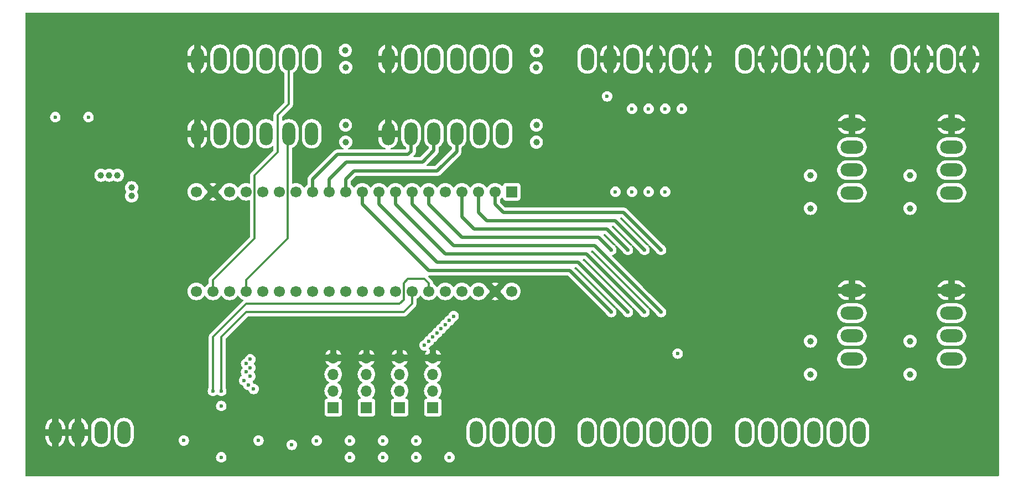
<source format=gbr>
%TF.GenerationSoftware,KiCad,Pcbnew,8.0.2*%
%TF.CreationDate,2024-06-18T22:48:14+02:00*%
%TF.ProjectId,radom-controller,7261646f-6d2d-4636-9f6e-74726f6c6c65,rev?*%
%TF.SameCoordinates,Original*%
%TF.FileFunction,Copper,L4,Bot*%
%TF.FilePolarity,Positive*%
%FSLAX46Y46*%
G04 Gerber Fmt 4.6, Leading zero omitted, Abs format (unit mm)*
G04 Created by KiCad (PCBNEW 8.0.2) date 2024-06-18 22:48:14*
%MOMM*%
%LPD*%
G01*
G04 APERTURE LIST*
%TA.AperFunction,ComponentPad*%
%ADD10O,2.000000X3.500000*%
%TD*%
%TA.AperFunction,ComponentPad*%
%ADD11O,3.500000X2.000000*%
%TD*%
%TA.AperFunction,ComponentPad*%
%ADD12R,1.700000X1.700000*%
%TD*%
%TA.AperFunction,ComponentPad*%
%ADD13C,1.700000*%
%TD*%
%TA.AperFunction,ComponentPad*%
%ADD14O,1.700000X1.700000*%
%TD*%
%TA.AperFunction,ViaPad*%
%ADD15C,1.000000*%
%TD*%
%TA.AperFunction,ViaPad*%
%ADD16C,0.600000*%
%TD*%
%TA.AperFunction,Conductor*%
%ADD17C,0.500000*%
%TD*%
%TA.AperFunction,Conductor*%
%ADD18C,0.300000*%
%TD*%
G04 APERTURE END LIST*
D10*
%TO.P,J8,1,Pin_1*%
%TO.N,Net-(J8-Pin_1)*%
X124320000Y-82550000D03*
%TO.P,J8,2,Pin_2*%
%TO.N,CS2*%
X120820000Y-82550000D03*
%TO.P,J8,3,Pin_3*%
%TO.N,SCK*%
X117320000Y-82550000D03*
%TO.P,J8,4,Pin_4*%
%TO.N,POCI*%
X113820000Y-82550000D03*
%TO.P,J8,5,Pin_5*%
%TO.N,PICO*%
X110320000Y-82550000D03*
%TO.P,J8,6,Pin_6*%
%TO.N,GND*%
X106820000Y-82550000D03*
%TD*%
%TO.P,J10,1,Pin_1*%
%TO.N,GND*%
X178930000Y-71120000D03*
%TO.P,J10,2,Pin_2*%
%TO.N,Net-(J10-Pin_2)*%
X175430000Y-71120000D03*
%TO.P,J10,3,Pin_3*%
%TO.N,GND*%
X171930000Y-71120000D03*
%TO.P,J10,4,Pin_4*%
%TO.N,Net-(J10-Pin_4)*%
X168430000Y-71120000D03*
%TO.P,J10,5,Pin_5*%
%TO.N,GND*%
X164930000Y-71120000D03*
%TO.P,J10,6,Pin_6*%
%TO.N,Net-(J10-Pin_6)*%
X161430000Y-71120000D03*
%TD*%
%TO.P,J3,1,Pin_1*%
%TO.N,Net-(J3-Pin_1)*%
X137300000Y-128270000D03*
%TO.P,J3,2,Pin_2*%
%TO.N,+5V*%
X140800000Y-128270000D03*
%TO.P,J3,3,Pin_3*%
%TO.N,Net-(J3-Pin_3)*%
X144300000Y-128270000D03*
%TO.P,J3,4,Pin_4*%
%TO.N,+5V*%
X147800000Y-128270000D03*
%TO.P,J3,5,Pin_5*%
%TO.N,Net-(J3-Pin_5)*%
X151300000Y-128270000D03*
%TO.P,J3,6,Pin_6*%
%TO.N,+5V*%
X154800000Y-128270000D03*
%TD*%
%TO.P,J4,1,Pin_1*%
%TO.N,Net-(J4-Pin_1)*%
X120310000Y-128270000D03*
%TO.P,J4,2,Pin_2*%
%TO.N,+5V*%
X123810000Y-128270000D03*
%TO.P,J4,3,Pin_3*%
%TO.N,Net-(J4-Pin_3)*%
X127310000Y-128270000D03*
%TO.P,J4,4,Pin_4*%
%TO.N,+5V*%
X130810000Y-128270000D03*
%TD*%
%TO.P,J2,1,Pin_1*%
%TO.N,Net-(J2-Pin_1)*%
X161430000Y-128270000D03*
%TO.P,J2,2,Pin_2*%
%TO.N,+5V*%
X164930000Y-128270000D03*
%TO.P,J2,3,Pin_3*%
%TO.N,Net-(J2-Pin_3)*%
X168430000Y-128270000D03*
%TO.P,J2,4,Pin_4*%
%TO.N,+5V*%
X171930000Y-128270000D03*
%TO.P,J2,5,Pin_5*%
%TO.N,Net-(J2-Pin_5)*%
X175430000Y-128270000D03*
%TO.P,J2,6,Pin_6*%
%TO.N,+5V*%
X178930000Y-128270000D03*
%TD*%
D11*
%TO.P,J12,1,Pin_1*%
%TO.N,Net-(J12-Pin_1)*%
X177800000Y-117010000D03*
%TO.P,J12,2,Pin_2*%
%TO.N,OUT-SD0*%
X177800000Y-113510000D03*
%TO.P,J12,3,Pin_3*%
%TO.N,OUT-SC0*%
X177800000Y-110010000D03*
%TO.P,J12,4,Pin_4*%
%TO.N,GND*%
X177800000Y-106510000D03*
%TD*%
D12*
%TO.P,U3,1,VBAT*%
%TO.N,unconnected-(U3-VBAT-Pad1)*%
X125730000Y-91440000D03*
D13*
%TO.P,U3,2,PC13*%
%TO.N,AUX-IN3*%
X123190000Y-91440000D03*
%TO.P,U3,3,PC14*%
%TO.N,AUX-IN4*%
X120650000Y-91440000D03*
%TO.P,U3,4,PC15*%
%TO.N,AUX-IN5*%
X118110000Y-91440000D03*
%TO.P,U3,5,NRST*%
%TO.N,unconnected-(U3-NRST-Pad5)*%
X115570000Y-91440000D03*
%TO.P,U3,6,PA0*%
%TO.N,AUX-IN6*%
X113030000Y-91440000D03*
%TO.P,U3,7,PA1*%
%TO.N,SW1-AZ*%
X110490000Y-91440000D03*
%TO.P,U3,8,PA2*%
%TO.N,SW2-AZ*%
X107950000Y-91440000D03*
%TO.P,U3,9,PA3*%
%TO.N,AUX-IN1*%
X105410000Y-91440000D03*
%TO.P,U3,10,PA4*%
%TO.N,AUX-IN2*%
X102870000Y-91440000D03*
%TO.P,U3,11,PA5*%
%TO.N,SCK*%
X100330000Y-91440000D03*
%TO.P,U3,12,PA6*%
%TO.N,POCI*%
X97790000Y-91440000D03*
%TO.P,U3,13,PA7*%
%TO.N,PICO*%
X95250000Y-91440000D03*
%TO.P,U3,14,PB0*%
%TO.N,unconnected-(U3-PB0-Pad14)*%
X92710000Y-91440000D03*
%TO.P,U3,15,PB1*%
%TO.N,unconnected-(U3-PB1-Pad15)*%
X90170000Y-91440000D03*
%TO.P,U3,16,PB2*%
%TO.N,unconnected-(U3-PB2-Pad16)*%
X87630000Y-91440000D03*
%TO.P,U3,17,PB10*%
%TO.N,unconnected-(U3-PB10-Pad17)*%
X85090000Y-91440000D03*
%TO.P,U3,18,3V3*%
%TO.N,unconnected-(U3-3V3-Pad18)*%
X82550000Y-91440000D03*
%TO.P,U3,19,GND*%
%TO.N,GND*%
X80010000Y-91440000D03*
%TO.P,U3,20,5V*%
%TO.N,+5V*%
X77470000Y-91440000D03*
%TO.P,U3,21,PB12*%
%TO.N,CS0*%
X77470000Y-106680000D03*
%TO.P,U3,22,PB13*%
%TO.N,CS1*%
X80010000Y-106680000D03*
%TO.P,U3,23,PB14*%
%TO.N,CS2*%
X82550000Y-106680000D03*
%TO.P,U3,24,PB15*%
%TO.N,CS3*%
X85090000Y-106680000D03*
%TO.P,U3,25,PA8*%
%TO.N,DIR-EL*%
X87630000Y-106680000D03*
%TO.P,U3,26,PA9*%
%TO.N,STEP-EL*%
X90170000Y-106680000D03*
%TO.P,U3,27,PA10*%
%TO.N,AUX-OUT1*%
X92710000Y-106680000D03*
%TO.P,U3,28,PA11*%
%TO.N,AUX-OUT2*%
X95250000Y-106680000D03*
%TO.P,U3,29,PA12*%
%TO.N,EN-AZ*%
X97790000Y-106680000D03*
%TO.P,U3,30,PA15*%
%TO.N,DIR-AZ*%
X100330000Y-106680000D03*
%TO.P,U3,31,PB3*%
%TO.N,STEP-AZ*%
X102870000Y-106680000D03*
%TO.P,U3,32,PB4*%
%TO.N,EN-EL*%
X105410000Y-106680000D03*
%TO.P,U3,33,PB5*%
%TO.N,unconnected-(U3-PB5-Pad33)*%
X107950000Y-106680000D03*
%TO.P,U3,34,PB6*%
%TO.N,SCL*%
X110490000Y-106680000D03*
%TO.P,U3,35,PB7*%
%TO.N,SDA*%
X113030000Y-106680000D03*
%TO.P,U3,36,PB8*%
%TO.N,unconnected-(U3-PB8-Pad36)*%
X115570000Y-106680000D03*
%TO.P,U3,37,PB9*%
%TO.N,unconnected-(U3-PB9-Pad37)*%
X118110000Y-106680000D03*
%TO.P,U3,38,5V*%
%TO.N,+5V*%
X120650000Y-106680000D03*
%TO.P,U3,39,GND*%
%TO.N,GND*%
X123190000Y-106680000D03*
%TO.P,U3,40,3V3*%
%TO.N,unconnected-(U3-3V3-Pad40)*%
X125730000Y-106680000D03*
%TD*%
D10*
%TO.P,J9,1,Pin_1*%
%TO.N,GND*%
X154800000Y-71120000D03*
%TO.P,J9,2,Pin_2*%
%TO.N,Net-(J9-Pin_2)*%
X151300000Y-71120000D03*
%TO.P,J9,3,Pin_3*%
%TO.N,GND*%
X147800000Y-71120000D03*
%TO.P,J9,4,Pin_4*%
%TO.N,Net-(J9-Pin_4)*%
X144300000Y-71120000D03*
%TO.P,J9,5,Pin_5*%
%TO.N,GND*%
X140800000Y-71120000D03*
%TO.P,J9,6,Pin_6*%
%TO.N,Net-(J9-Pin_6)*%
X137300000Y-71120000D03*
%TD*%
D11*
%TO.P,J16,1,Pin_1*%
%TO.N,Net-(J16-Pin_1)*%
X193040000Y-91610000D03*
%TO.P,J16,2,Pin_2*%
%TO.N,OUT-SD2*%
X193040000Y-88110000D03*
%TO.P,J16,3,Pin_3*%
%TO.N,OUT-SC2*%
X193040000Y-84610000D03*
%TO.P,J16,4,Pin_4*%
%TO.N,GND*%
X193040000Y-81110000D03*
%TD*%
D10*
%TO.P,J6,1,Pin_1*%
%TO.N,Net-(J6-Pin_1)*%
X124320000Y-71120000D03*
%TO.P,J6,2,Pin_2*%
%TO.N,CS0*%
X120820000Y-71120000D03*
%TO.P,J6,3,Pin_3*%
%TO.N,SCK*%
X117320000Y-71120000D03*
%TO.P,J6,4,Pin_4*%
%TO.N,POCI*%
X113820000Y-71120000D03*
%TO.P,J6,5,Pin_5*%
%TO.N,PICO*%
X110320000Y-71120000D03*
%TO.P,J6,6,Pin_6*%
%TO.N,GND*%
X106820000Y-71120000D03*
%TD*%
D12*
%TO.P,J13,1,Pin_1*%
%TO.N,Net-(J13-Pin_1)*%
X113665000Y-124460000D03*
D14*
%TO.P,J13,2,Pin_2*%
%TO.N,OUT-SC4*%
X113665000Y-121920000D03*
%TO.P,J13,3,Pin_3*%
%TO.N,OUT-SD4*%
X113665000Y-119380000D03*
%TO.P,J13,4,Pin_4*%
%TO.N,GND*%
X113665000Y-116840000D03*
%TD*%
D10*
%TO.P,J5,1,Pin_1*%
%TO.N,Net-(J5-Pin_1)*%
X95110000Y-71120000D03*
%TO.P,J5,2,Pin_2*%
%TO.N,CS1*%
X91610000Y-71120000D03*
%TO.P,J5,3,Pin_3*%
%TO.N,SCK*%
X88110000Y-71120000D03*
%TO.P,J5,4,Pin_4*%
%TO.N,POCI*%
X84610000Y-71120000D03*
%TO.P,J5,5,Pin_5*%
%TO.N,PICO*%
X81110000Y-71120000D03*
%TO.P,J5,6,Pin_6*%
%TO.N,GND*%
X77610000Y-71120000D03*
%TD*%
D11*
%TO.P,J14,1,Pin_1*%
%TO.N,Net-(J14-Pin_1)*%
X193040000Y-117010000D03*
%TO.P,J14,2,Pin_2*%
%TO.N,OUT-SD1*%
X193040000Y-113510000D03*
%TO.P,J14,3,Pin_3*%
%TO.N,OUT-SC1*%
X193040000Y-110010000D03*
%TO.P,J14,4,Pin_4*%
%TO.N,GND*%
X193040000Y-106510000D03*
%TD*%
D12*
%TO.P,J17,1,Pin_1*%
%TO.N,Net-(J17-Pin_1)*%
X103505000Y-124460000D03*
D14*
%TO.P,J17,2,Pin_2*%
%TO.N,OUT-SC6*%
X103505000Y-121920000D03*
%TO.P,J17,3,Pin_3*%
%TO.N,OUT-SD6*%
X103505000Y-119380000D03*
%TO.P,J17,4,Pin_4*%
%TO.N,GND*%
X103505000Y-116840000D03*
%TD*%
D11*
%TO.P,J18,1,Pin_1*%
%TO.N,Net-(J18-Pin_1)*%
X177800000Y-91610000D03*
%TO.P,J18,2,Pin_2*%
%TO.N,OUT-SD3*%
X177800000Y-88110000D03*
%TO.P,J18,3,Pin_3*%
%TO.N,OUT-SC3*%
X177800000Y-84610000D03*
%TO.P,J18,4,Pin_4*%
%TO.N,GND*%
X177800000Y-81110000D03*
%TD*%
D12*
%TO.P,J15,1,Pin_1*%
%TO.N,Net-(J15-Pin_1)*%
X108585000Y-124460000D03*
D14*
%TO.P,J15,2,Pin_2*%
%TO.N,OUT-SC5*%
X108585000Y-121920000D03*
%TO.P,J15,3,Pin_3*%
%TO.N,OUT-SD5*%
X108585000Y-119380000D03*
%TO.P,J15,4,Pin_4*%
%TO.N,GND*%
X108585000Y-116840000D03*
%TD*%
D10*
%TO.P,J11,1,Pin_1*%
%TO.N,GND*%
X195750000Y-71120000D03*
%TO.P,J11,2,Pin_2*%
%TO.N,Net-(J11-Pin_2)*%
X192250000Y-71120000D03*
%TO.P,J11,3,Pin_3*%
%TO.N,GND*%
X188750000Y-71120000D03*
%TO.P,J11,4,Pin_4*%
%TO.N,Net-(J11-Pin_4)*%
X185250000Y-71120000D03*
%TD*%
%TO.P,J1,1,Pin_1*%
%TO.N,GND*%
X55880000Y-128270000D03*
%TO.P,J1,2,Pin_2*%
X59380000Y-128270000D03*
%TO.P,J1,3,Pin_3*%
%TO.N,+5V*%
X62880000Y-128270000D03*
%TO.P,J1,4,Pin_4*%
X66380000Y-128270000D03*
%TD*%
%TO.P,J7,1,Pin_1*%
%TO.N,Net-(J7-Pin_1)*%
X95110000Y-82550000D03*
%TO.P,J7,2,Pin_2*%
%TO.N,CS3*%
X91610000Y-82550000D03*
%TO.P,J7,3,Pin_3*%
%TO.N,SCK*%
X88110000Y-82550000D03*
%TO.P,J7,4,Pin_4*%
%TO.N,POCI*%
X84610000Y-82550000D03*
%TO.P,J7,5,Pin_5*%
%TO.N,PICO*%
X81110000Y-82550000D03*
%TO.P,J7,6,Pin_6*%
%TO.N,GND*%
X77610000Y-82550000D03*
%TD*%
D12*
%TO.P,J19,1,Pin_1*%
%TO.N,Net-(J19-Pin_1)*%
X98425000Y-124460000D03*
D14*
%TO.P,J19,2,Pin_2*%
%TO.N,OUT-SC7*%
X98425000Y-121920000D03*
%TO.P,J19,3,Pin_3*%
%TO.N,OUT-SD7*%
X98425000Y-119380000D03*
%TO.P,J19,4,Pin_4*%
%TO.N,GND*%
X98425000Y-116840000D03*
%TD*%
D15*
%TO.N,+5V*%
X100270000Y-69790000D03*
X186690000Y-88960000D03*
D16*
X151130000Y-116205000D03*
D15*
X129510000Y-81250000D03*
X186690000Y-114300000D03*
D16*
X95885000Y-129540000D03*
D15*
X129540000Y-69850000D03*
D16*
X111125000Y-132080000D03*
X100965000Y-132080000D03*
X106045000Y-129540000D03*
D15*
X100300000Y-81250000D03*
X171450000Y-114300000D03*
X171450000Y-88960000D03*
D16*
X55880000Y-80010000D03*
X140335000Y-76835000D03*
D15*
%TO.N,+3.3V*%
X129480000Y-72450000D03*
X64135000Y-88900000D03*
D16*
X111125000Y-129540000D03*
X81280000Y-132080000D03*
X116205000Y-132080000D03*
D15*
X67564000Y-92075000D03*
X171450000Y-119380000D03*
X186690000Y-119380000D03*
X171450000Y-93980000D03*
X100330000Y-83820000D03*
X65405000Y-88900000D03*
D16*
X81280000Y-124225000D03*
D15*
X186690000Y-93980000D03*
D16*
X75535000Y-129510000D03*
X92075000Y-130175000D03*
D15*
X100330000Y-72390000D03*
D16*
X100965000Y-129540000D03*
X106045000Y-132080000D03*
X60960000Y-80010000D03*
D15*
X171450000Y-119380000D03*
X67564000Y-90805000D03*
D16*
X86965000Y-129510000D03*
D15*
X62865000Y-88900000D03*
X129510000Y-83850000D03*
D16*
%TO.N,OUT-SD0*%
X112395000Y-114950000D03*
%TO.N,OUT-SC0*%
X113030000Y-114315000D03*
%TO.N,OUT-SC4*%
X85090000Y-117725000D03*
%TO.N,OUT-SD4*%
X85725000Y-117075000D03*
%TO.N,OUT-SC1*%
X114300000Y-113045000D03*
%TO.N,OUT-SD1*%
X113665000Y-113680000D03*
%TO.N,OUT-SC5*%
X85090000Y-119025000D03*
%TO.N,OUT-SD5*%
X85725000Y-118375000D03*
%TO.N,OUT-SC2*%
X115555000Y-111775000D03*
%TO.N,OUT-SD2*%
X114935000Y-112410000D03*
%TO.N,OUT-SC6*%
X84765000Y-120325000D03*
%TO.N,OUT-SD6*%
X85725000Y-119675000D03*
%TO.N,OUT-SC3*%
X116840000Y-110475000D03*
%TO.N,OUT-SD3*%
X116205000Y-111125000D03*
%TO.N,OUT-SC7*%
X86227984Y-121625000D03*
%TO.N,OUT-SD7*%
X85415000Y-120975000D03*
%TO.N,AUX-IN3*%
X148590000Y-100330000D03*
%TO.N,AUX-IN1*%
X143510000Y-109855000D03*
%TO.N,AUX-IN6*%
X140970000Y-100330000D03*
%TO.N,AUX-IN2*%
X140970000Y-109855000D03*
%TO.N,AUX-IN4*%
X146050000Y-100330000D03*
%TO.N,SW1-AZ*%
X148590000Y-109855000D03*
%TO.N,SW2-AZ*%
X146050000Y-109855000D03*
%TO.N,AUX-IN5*%
X143510000Y-100330000D03*
%TO.N,EN-AZ*%
X141605000Y-91440000D03*
%TO.N,EN-EL*%
X149225000Y-91440000D03*
%TO.N,AUX-OUT1*%
X149225000Y-78740000D03*
%TO.N,DIR-AZ*%
X144145000Y-91440000D03*
%TO.N,SCL*%
X81280000Y-121920000D03*
%TO.N,SDA*%
X80010000Y-121920000D03*
%TO.N,STEP-AZ*%
X146685000Y-91440000D03*
%TO.N,STEP-EL*%
X146685000Y-78740000D03*
%TO.N,DIR-EL*%
X144145000Y-78740000D03*
%TO.N,AUX-OUT2*%
X151765000Y-78740000D03*
%TD*%
D17*
%TO.N,POCI*%
X100457000Y-86868000D02*
X97790000Y-89535000D01*
X97790000Y-89535000D02*
X97790000Y-91440000D01*
X112077500Y-86868000D02*
X100457000Y-86868000D01*
X113820000Y-82550000D02*
X113820000Y-85125500D01*
X113820000Y-85125500D02*
X112077500Y-86868000D01*
%TO.N,PICO*%
X95250000Y-91440000D02*
X95250000Y-89535000D01*
X95250000Y-89535000D02*
X99060000Y-85725000D01*
X109855000Y-85725000D02*
X110320000Y-85260000D01*
X110320000Y-85260000D02*
X110320000Y-82550000D01*
X99060000Y-85725000D02*
X109855000Y-85725000D01*
%TO.N,SCK*%
X117320000Y-85245000D02*
X117320000Y-82550000D01*
X100330000Y-91440000D02*
X100330000Y-89535000D01*
X114300000Y-88265000D02*
X117320000Y-85245000D01*
X100330000Y-89535000D02*
X101600000Y-88265000D01*
X101600000Y-88265000D02*
X114300000Y-88265000D01*
D18*
%TO.N,CS1*%
X91610000Y-71120000D02*
X91610000Y-77998500D01*
X91610000Y-77998500D02*
X89916000Y-79692500D01*
X89916000Y-85344000D02*
X86360000Y-88900000D01*
X89916000Y-79692500D02*
X89916000Y-85344000D01*
X86360000Y-98552000D02*
X80010000Y-104902000D01*
X86360000Y-88900000D02*
X86360000Y-98552000D01*
X80010000Y-104902000D02*
X80010000Y-106680000D01*
%TO.N,CS3*%
X85090000Y-104902000D02*
X85090000Y-106680000D01*
X91610000Y-82550000D02*
X91440000Y-82720000D01*
X91440000Y-82720000D02*
X91440000Y-98552000D01*
X91440000Y-98552000D02*
X85090000Y-104902000D01*
D17*
%TO.N,AUX-IN3*%
X124460000Y-94615000D02*
X123190000Y-93345000D01*
X148590000Y-100330000D02*
X142875000Y-94615000D01*
X123190000Y-93345000D02*
X123190000Y-91440000D01*
X142875000Y-94615000D02*
X124460000Y-94615000D01*
%TO.N,AUX-IN1*%
X105410000Y-93345000D02*
X105410000Y-91440000D01*
X135890000Y-102235000D02*
X114300000Y-102235000D01*
X143510000Y-109855000D02*
X135890000Y-102235000D01*
X114300000Y-102235000D02*
X105410000Y-93345000D01*
%TO.N,AUX-IN6*%
X139065000Y-98425000D02*
X118110000Y-98425000D01*
X140970000Y-100330000D02*
X139065000Y-98425000D01*
X113030000Y-93345000D02*
X113030000Y-91440000D01*
X118110000Y-98425000D02*
X113030000Y-93345000D01*
%TO.N,AUX-IN2*%
X102870000Y-93345000D02*
X102870000Y-91440000D01*
X113030000Y-103505000D02*
X102870000Y-93345000D01*
X140970000Y-109855000D02*
X134620000Y-103505000D01*
X134620000Y-103505000D02*
X113030000Y-103505000D01*
%TO.N,AUX-IN4*%
X146050000Y-100330000D02*
X141605000Y-95885000D01*
X141605000Y-95885000D02*
X121920000Y-95885000D01*
X121920000Y-95885000D02*
X120650000Y-94615000D01*
X120650000Y-94615000D02*
X120650000Y-91440000D01*
%TO.N,SW1-AZ*%
X110490000Y-93345000D02*
X110490000Y-91440000D01*
X148590000Y-109855000D02*
X138430000Y-99695000D01*
X138430000Y-99695000D02*
X116840000Y-99695000D01*
X116840000Y-99695000D02*
X110490000Y-93345000D01*
%TO.N,SW2-AZ*%
X115570000Y-100965000D02*
X107950000Y-93345000D01*
X107950000Y-93345000D02*
X107950000Y-91440000D01*
X137160000Y-100965000D02*
X115570000Y-100965000D01*
X146050000Y-109855000D02*
X137160000Y-100965000D01*
%TO.N,AUX-IN5*%
X120015000Y-97155000D02*
X118110000Y-95250000D01*
X118110000Y-95250000D02*
X118110000Y-91440000D01*
X143510000Y-100330000D02*
X140335000Y-97155000D01*
X140335000Y-97155000D02*
X120015000Y-97155000D01*
D18*
%TO.N,SCL*%
X109220000Y-109855000D02*
X85090000Y-109855000D01*
X110490000Y-108585000D02*
X109220000Y-109855000D01*
X81280000Y-113665000D02*
X81280000Y-121920000D01*
X110490000Y-106680000D02*
X110490000Y-108585000D01*
X85090000Y-109855000D02*
X81280000Y-113665000D01*
%TO.N,SDA*%
X108585000Y-108585000D02*
X109220000Y-107950000D01*
X80010000Y-113665000D02*
X85090000Y-108585000D01*
X85090000Y-108585000D02*
X108585000Y-108585000D01*
X112395000Y-104775000D02*
X113030000Y-105410000D01*
X109220000Y-105410000D02*
X109855000Y-104775000D01*
X109855000Y-104775000D02*
X112395000Y-104775000D01*
X109220000Y-107950000D02*
X109220000Y-105410000D01*
X113030000Y-105410000D02*
X113030000Y-106680000D01*
X80010000Y-121920000D02*
X80010000Y-113665000D01*
X80010000Y-121956053D02*
X80010000Y-121920000D01*
%TD*%
%TA.AperFunction,Conductor*%
%TO.N,GND*%
G36*
X200242539Y-64020185D02*
G01*
X200288294Y-64072989D01*
X200299500Y-64124500D01*
X200299500Y-134875500D01*
X200279815Y-134942539D01*
X200227011Y-134988294D01*
X200175500Y-134999500D01*
X51424500Y-134999500D01*
X51357461Y-134979815D01*
X51311706Y-134927011D01*
X51300500Y-134875500D01*
X51300500Y-132079996D01*
X80474435Y-132079996D01*
X80474435Y-132080003D01*
X80494630Y-132259249D01*
X80494631Y-132259254D01*
X80554211Y-132429523D01*
X80650184Y-132582262D01*
X80777738Y-132709816D01*
X80930478Y-132805789D01*
X81100745Y-132865368D01*
X81100750Y-132865369D01*
X81279996Y-132885565D01*
X81280000Y-132885565D01*
X81280004Y-132885565D01*
X81459249Y-132865369D01*
X81459252Y-132865368D01*
X81459255Y-132865368D01*
X81629522Y-132805789D01*
X81782262Y-132709816D01*
X81909816Y-132582262D01*
X82005789Y-132429522D01*
X82065368Y-132259255D01*
X82085565Y-132080000D01*
X82085565Y-132079996D01*
X100159435Y-132079996D01*
X100159435Y-132080003D01*
X100179630Y-132259249D01*
X100179631Y-132259254D01*
X100239211Y-132429523D01*
X100335184Y-132582262D01*
X100462738Y-132709816D01*
X100615478Y-132805789D01*
X100785745Y-132865368D01*
X100785750Y-132865369D01*
X100964996Y-132885565D01*
X100965000Y-132885565D01*
X100965004Y-132885565D01*
X101144249Y-132865369D01*
X101144252Y-132865368D01*
X101144255Y-132865368D01*
X101314522Y-132805789D01*
X101467262Y-132709816D01*
X101594816Y-132582262D01*
X101690789Y-132429522D01*
X101750368Y-132259255D01*
X101770565Y-132080000D01*
X101770565Y-132079996D01*
X105239435Y-132079996D01*
X105239435Y-132080003D01*
X105259630Y-132259249D01*
X105259631Y-132259254D01*
X105319211Y-132429523D01*
X105415184Y-132582262D01*
X105542738Y-132709816D01*
X105695478Y-132805789D01*
X105865745Y-132865368D01*
X105865750Y-132865369D01*
X106044996Y-132885565D01*
X106045000Y-132885565D01*
X106045004Y-132885565D01*
X106224249Y-132865369D01*
X106224252Y-132865368D01*
X106224255Y-132865368D01*
X106394522Y-132805789D01*
X106547262Y-132709816D01*
X106674816Y-132582262D01*
X106770789Y-132429522D01*
X106830368Y-132259255D01*
X106850565Y-132080000D01*
X106850565Y-132079996D01*
X110319435Y-132079996D01*
X110319435Y-132080003D01*
X110339630Y-132259249D01*
X110339631Y-132259254D01*
X110399211Y-132429523D01*
X110495184Y-132582262D01*
X110622738Y-132709816D01*
X110775478Y-132805789D01*
X110945745Y-132865368D01*
X110945750Y-132865369D01*
X111124996Y-132885565D01*
X111125000Y-132885565D01*
X111125004Y-132885565D01*
X111304249Y-132865369D01*
X111304252Y-132865368D01*
X111304255Y-132865368D01*
X111474522Y-132805789D01*
X111627262Y-132709816D01*
X111754816Y-132582262D01*
X111850789Y-132429522D01*
X111910368Y-132259255D01*
X111930565Y-132080000D01*
X111930565Y-132079996D01*
X115399435Y-132079996D01*
X115399435Y-132080003D01*
X115419630Y-132259249D01*
X115419631Y-132259254D01*
X115479211Y-132429523D01*
X115575184Y-132582262D01*
X115702738Y-132709816D01*
X115855478Y-132805789D01*
X116025745Y-132865368D01*
X116025750Y-132865369D01*
X116204996Y-132885565D01*
X116205000Y-132885565D01*
X116205004Y-132885565D01*
X116384249Y-132865369D01*
X116384252Y-132865368D01*
X116384255Y-132865368D01*
X116554522Y-132805789D01*
X116707262Y-132709816D01*
X116834816Y-132582262D01*
X116930789Y-132429522D01*
X116990368Y-132259255D01*
X117010565Y-132080000D01*
X116990368Y-131900745D01*
X116930789Y-131730478D01*
X116834816Y-131577738D01*
X116707262Y-131450184D01*
X116554523Y-131354211D01*
X116384254Y-131294631D01*
X116384249Y-131294630D01*
X116205004Y-131274435D01*
X116204996Y-131274435D01*
X116025750Y-131294630D01*
X116025745Y-131294631D01*
X115855476Y-131354211D01*
X115702737Y-131450184D01*
X115575184Y-131577737D01*
X115479211Y-131730476D01*
X115419631Y-131900745D01*
X115419630Y-131900750D01*
X115399435Y-132079996D01*
X111930565Y-132079996D01*
X111910368Y-131900745D01*
X111850789Y-131730478D01*
X111754816Y-131577738D01*
X111627262Y-131450184D01*
X111474523Y-131354211D01*
X111304254Y-131294631D01*
X111304249Y-131294630D01*
X111125004Y-131274435D01*
X111124996Y-131274435D01*
X110945750Y-131294630D01*
X110945745Y-131294631D01*
X110775476Y-131354211D01*
X110622737Y-131450184D01*
X110495184Y-131577737D01*
X110399211Y-131730476D01*
X110339631Y-131900745D01*
X110339630Y-131900750D01*
X110319435Y-132079996D01*
X106850565Y-132079996D01*
X106830368Y-131900745D01*
X106770789Y-131730478D01*
X106674816Y-131577738D01*
X106547262Y-131450184D01*
X106394523Y-131354211D01*
X106224254Y-131294631D01*
X106224249Y-131294630D01*
X106045004Y-131274435D01*
X106044996Y-131274435D01*
X105865750Y-131294630D01*
X105865745Y-131294631D01*
X105695476Y-131354211D01*
X105542737Y-131450184D01*
X105415184Y-131577737D01*
X105319211Y-131730476D01*
X105259631Y-131900745D01*
X105259630Y-131900750D01*
X105239435Y-132079996D01*
X101770565Y-132079996D01*
X101750368Y-131900745D01*
X101690789Y-131730478D01*
X101594816Y-131577738D01*
X101467262Y-131450184D01*
X101314523Y-131354211D01*
X101144254Y-131294631D01*
X101144249Y-131294630D01*
X100965004Y-131274435D01*
X100964996Y-131274435D01*
X100785750Y-131294630D01*
X100785745Y-131294631D01*
X100615476Y-131354211D01*
X100462737Y-131450184D01*
X100335184Y-131577737D01*
X100239211Y-131730476D01*
X100179631Y-131900745D01*
X100179630Y-131900750D01*
X100159435Y-132079996D01*
X82085565Y-132079996D01*
X82065368Y-131900745D01*
X82005789Y-131730478D01*
X81909816Y-131577738D01*
X81782262Y-131450184D01*
X81629523Y-131354211D01*
X81459254Y-131294631D01*
X81459249Y-131294630D01*
X81280004Y-131274435D01*
X81279996Y-131274435D01*
X81100750Y-131294630D01*
X81100745Y-131294631D01*
X80930476Y-131354211D01*
X80777737Y-131450184D01*
X80650184Y-131577737D01*
X80554211Y-131730476D01*
X80494631Y-131900745D01*
X80494630Y-131900750D01*
X80474435Y-132079996D01*
X51300500Y-132079996D01*
X51300500Y-129138052D01*
X54380000Y-129138052D01*
X54416934Y-129371247D01*
X54489897Y-129595802D01*
X54597085Y-129806171D01*
X54735866Y-129997186D01*
X54902813Y-130164133D01*
X55093828Y-130302914D01*
X55304197Y-130410102D01*
X55379999Y-130434732D01*
X55380000Y-130434732D01*
X56380000Y-130434732D01*
X56455802Y-130410102D01*
X56666171Y-130302914D01*
X56857186Y-130164133D01*
X57024133Y-129997186D01*
X57162914Y-129806171D01*
X57270102Y-129595802D01*
X57343065Y-129371247D01*
X57380000Y-129138052D01*
X57880000Y-129138052D01*
X57916934Y-129371247D01*
X57989897Y-129595802D01*
X58097085Y-129806171D01*
X58235866Y-129997186D01*
X58402813Y-130164133D01*
X58593828Y-130302914D01*
X58804197Y-130410102D01*
X58879999Y-130434732D01*
X58880000Y-130434732D01*
X59880000Y-130434732D01*
X59955802Y-130410102D01*
X60166171Y-130302914D01*
X60357186Y-130164133D01*
X60524133Y-129997186D01*
X60662914Y-129806171D01*
X60770102Y-129595802D01*
X60843065Y-129371247D01*
X60880000Y-129138052D01*
X60880000Y-128770000D01*
X59880000Y-128770000D01*
X59880000Y-130434732D01*
X58880000Y-130434732D01*
X58880000Y-128770000D01*
X57880000Y-128770000D01*
X57880000Y-129138052D01*
X57380000Y-129138052D01*
X57380000Y-128770000D01*
X56380000Y-128770000D01*
X56380000Y-130434732D01*
X55380000Y-130434732D01*
X55380000Y-128770000D01*
X54380000Y-128770000D01*
X54380000Y-129138052D01*
X51300500Y-129138052D01*
X51300500Y-128197591D01*
X55330000Y-128197591D01*
X55330000Y-128342409D01*
X55367482Y-128482292D01*
X55439890Y-128607708D01*
X55542292Y-128710110D01*
X55667708Y-128782518D01*
X55807591Y-128820000D01*
X55952409Y-128820000D01*
X56092292Y-128782518D01*
X56217708Y-128710110D01*
X56320110Y-128607708D01*
X56392518Y-128482292D01*
X56430000Y-128342409D01*
X56430000Y-128197591D01*
X58830000Y-128197591D01*
X58830000Y-128342409D01*
X58867482Y-128482292D01*
X58939890Y-128607708D01*
X59042292Y-128710110D01*
X59167708Y-128782518D01*
X59307591Y-128820000D01*
X59452409Y-128820000D01*
X59592292Y-128782518D01*
X59717708Y-128710110D01*
X59820110Y-128607708D01*
X59892518Y-128482292D01*
X59930000Y-128342409D01*
X59930000Y-128197591D01*
X59892518Y-128057708D01*
X59820110Y-127932292D01*
X59717708Y-127829890D01*
X59613974Y-127770000D01*
X59880000Y-127770000D01*
X60880000Y-127770000D01*
X60880000Y-127401947D01*
X60879993Y-127401902D01*
X61379500Y-127401902D01*
X61379500Y-129138097D01*
X61416446Y-129371368D01*
X61489433Y-129595996D01*
X61596524Y-129806171D01*
X61596657Y-129806433D01*
X61735483Y-129997510D01*
X61902490Y-130164517D01*
X62093567Y-130303343D01*
X62192991Y-130354002D01*
X62304003Y-130410566D01*
X62304005Y-130410566D01*
X62304008Y-130410568D01*
X62378377Y-130434732D01*
X62528631Y-130483553D01*
X62761903Y-130520500D01*
X62761908Y-130520500D01*
X62998097Y-130520500D01*
X63231368Y-130483553D01*
X63455992Y-130410568D01*
X63666433Y-130303343D01*
X63857510Y-130164517D01*
X64024517Y-129997510D01*
X64163343Y-129806433D01*
X64270568Y-129595992D01*
X64343553Y-129371368D01*
X64349987Y-129330745D01*
X64380500Y-129138097D01*
X64380500Y-127401902D01*
X64879500Y-127401902D01*
X64879500Y-129138097D01*
X64916446Y-129371368D01*
X64989433Y-129595996D01*
X65096524Y-129806171D01*
X65096657Y-129806433D01*
X65235483Y-129997510D01*
X65402490Y-130164517D01*
X65593567Y-130303343D01*
X65692991Y-130354002D01*
X65804003Y-130410566D01*
X65804005Y-130410566D01*
X65804008Y-130410568D01*
X65878377Y-130434732D01*
X66028631Y-130483553D01*
X66261903Y-130520500D01*
X66261908Y-130520500D01*
X66498097Y-130520500D01*
X66731368Y-130483553D01*
X66955992Y-130410568D01*
X67166433Y-130303343D01*
X67357510Y-130164517D01*
X67524517Y-129997510D01*
X67663343Y-129806433D01*
X67770568Y-129595992D01*
X67798510Y-129509996D01*
X74729435Y-129509996D01*
X74729435Y-129510003D01*
X74749630Y-129689249D01*
X74749631Y-129689254D01*
X74809211Y-129859523D01*
X74894806Y-129995745D01*
X74905184Y-130012262D01*
X75032738Y-130139816D01*
X75185478Y-130235789D01*
X75355745Y-130295368D01*
X75355750Y-130295369D01*
X75534996Y-130315565D01*
X75535000Y-130315565D01*
X75535004Y-130315565D01*
X75714249Y-130295369D01*
X75714252Y-130295368D01*
X75714255Y-130295368D01*
X75884522Y-130235789D01*
X76037262Y-130139816D01*
X76164816Y-130012262D01*
X76260789Y-129859522D01*
X76320368Y-129689255D01*
X76337185Y-129540000D01*
X76340565Y-129510003D01*
X76340565Y-129509996D01*
X86159435Y-129509996D01*
X86159435Y-129510003D01*
X86179630Y-129689249D01*
X86179631Y-129689254D01*
X86239211Y-129859523D01*
X86324806Y-129995745D01*
X86335184Y-130012262D01*
X86462738Y-130139816D01*
X86615478Y-130235789D01*
X86785745Y-130295368D01*
X86785750Y-130295369D01*
X86964996Y-130315565D01*
X86965000Y-130315565D01*
X86965004Y-130315565D01*
X87144249Y-130295369D01*
X87144252Y-130295368D01*
X87144255Y-130295368D01*
X87314522Y-130235789D01*
X87411273Y-130174996D01*
X91269435Y-130174996D01*
X91269435Y-130175003D01*
X91289630Y-130354249D01*
X91289631Y-130354254D01*
X91349211Y-130524523D01*
X91445184Y-130677262D01*
X91572738Y-130804816D01*
X91725478Y-130900789D01*
X91895745Y-130960368D01*
X91895750Y-130960369D01*
X92074996Y-130980565D01*
X92075000Y-130980565D01*
X92075004Y-130980565D01*
X92254249Y-130960369D01*
X92254252Y-130960368D01*
X92254255Y-130960368D01*
X92424522Y-130900789D01*
X92577262Y-130804816D01*
X92704816Y-130677262D01*
X92800789Y-130524522D01*
X92860368Y-130354255D01*
X92863623Y-130325368D01*
X92880565Y-130175003D01*
X92880565Y-130174996D01*
X92860369Y-129995750D01*
X92860368Y-129995745D01*
X92812702Y-129859523D01*
X92800789Y-129825478D01*
X92704816Y-129672738D01*
X92577262Y-129545184D01*
X92569005Y-129539996D01*
X95079435Y-129539996D01*
X95079435Y-129540003D01*
X95099630Y-129719249D01*
X95099631Y-129719254D01*
X95159211Y-129889523D01*
X95236334Y-130012262D01*
X95255184Y-130042262D01*
X95382738Y-130169816D01*
X95535478Y-130265789D01*
X95642801Y-130303343D01*
X95705745Y-130325368D01*
X95705750Y-130325369D01*
X95884996Y-130345565D01*
X95885000Y-130345565D01*
X95885004Y-130345565D01*
X96064249Y-130325369D01*
X96064252Y-130325368D01*
X96064255Y-130325368D01*
X96234522Y-130265789D01*
X96387262Y-130169816D01*
X96514816Y-130042262D01*
X96610789Y-129889522D01*
X96670368Y-129719255D01*
X96673748Y-129689255D01*
X96690565Y-129540003D01*
X96690565Y-129539996D01*
X100159435Y-129539996D01*
X100159435Y-129540003D01*
X100179630Y-129719249D01*
X100179631Y-129719254D01*
X100239211Y-129889523D01*
X100316334Y-130012262D01*
X100335184Y-130042262D01*
X100462738Y-130169816D01*
X100615478Y-130265789D01*
X100722801Y-130303343D01*
X100785745Y-130325368D01*
X100785750Y-130325369D01*
X100964996Y-130345565D01*
X100965000Y-130345565D01*
X100965004Y-130345565D01*
X101144249Y-130325369D01*
X101144252Y-130325368D01*
X101144255Y-130325368D01*
X101314522Y-130265789D01*
X101467262Y-130169816D01*
X101594816Y-130042262D01*
X101690789Y-129889522D01*
X101750368Y-129719255D01*
X101753748Y-129689255D01*
X101770565Y-129540003D01*
X101770565Y-129539996D01*
X105239435Y-129539996D01*
X105239435Y-129540003D01*
X105259630Y-129719249D01*
X105259631Y-129719254D01*
X105319211Y-129889523D01*
X105396334Y-130012262D01*
X105415184Y-130042262D01*
X105542738Y-130169816D01*
X105695478Y-130265789D01*
X105802801Y-130303343D01*
X105865745Y-130325368D01*
X105865750Y-130325369D01*
X106044996Y-130345565D01*
X106045000Y-130345565D01*
X106045004Y-130345565D01*
X106224249Y-130325369D01*
X106224252Y-130325368D01*
X106224255Y-130325368D01*
X106394522Y-130265789D01*
X106547262Y-130169816D01*
X106674816Y-130042262D01*
X106770789Y-129889522D01*
X106830368Y-129719255D01*
X106833748Y-129689255D01*
X106850565Y-129540003D01*
X106850565Y-129539996D01*
X110319435Y-129539996D01*
X110319435Y-129540003D01*
X110339630Y-129719249D01*
X110339631Y-129719254D01*
X110399211Y-129889523D01*
X110476334Y-130012262D01*
X110495184Y-130042262D01*
X110622738Y-130169816D01*
X110775478Y-130265789D01*
X110882801Y-130303343D01*
X110945745Y-130325368D01*
X110945750Y-130325369D01*
X111124996Y-130345565D01*
X111125000Y-130345565D01*
X111125004Y-130345565D01*
X111304249Y-130325369D01*
X111304252Y-130325368D01*
X111304255Y-130325368D01*
X111474522Y-130265789D01*
X111627262Y-130169816D01*
X111754816Y-130042262D01*
X111850789Y-129889522D01*
X111910368Y-129719255D01*
X111913748Y-129689255D01*
X111930565Y-129540003D01*
X111930565Y-129539996D01*
X111910369Y-129360750D01*
X111910368Y-129360745D01*
X111899872Y-129330750D01*
X111850789Y-129190478D01*
X111831937Y-129160476D01*
X111754815Y-129037737D01*
X111627262Y-128910184D01*
X111474523Y-128814211D01*
X111304254Y-128754631D01*
X111304249Y-128754630D01*
X111125004Y-128734435D01*
X111124996Y-128734435D01*
X110945750Y-128754630D01*
X110945745Y-128754631D01*
X110775476Y-128814211D01*
X110622737Y-128910184D01*
X110495184Y-129037737D01*
X110399211Y-129190476D01*
X110339631Y-129360745D01*
X110339630Y-129360750D01*
X110319435Y-129539996D01*
X106850565Y-129539996D01*
X106830369Y-129360750D01*
X106830368Y-129360745D01*
X106819872Y-129330750D01*
X106770789Y-129190478D01*
X106751937Y-129160476D01*
X106674815Y-129037737D01*
X106547262Y-128910184D01*
X106394523Y-128814211D01*
X106224254Y-128754631D01*
X106224249Y-128754630D01*
X106045004Y-128734435D01*
X106044996Y-128734435D01*
X105865750Y-128754630D01*
X105865745Y-128754631D01*
X105695476Y-128814211D01*
X105542737Y-128910184D01*
X105415184Y-129037737D01*
X105319211Y-129190476D01*
X105259631Y-129360745D01*
X105259630Y-129360750D01*
X105239435Y-129539996D01*
X101770565Y-129539996D01*
X101750369Y-129360750D01*
X101750368Y-129360745D01*
X101739872Y-129330750D01*
X101690789Y-129190478D01*
X101671937Y-129160476D01*
X101594815Y-129037737D01*
X101467262Y-128910184D01*
X101314523Y-128814211D01*
X101144254Y-128754631D01*
X101144249Y-128754630D01*
X100965004Y-128734435D01*
X100964996Y-128734435D01*
X100785750Y-128754630D01*
X100785745Y-128754631D01*
X100615476Y-128814211D01*
X100462737Y-128910184D01*
X100335184Y-129037737D01*
X100239211Y-129190476D01*
X100179631Y-129360745D01*
X100179630Y-129360750D01*
X100159435Y-129539996D01*
X96690565Y-129539996D01*
X96670369Y-129360750D01*
X96670368Y-129360745D01*
X96659872Y-129330750D01*
X96610789Y-129190478D01*
X96591937Y-129160476D01*
X96514815Y-129037737D01*
X96387262Y-128910184D01*
X96234523Y-128814211D01*
X96064254Y-128754631D01*
X96064249Y-128754630D01*
X95885004Y-128734435D01*
X95884996Y-128734435D01*
X95705750Y-128754630D01*
X95705745Y-128754631D01*
X95535476Y-128814211D01*
X95382737Y-128910184D01*
X95255184Y-129037737D01*
X95159211Y-129190476D01*
X95099631Y-129360745D01*
X95099630Y-129360750D01*
X95079435Y-129539996D01*
X92569005Y-129539996D01*
X92424523Y-129449211D01*
X92254254Y-129389631D01*
X92254249Y-129389630D01*
X92075004Y-129369435D01*
X92074996Y-129369435D01*
X91895750Y-129389630D01*
X91895745Y-129389631D01*
X91725476Y-129449211D01*
X91572737Y-129545184D01*
X91445184Y-129672737D01*
X91349211Y-129825476D01*
X91289631Y-129995745D01*
X91289630Y-129995750D01*
X91269435Y-130174996D01*
X87411273Y-130174996D01*
X87467262Y-130139816D01*
X87594816Y-130012262D01*
X87690789Y-129859522D01*
X87750368Y-129689255D01*
X87767185Y-129540000D01*
X87770565Y-129510003D01*
X87770565Y-129509996D01*
X87750369Y-129330750D01*
X87750368Y-129330745D01*
X87690788Y-129160476D01*
X87613666Y-129037738D01*
X87594816Y-129007738D01*
X87467262Y-128880184D01*
X87362267Y-128814211D01*
X87314523Y-128784211D01*
X87144254Y-128724631D01*
X87144249Y-128724630D01*
X86965004Y-128704435D01*
X86964996Y-128704435D01*
X86785750Y-128724630D01*
X86785745Y-128724631D01*
X86615476Y-128784211D01*
X86462737Y-128880184D01*
X86335184Y-129007737D01*
X86239211Y-129160476D01*
X86179631Y-129330745D01*
X86179630Y-129330750D01*
X86159435Y-129509996D01*
X76340565Y-129509996D01*
X76320369Y-129330750D01*
X76320368Y-129330745D01*
X76260788Y-129160476D01*
X76183666Y-129037738D01*
X76164816Y-129007738D01*
X76037262Y-128880184D01*
X75932267Y-128814211D01*
X75884523Y-128784211D01*
X75714254Y-128724631D01*
X75714249Y-128724630D01*
X75535004Y-128704435D01*
X75534996Y-128704435D01*
X75355750Y-128724630D01*
X75355745Y-128724631D01*
X75185476Y-128784211D01*
X75032737Y-128880184D01*
X74905184Y-129007737D01*
X74809211Y-129160476D01*
X74749631Y-129330745D01*
X74749630Y-129330750D01*
X74729435Y-129509996D01*
X67798510Y-129509996D01*
X67843553Y-129371368D01*
X67849987Y-129330745D01*
X67880500Y-129138097D01*
X67880500Y-127401902D01*
X118809500Y-127401902D01*
X118809500Y-129138097D01*
X118846446Y-129371368D01*
X118919433Y-129595996D01*
X119026524Y-129806171D01*
X119026657Y-129806433D01*
X119165483Y-129997510D01*
X119332490Y-130164517D01*
X119523567Y-130303343D01*
X119622991Y-130354002D01*
X119734003Y-130410566D01*
X119734005Y-130410566D01*
X119734008Y-130410568D01*
X119808377Y-130434732D01*
X119958631Y-130483553D01*
X120191903Y-130520500D01*
X120191908Y-130520500D01*
X120428097Y-130520500D01*
X120661368Y-130483553D01*
X120885992Y-130410568D01*
X121096433Y-130303343D01*
X121287510Y-130164517D01*
X121454517Y-129997510D01*
X121593343Y-129806433D01*
X121700568Y-129595992D01*
X121773553Y-129371368D01*
X121779987Y-129330745D01*
X121810500Y-129138097D01*
X121810500Y-127401902D01*
X122309500Y-127401902D01*
X122309500Y-129138097D01*
X122346446Y-129371368D01*
X122419433Y-129595996D01*
X122526524Y-129806171D01*
X122526657Y-129806433D01*
X122665483Y-129997510D01*
X122832490Y-130164517D01*
X123023567Y-130303343D01*
X123122991Y-130354002D01*
X123234003Y-130410566D01*
X123234005Y-130410566D01*
X123234008Y-130410568D01*
X123308377Y-130434732D01*
X123458631Y-130483553D01*
X123691903Y-130520500D01*
X123691908Y-130520500D01*
X123928097Y-130520500D01*
X124161368Y-130483553D01*
X124385992Y-130410568D01*
X124596433Y-130303343D01*
X124787510Y-130164517D01*
X124954517Y-129997510D01*
X125093343Y-129806433D01*
X125200568Y-129595992D01*
X125273553Y-129371368D01*
X125279987Y-129330745D01*
X125310500Y-129138097D01*
X125310500Y-127401902D01*
X125809500Y-127401902D01*
X125809500Y-129138097D01*
X125846446Y-129371368D01*
X125919433Y-129595996D01*
X126026524Y-129806171D01*
X126026657Y-129806433D01*
X126165483Y-129997510D01*
X126332490Y-130164517D01*
X126523567Y-130303343D01*
X126622991Y-130354002D01*
X126734003Y-130410566D01*
X126734005Y-130410566D01*
X126734008Y-130410568D01*
X126808377Y-130434732D01*
X126958631Y-130483553D01*
X127191903Y-130520500D01*
X127191908Y-130520500D01*
X127428097Y-130520500D01*
X127661368Y-130483553D01*
X127885992Y-130410568D01*
X128096433Y-130303343D01*
X128287510Y-130164517D01*
X128454517Y-129997510D01*
X128593343Y-129806433D01*
X128700568Y-129595992D01*
X128773553Y-129371368D01*
X128779987Y-129330745D01*
X128810500Y-129138097D01*
X128810500Y-127401902D01*
X129309500Y-127401902D01*
X129309500Y-129138097D01*
X129346446Y-129371368D01*
X129419433Y-129595996D01*
X129526524Y-129806171D01*
X129526657Y-129806433D01*
X129665483Y-129997510D01*
X129832490Y-130164517D01*
X130023567Y-130303343D01*
X130122991Y-130354002D01*
X130234003Y-130410566D01*
X130234005Y-130410566D01*
X130234008Y-130410568D01*
X130308377Y-130434732D01*
X130458631Y-130483553D01*
X130691903Y-130520500D01*
X130691908Y-130520500D01*
X130928097Y-130520500D01*
X131161368Y-130483553D01*
X131385992Y-130410568D01*
X131596433Y-130303343D01*
X131787510Y-130164517D01*
X131954517Y-129997510D01*
X132093343Y-129806433D01*
X132200568Y-129595992D01*
X132273553Y-129371368D01*
X132279987Y-129330745D01*
X132310500Y-129138097D01*
X132310500Y-127401902D01*
X135799500Y-127401902D01*
X135799500Y-129138097D01*
X135836446Y-129371368D01*
X135909433Y-129595996D01*
X136016524Y-129806171D01*
X136016657Y-129806433D01*
X136155483Y-129997510D01*
X136322490Y-130164517D01*
X136513567Y-130303343D01*
X136612991Y-130354002D01*
X136724003Y-130410566D01*
X136724005Y-130410566D01*
X136724008Y-130410568D01*
X136798377Y-130434732D01*
X136948631Y-130483553D01*
X137181903Y-130520500D01*
X137181908Y-130520500D01*
X137418097Y-130520500D01*
X137651368Y-130483553D01*
X137875992Y-130410568D01*
X138086433Y-130303343D01*
X138277510Y-130164517D01*
X138444517Y-129997510D01*
X138583343Y-129806433D01*
X138690568Y-129595992D01*
X138763553Y-129371368D01*
X138769987Y-129330745D01*
X138800500Y-129138097D01*
X138800500Y-127401902D01*
X139299500Y-127401902D01*
X139299500Y-129138097D01*
X139336446Y-129371368D01*
X139409433Y-129595996D01*
X139516524Y-129806171D01*
X139516657Y-129806433D01*
X139655483Y-129997510D01*
X139822490Y-130164517D01*
X140013567Y-130303343D01*
X140112991Y-130354002D01*
X140224003Y-130410566D01*
X140224005Y-130410566D01*
X140224008Y-130410568D01*
X140298377Y-130434732D01*
X140448631Y-130483553D01*
X140681903Y-130520500D01*
X140681908Y-130520500D01*
X140918097Y-130520500D01*
X141151368Y-130483553D01*
X141375992Y-130410568D01*
X141586433Y-130303343D01*
X141777510Y-130164517D01*
X141944517Y-129997510D01*
X142083343Y-129806433D01*
X142190568Y-129595992D01*
X142263553Y-129371368D01*
X142269987Y-129330745D01*
X142300500Y-129138097D01*
X142300500Y-127401902D01*
X142799500Y-127401902D01*
X142799500Y-129138097D01*
X142836446Y-129371368D01*
X142909433Y-129595996D01*
X143016524Y-129806171D01*
X143016657Y-129806433D01*
X143155483Y-129997510D01*
X143322490Y-130164517D01*
X143513567Y-130303343D01*
X143612991Y-130354002D01*
X143724003Y-130410566D01*
X143724005Y-130410566D01*
X143724008Y-130410568D01*
X143798377Y-130434732D01*
X143948631Y-130483553D01*
X144181903Y-130520500D01*
X144181908Y-130520500D01*
X144418097Y-130520500D01*
X144651368Y-130483553D01*
X144875992Y-130410568D01*
X145086433Y-130303343D01*
X145277510Y-130164517D01*
X145444517Y-129997510D01*
X145583343Y-129806433D01*
X145690568Y-129595992D01*
X145763553Y-129371368D01*
X145769987Y-129330745D01*
X145800500Y-129138097D01*
X145800500Y-127401902D01*
X146299500Y-127401902D01*
X146299500Y-129138097D01*
X146336446Y-129371368D01*
X146409433Y-129595996D01*
X146516524Y-129806171D01*
X146516657Y-129806433D01*
X146655483Y-129997510D01*
X146822490Y-130164517D01*
X147013567Y-130303343D01*
X147112991Y-130354002D01*
X147224003Y-130410566D01*
X147224005Y-130410566D01*
X147224008Y-130410568D01*
X147298377Y-130434732D01*
X147448631Y-130483553D01*
X147681903Y-130520500D01*
X147681908Y-130520500D01*
X147918097Y-130520500D01*
X148151368Y-130483553D01*
X148375992Y-130410568D01*
X148586433Y-130303343D01*
X148777510Y-130164517D01*
X148944517Y-129997510D01*
X149083343Y-129806433D01*
X149190568Y-129595992D01*
X149263553Y-129371368D01*
X149269987Y-129330745D01*
X149300500Y-129138097D01*
X149300500Y-127401902D01*
X149799500Y-127401902D01*
X149799500Y-129138097D01*
X149836446Y-129371368D01*
X149909433Y-129595996D01*
X150016524Y-129806171D01*
X150016657Y-129806433D01*
X150155483Y-129997510D01*
X150322490Y-130164517D01*
X150513567Y-130303343D01*
X150612991Y-130354002D01*
X150724003Y-130410566D01*
X150724005Y-130410566D01*
X150724008Y-130410568D01*
X150798377Y-130434732D01*
X150948631Y-130483553D01*
X151181903Y-130520500D01*
X151181908Y-130520500D01*
X151418097Y-130520500D01*
X151651368Y-130483553D01*
X151875992Y-130410568D01*
X152086433Y-130303343D01*
X152277510Y-130164517D01*
X152444517Y-129997510D01*
X152583343Y-129806433D01*
X152690568Y-129595992D01*
X152763553Y-129371368D01*
X152769987Y-129330745D01*
X152800500Y-129138097D01*
X152800500Y-127401902D01*
X153299500Y-127401902D01*
X153299500Y-129138097D01*
X153336446Y-129371368D01*
X153409433Y-129595996D01*
X153516524Y-129806171D01*
X153516657Y-129806433D01*
X153655483Y-129997510D01*
X153822490Y-130164517D01*
X154013567Y-130303343D01*
X154112991Y-130354002D01*
X154224003Y-130410566D01*
X154224005Y-130410566D01*
X154224008Y-130410568D01*
X154298377Y-130434732D01*
X154448631Y-130483553D01*
X154681903Y-130520500D01*
X154681908Y-130520500D01*
X154918097Y-130520500D01*
X155151368Y-130483553D01*
X155375992Y-130410568D01*
X155586433Y-130303343D01*
X155777510Y-130164517D01*
X155944517Y-129997510D01*
X156083343Y-129806433D01*
X156190568Y-129595992D01*
X156263553Y-129371368D01*
X156269987Y-129330745D01*
X156300500Y-129138097D01*
X156300500Y-127401902D01*
X159929500Y-127401902D01*
X159929500Y-129138097D01*
X159966446Y-129371368D01*
X160039433Y-129595996D01*
X160146524Y-129806171D01*
X160146657Y-129806433D01*
X160285483Y-129997510D01*
X160452490Y-130164517D01*
X160643567Y-130303343D01*
X160742991Y-130354002D01*
X160854003Y-130410566D01*
X160854005Y-130410566D01*
X160854008Y-130410568D01*
X160928377Y-130434732D01*
X161078631Y-130483553D01*
X161311903Y-130520500D01*
X161311908Y-130520500D01*
X161548097Y-130520500D01*
X161781368Y-130483553D01*
X162005992Y-130410568D01*
X162216433Y-130303343D01*
X162407510Y-130164517D01*
X162574517Y-129997510D01*
X162713343Y-129806433D01*
X162820568Y-129595992D01*
X162893553Y-129371368D01*
X162899987Y-129330745D01*
X162930500Y-129138097D01*
X162930500Y-127401902D01*
X163429500Y-127401902D01*
X163429500Y-129138097D01*
X163466446Y-129371368D01*
X163539433Y-129595996D01*
X163646524Y-129806171D01*
X163646657Y-129806433D01*
X163785483Y-129997510D01*
X163952490Y-130164517D01*
X164143567Y-130303343D01*
X164242991Y-130354002D01*
X164354003Y-130410566D01*
X164354005Y-130410566D01*
X164354008Y-130410568D01*
X164428377Y-130434732D01*
X164578631Y-130483553D01*
X164811903Y-130520500D01*
X164811908Y-130520500D01*
X165048097Y-130520500D01*
X165281368Y-130483553D01*
X165505992Y-130410568D01*
X165716433Y-130303343D01*
X165907510Y-130164517D01*
X166074517Y-129997510D01*
X166213343Y-129806433D01*
X166320568Y-129595992D01*
X166393553Y-129371368D01*
X166399987Y-129330745D01*
X166430500Y-129138097D01*
X166430500Y-127401902D01*
X166929500Y-127401902D01*
X166929500Y-129138097D01*
X166966446Y-129371368D01*
X167039433Y-129595996D01*
X167146524Y-129806171D01*
X167146657Y-129806433D01*
X167285483Y-129997510D01*
X167452490Y-130164517D01*
X167643567Y-130303343D01*
X167742991Y-130354002D01*
X167854003Y-130410566D01*
X167854005Y-130410566D01*
X167854008Y-130410568D01*
X167928377Y-130434732D01*
X168078631Y-130483553D01*
X168311903Y-130520500D01*
X168311908Y-130520500D01*
X168548097Y-130520500D01*
X168781368Y-130483553D01*
X169005992Y-130410568D01*
X169216433Y-130303343D01*
X169407510Y-130164517D01*
X169574517Y-129997510D01*
X169713343Y-129806433D01*
X169820568Y-129595992D01*
X169893553Y-129371368D01*
X169899987Y-129330745D01*
X169930500Y-129138097D01*
X169930500Y-127401902D01*
X170429500Y-127401902D01*
X170429500Y-129138097D01*
X170466446Y-129371368D01*
X170539433Y-129595996D01*
X170646524Y-129806171D01*
X170646657Y-129806433D01*
X170785483Y-129997510D01*
X170952490Y-130164517D01*
X171143567Y-130303343D01*
X171242991Y-130354002D01*
X171354003Y-130410566D01*
X171354005Y-130410566D01*
X171354008Y-130410568D01*
X171428377Y-130434732D01*
X171578631Y-130483553D01*
X171811903Y-130520500D01*
X171811908Y-130520500D01*
X172048097Y-130520500D01*
X172281368Y-130483553D01*
X172505992Y-130410568D01*
X172716433Y-130303343D01*
X172907510Y-130164517D01*
X173074517Y-129997510D01*
X173213343Y-129806433D01*
X173320568Y-129595992D01*
X173393553Y-129371368D01*
X173399987Y-129330745D01*
X173430500Y-129138097D01*
X173430500Y-127401902D01*
X173929500Y-127401902D01*
X173929500Y-129138097D01*
X173966446Y-129371368D01*
X174039433Y-129595996D01*
X174146524Y-129806171D01*
X174146657Y-129806433D01*
X174285483Y-129997510D01*
X174452490Y-130164517D01*
X174643567Y-130303343D01*
X174742991Y-130354002D01*
X174854003Y-130410566D01*
X174854005Y-130410566D01*
X174854008Y-130410568D01*
X174928377Y-130434732D01*
X175078631Y-130483553D01*
X175311903Y-130520500D01*
X175311908Y-130520500D01*
X175548097Y-130520500D01*
X175781368Y-130483553D01*
X176005992Y-130410568D01*
X176216433Y-130303343D01*
X176407510Y-130164517D01*
X176574517Y-129997510D01*
X176713343Y-129806433D01*
X176820568Y-129595992D01*
X176893553Y-129371368D01*
X176899987Y-129330745D01*
X176930500Y-129138097D01*
X176930500Y-127401902D01*
X177429500Y-127401902D01*
X177429500Y-129138097D01*
X177466446Y-129371368D01*
X177539433Y-129595996D01*
X177646524Y-129806171D01*
X177646657Y-129806433D01*
X177785483Y-129997510D01*
X177952490Y-130164517D01*
X178143567Y-130303343D01*
X178242991Y-130354002D01*
X178354003Y-130410566D01*
X178354005Y-130410566D01*
X178354008Y-130410568D01*
X178428377Y-130434732D01*
X178578631Y-130483553D01*
X178811903Y-130520500D01*
X178811908Y-130520500D01*
X179048097Y-130520500D01*
X179281368Y-130483553D01*
X179505992Y-130410568D01*
X179716433Y-130303343D01*
X179907510Y-130164517D01*
X180074517Y-129997510D01*
X180213343Y-129806433D01*
X180320568Y-129595992D01*
X180393553Y-129371368D01*
X180399987Y-129330745D01*
X180430500Y-129138097D01*
X180430500Y-127401902D01*
X180393553Y-127168631D01*
X180320566Y-126944003D01*
X180264002Y-126832991D01*
X180213343Y-126733567D01*
X180074517Y-126542490D01*
X179907510Y-126375483D01*
X179716433Y-126236657D01*
X179505996Y-126129433D01*
X179281368Y-126056446D01*
X179048097Y-126019500D01*
X179048092Y-126019500D01*
X178811908Y-126019500D01*
X178811903Y-126019500D01*
X178578631Y-126056446D01*
X178354003Y-126129433D01*
X178143566Y-126236657D01*
X178034550Y-126315862D01*
X177952490Y-126375483D01*
X177952488Y-126375485D01*
X177952487Y-126375485D01*
X177785485Y-126542487D01*
X177785485Y-126542488D01*
X177785483Y-126542490D01*
X177725862Y-126624550D01*
X177646657Y-126733566D01*
X177539433Y-126944003D01*
X177466446Y-127168631D01*
X177429500Y-127401902D01*
X176930500Y-127401902D01*
X176893553Y-127168631D01*
X176820566Y-126944003D01*
X176764002Y-126832991D01*
X176713343Y-126733567D01*
X176574517Y-126542490D01*
X176407510Y-126375483D01*
X176216433Y-126236657D01*
X176005996Y-126129433D01*
X175781368Y-126056446D01*
X175548097Y-126019500D01*
X175548092Y-126019500D01*
X175311908Y-126019500D01*
X175311903Y-126019500D01*
X175078631Y-126056446D01*
X174854003Y-126129433D01*
X174643566Y-126236657D01*
X174534550Y-126315862D01*
X174452490Y-126375483D01*
X174452488Y-126375485D01*
X174452487Y-126375485D01*
X174285485Y-126542487D01*
X174285485Y-126542488D01*
X174285483Y-126542490D01*
X174225862Y-126624550D01*
X174146657Y-126733566D01*
X174039433Y-126944003D01*
X173966446Y-127168631D01*
X173929500Y-127401902D01*
X173430500Y-127401902D01*
X173393553Y-127168631D01*
X173320566Y-126944003D01*
X173264002Y-126832991D01*
X173213343Y-126733567D01*
X173074517Y-126542490D01*
X172907510Y-126375483D01*
X172716433Y-126236657D01*
X172505996Y-126129433D01*
X172281368Y-126056446D01*
X172048097Y-126019500D01*
X172048092Y-126019500D01*
X171811908Y-126019500D01*
X171811903Y-126019500D01*
X171578631Y-126056446D01*
X171354003Y-126129433D01*
X171143566Y-126236657D01*
X171034550Y-126315862D01*
X170952490Y-126375483D01*
X170952488Y-126375485D01*
X170952487Y-126375485D01*
X170785485Y-126542487D01*
X170785485Y-126542488D01*
X170785483Y-126542490D01*
X170725862Y-126624550D01*
X170646657Y-126733566D01*
X170539433Y-126944003D01*
X170466446Y-127168631D01*
X170429500Y-127401902D01*
X169930500Y-127401902D01*
X169893553Y-127168631D01*
X169820566Y-126944003D01*
X169764002Y-126832991D01*
X169713343Y-126733567D01*
X169574517Y-126542490D01*
X169407510Y-126375483D01*
X169216433Y-126236657D01*
X169005996Y-126129433D01*
X168781368Y-126056446D01*
X168548097Y-126019500D01*
X168548092Y-126019500D01*
X168311908Y-126019500D01*
X168311903Y-126019500D01*
X168078631Y-126056446D01*
X167854003Y-126129433D01*
X167643566Y-126236657D01*
X167534550Y-126315862D01*
X167452490Y-126375483D01*
X167452488Y-126375485D01*
X167452487Y-126375485D01*
X167285485Y-126542487D01*
X167285485Y-126542488D01*
X167285483Y-126542490D01*
X167225862Y-126624550D01*
X167146657Y-126733566D01*
X167039433Y-126944003D01*
X166966446Y-127168631D01*
X166929500Y-127401902D01*
X166430500Y-127401902D01*
X166393553Y-127168631D01*
X166320566Y-126944003D01*
X166264002Y-126832991D01*
X166213343Y-126733567D01*
X166074517Y-126542490D01*
X165907510Y-126375483D01*
X165716433Y-126236657D01*
X165505996Y-126129433D01*
X165281368Y-126056446D01*
X165048097Y-126019500D01*
X165048092Y-126019500D01*
X164811908Y-126019500D01*
X164811903Y-126019500D01*
X164578631Y-126056446D01*
X164354003Y-126129433D01*
X164143566Y-126236657D01*
X164034550Y-126315862D01*
X163952490Y-126375483D01*
X163952488Y-126375485D01*
X163952487Y-126375485D01*
X163785485Y-126542487D01*
X163785485Y-126542488D01*
X163785483Y-126542490D01*
X163725862Y-126624550D01*
X163646657Y-126733566D01*
X163539433Y-126944003D01*
X163466446Y-127168631D01*
X163429500Y-127401902D01*
X162930500Y-127401902D01*
X162893553Y-127168631D01*
X162820566Y-126944003D01*
X162764002Y-126832991D01*
X162713343Y-126733567D01*
X162574517Y-126542490D01*
X162407510Y-126375483D01*
X162216433Y-126236657D01*
X162005996Y-126129433D01*
X161781368Y-126056446D01*
X161548097Y-126019500D01*
X161548092Y-126019500D01*
X161311908Y-126019500D01*
X161311903Y-126019500D01*
X161078631Y-126056446D01*
X160854003Y-126129433D01*
X160643566Y-126236657D01*
X160534550Y-126315862D01*
X160452490Y-126375483D01*
X160452488Y-126375485D01*
X160452487Y-126375485D01*
X160285485Y-126542487D01*
X160285485Y-126542488D01*
X160285483Y-126542490D01*
X160225862Y-126624550D01*
X160146657Y-126733566D01*
X160039433Y-126944003D01*
X159966446Y-127168631D01*
X159929500Y-127401902D01*
X156300500Y-127401902D01*
X156263553Y-127168631D01*
X156190566Y-126944003D01*
X156134002Y-126832991D01*
X156083343Y-126733567D01*
X155944517Y-126542490D01*
X155777510Y-126375483D01*
X155586433Y-126236657D01*
X155375996Y-126129433D01*
X155151368Y-126056446D01*
X154918097Y-126019500D01*
X154918092Y-126019500D01*
X154681908Y-126019500D01*
X154681903Y-126019500D01*
X154448631Y-126056446D01*
X154224003Y-126129433D01*
X154013566Y-126236657D01*
X153904550Y-126315862D01*
X153822490Y-126375483D01*
X153822488Y-126375485D01*
X153822487Y-126375485D01*
X153655485Y-126542487D01*
X153655485Y-126542488D01*
X153655483Y-126542490D01*
X153595862Y-126624550D01*
X153516657Y-126733566D01*
X153409433Y-126944003D01*
X153336446Y-127168631D01*
X153299500Y-127401902D01*
X152800500Y-127401902D01*
X152763553Y-127168631D01*
X152690566Y-126944003D01*
X152634002Y-126832991D01*
X152583343Y-126733567D01*
X152444517Y-126542490D01*
X152277510Y-126375483D01*
X152086433Y-126236657D01*
X151875996Y-126129433D01*
X151651368Y-126056446D01*
X151418097Y-126019500D01*
X151418092Y-126019500D01*
X151181908Y-126019500D01*
X151181903Y-126019500D01*
X150948631Y-126056446D01*
X150724003Y-126129433D01*
X150513566Y-126236657D01*
X150404550Y-126315862D01*
X150322490Y-126375483D01*
X150322488Y-126375485D01*
X150322487Y-126375485D01*
X150155485Y-126542487D01*
X150155485Y-126542488D01*
X150155483Y-126542490D01*
X150095862Y-126624550D01*
X150016657Y-126733566D01*
X149909433Y-126944003D01*
X149836446Y-127168631D01*
X149799500Y-127401902D01*
X149300500Y-127401902D01*
X149263553Y-127168631D01*
X149190566Y-126944003D01*
X149134002Y-126832991D01*
X149083343Y-126733567D01*
X148944517Y-126542490D01*
X148777510Y-126375483D01*
X148586433Y-126236657D01*
X148375996Y-126129433D01*
X148151368Y-126056446D01*
X147918097Y-126019500D01*
X147918092Y-126019500D01*
X147681908Y-126019500D01*
X147681903Y-126019500D01*
X147448631Y-126056446D01*
X147224003Y-126129433D01*
X147013566Y-126236657D01*
X146904550Y-126315862D01*
X146822490Y-126375483D01*
X146822488Y-126375485D01*
X146822487Y-126375485D01*
X146655485Y-126542487D01*
X146655485Y-126542488D01*
X146655483Y-126542490D01*
X146595862Y-126624550D01*
X146516657Y-126733566D01*
X146409433Y-126944003D01*
X146336446Y-127168631D01*
X146299500Y-127401902D01*
X145800500Y-127401902D01*
X145763553Y-127168631D01*
X145690566Y-126944003D01*
X145634002Y-126832991D01*
X145583343Y-126733567D01*
X145444517Y-126542490D01*
X145277510Y-126375483D01*
X145086433Y-126236657D01*
X144875996Y-126129433D01*
X144651368Y-126056446D01*
X144418097Y-126019500D01*
X144418092Y-126019500D01*
X144181908Y-126019500D01*
X144181903Y-126019500D01*
X143948631Y-126056446D01*
X143724003Y-126129433D01*
X143513566Y-126236657D01*
X143404550Y-126315862D01*
X143322490Y-126375483D01*
X143322488Y-126375485D01*
X143322487Y-126375485D01*
X143155485Y-126542487D01*
X143155485Y-126542488D01*
X143155483Y-126542490D01*
X143095862Y-126624550D01*
X143016657Y-126733566D01*
X142909433Y-126944003D01*
X142836446Y-127168631D01*
X142799500Y-127401902D01*
X142300500Y-127401902D01*
X142263553Y-127168631D01*
X142190566Y-126944003D01*
X142134002Y-126832991D01*
X142083343Y-126733567D01*
X141944517Y-126542490D01*
X141777510Y-126375483D01*
X141586433Y-126236657D01*
X141375996Y-126129433D01*
X141151368Y-126056446D01*
X140918097Y-126019500D01*
X140918092Y-126019500D01*
X140681908Y-126019500D01*
X140681903Y-126019500D01*
X140448631Y-126056446D01*
X140224003Y-126129433D01*
X140013566Y-126236657D01*
X139904550Y-126315862D01*
X139822490Y-126375483D01*
X139822488Y-126375485D01*
X139822487Y-126375485D01*
X139655485Y-126542487D01*
X139655485Y-126542488D01*
X139655483Y-126542490D01*
X139595862Y-126624550D01*
X139516657Y-126733566D01*
X139409433Y-126944003D01*
X139336446Y-127168631D01*
X139299500Y-127401902D01*
X138800500Y-127401902D01*
X138763553Y-127168631D01*
X138690566Y-126944003D01*
X138634002Y-126832991D01*
X138583343Y-126733567D01*
X138444517Y-126542490D01*
X138277510Y-126375483D01*
X138086433Y-126236657D01*
X137875996Y-126129433D01*
X137651368Y-126056446D01*
X137418097Y-126019500D01*
X137418092Y-126019500D01*
X137181908Y-126019500D01*
X137181903Y-126019500D01*
X136948631Y-126056446D01*
X136724003Y-126129433D01*
X136513566Y-126236657D01*
X136404550Y-126315862D01*
X136322490Y-126375483D01*
X136322488Y-126375485D01*
X136322487Y-126375485D01*
X136155485Y-126542487D01*
X136155485Y-126542488D01*
X136155483Y-126542490D01*
X136095862Y-126624550D01*
X136016657Y-126733566D01*
X135909433Y-126944003D01*
X135836446Y-127168631D01*
X135799500Y-127401902D01*
X132310500Y-127401902D01*
X132273553Y-127168631D01*
X132200566Y-126944003D01*
X132144002Y-126832991D01*
X132093343Y-126733567D01*
X131954517Y-126542490D01*
X131787510Y-126375483D01*
X131596433Y-126236657D01*
X131385996Y-126129433D01*
X131161368Y-126056446D01*
X130928097Y-126019500D01*
X130928092Y-126019500D01*
X130691908Y-126019500D01*
X130691903Y-126019500D01*
X130458631Y-126056446D01*
X130234003Y-126129433D01*
X130023566Y-126236657D01*
X129914550Y-126315862D01*
X129832490Y-126375483D01*
X129832488Y-126375485D01*
X129832487Y-126375485D01*
X129665485Y-126542487D01*
X129665485Y-126542488D01*
X129665483Y-126542490D01*
X129605862Y-126624550D01*
X129526657Y-126733566D01*
X129419433Y-126944003D01*
X129346446Y-127168631D01*
X129309500Y-127401902D01*
X128810500Y-127401902D01*
X128773553Y-127168631D01*
X128700566Y-126944003D01*
X128644002Y-126832991D01*
X128593343Y-126733567D01*
X128454517Y-126542490D01*
X128287510Y-126375483D01*
X128096433Y-126236657D01*
X127885996Y-126129433D01*
X127661368Y-126056446D01*
X127428097Y-126019500D01*
X127428092Y-126019500D01*
X127191908Y-126019500D01*
X127191903Y-126019500D01*
X126958631Y-126056446D01*
X126734003Y-126129433D01*
X126523566Y-126236657D01*
X126414550Y-126315862D01*
X126332490Y-126375483D01*
X126332488Y-126375485D01*
X126332487Y-126375485D01*
X126165485Y-126542487D01*
X126165485Y-126542488D01*
X126165483Y-126542490D01*
X126105862Y-126624550D01*
X126026657Y-126733566D01*
X125919433Y-126944003D01*
X125846446Y-127168631D01*
X125809500Y-127401902D01*
X125310500Y-127401902D01*
X125273553Y-127168631D01*
X125200566Y-126944003D01*
X125144002Y-126832991D01*
X125093343Y-126733567D01*
X124954517Y-126542490D01*
X124787510Y-126375483D01*
X124596433Y-126236657D01*
X124385996Y-126129433D01*
X124161368Y-126056446D01*
X123928097Y-126019500D01*
X123928092Y-126019500D01*
X123691908Y-126019500D01*
X123691903Y-126019500D01*
X123458631Y-126056446D01*
X123234003Y-126129433D01*
X123023566Y-126236657D01*
X122914550Y-126315862D01*
X122832490Y-126375483D01*
X122832488Y-126375485D01*
X122832487Y-126375485D01*
X122665485Y-126542487D01*
X122665485Y-126542488D01*
X122665483Y-126542490D01*
X122605862Y-126624550D01*
X122526657Y-126733566D01*
X122419433Y-126944003D01*
X122346446Y-127168631D01*
X122309500Y-127401902D01*
X121810500Y-127401902D01*
X121773553Y-127168631D01*
X121700566Y-126944003D01*
X121644002Y-126832991D01*
X121593343Y-126733567D01*
X121454517Y-126542490D01*
X121287510Y-126375483D01*
X121096433Y-126236657D01*
X120885996Y-126129433D01*
X120661368Y-126056446D01*
X120428097Y-126019500D01*
X120428092Y-126019500D01*
X120191908Y-126019500D01*
X120191903Y-126019500D01*
X119958631Y-126056446D01*
X119734003Y-126129433D01*
X119523566Y-126236657D01*
X119414550Y-126315862D01*
X119332490Y-126375483D01*
X119332488Y-126375485D01*
X119332487Y-126375485D01*
X119165485Y-126542487D01*
X119165485Y-126542488D01*
X119165483Y-126542490D01*
X119105862Y-126624550D01*
X119026657Y-126733566D01*
X118919433Y-126944003D01*
X118846446Y-127168631D01*
X118809500Y-127401902D01*
X67880500Y-127401902D01*
X67843553Y-127168631D01*
X67770566Y-126944003D01*
X67714002Y-126832991D01*
X67663343Y-126733567D01*
X67524517Y-126542490D01*
X67357510Y-126375483D01*
X67166433Y-126236657D01*
X66955996Y-126129433D01*
X66731368Y-126056446D01*
X66498097Y-126019500D01*
X66498092Y-126019500D01*
X66261908Y-126019500D01*
X66261903Y-126019500D01*
X66028631Y-126056446D01*
X65804003Y-126129433D01*
X65593566Y-126236657D01*
X65484550Y-126315862D01*
X65402490Y-126375483D01*
X65402488Y-126375485D01*
X65402487Y-126375485D01*
X65235485Y-126542487D01*
X65235485Y-126542488D01*
X65235483Y-126542490D01*
X65175862Y-126624550D01*
X65096657Y-126733566D01*
X64989433Y-126944003D01*
X64916446Y-127168631D01*
X64879500Y-127401902D01*
X64380500Y-127401902D01*
X64343553Y-127168631D01*
X64270566Y-126944003D01*
X64214002Y-126832991D01*
X64163343Y-126733567D01*
X64024517Y-126542490D01*
X63857510Y-126375483D01*
X63666433Y-126236657D01*
X63455996Y-126129433D01*
X63231368Y-126056446D01*
X62998097Y-126019500D01*
X62998092Y-126019500D01*
X62761908Y-126019500D01*
X62761903Y-126019500D01*
X62528631Y-126056446D01*
X62304003Y-126129433D01*
X62093566Y-126236657D01*
X61984550Y-126315862D01*
X61902490Y-126375483D01*
X61902488Y-126375485D01*
X61902487Y-126375485D01*
X61735485Y-126542487D01*
X61735485Y-126542488D01*
X61735483Y-126542490D01*
X61675862Y-126624550D01*
X61596657Y-126733566D01*
X61489433Y-126944003D01*
X61416446Y-127168631D01*
X61379500Y-127401902D01*
X60879993Y-127401902D01*
X60843065Y-127168752D01*
X60770102Y-126944197D01*
X60662914Y-126733828D01*
X60524133Y-126542813D01*
X60357186Y-126375866D01*
X60166171Y-126237085D01*
X59955803Y-126129897D01*
X59955801Y-126129896D01*
X59880000Y-126105266D01*
X59880000Y-127770000D01*
X59613974Y-127770000D01*
X59592292Y-127757482D01*
X59452409Y-127720000D01*
X59307591Y-127720000D01*
X59167708Y-127757482D01*
X59042292Y-127829890D01*
X58939890Y-127932292D01*
X58867482Y-128057708D01*
X58830000Y-128197591D01*
X56430000Y-128197591D01*
X56392518Y-128057708D01*
X56320110Y-127932292D01*
X56217708Y-127829890D01*
X56113974Y-127770000D01*
X56380000Y-127770000D01*
X57380000Y-127770000D01*
X57380000Y-127401947D01*
X57880000Y-127401947D01*
X57880000Y-127770000D01*
X58880000Y-127770000D01*
X58880000Y-126105266D01*
X58804198Y-126129896D01*
X58804196Y-126129897D01*
X58593828Y-126237085D01*
X58402813Y-126375866D01*
X58235866Y-126542813D01*
X58097085Y-126733828D01*
X57989897Y-126944197D01*
X57916934Y-127168752D01*
X57880000Y-127401947D01*
X57380000Y-127401947D01*
X57343065Y-127168752D01*
X57270102Y-126944197D01*
X57162914Y-126733828D01*
X57024133Y-126542813D01*
X56857186Y-126375866D01*
X56666171Y-126237085D01*
X56455803Y-126129897D01*
X56455801Y-126129896D01*
X56380000Y-126105266D01*
X56380000Y-127770000D01*
X56113974Y-127770000D01*
X56092292Y-127757482D01*
X55952409Y-127720000D01*
X55807591Y-127720000D01*
X55667708Y-127757482D01*
X55542292Y-127829890D01*
X55439890Y-127932292D01*
X55367482Y-128057708D01*
X55330000Y-128197591D01*
X51300500Y-128197591D01*
X51300500Y-127401947D01*
X54380000Y-127401947D01*
X54380000Y-127770000D01*
X55380000Y-127770000D01*
X55380000Y-126105266D01*
X55304198Y-126129896D01*
X55304196Y-126129897D01*
X55093828Y-126237085D01*
X54902813Y-126375866D01*
X54735866Y-126542813D01*
X54597085Y-126733828D01*
X54489897Y-126944197D01*
X54416934Y-127168752D01*
X54380000Y-127401947D01*
X51300500Y-127401947D01*
X51300500Y-124224996D01*
X80474435Y-124224996D01*
X80474435Y-124225003D01*
X80494630Y-124404249D01*
X80494631Y-124404254D01*
X80554211Y-124574523D01*
X80650184Y-124727262D01*
X80777738Y-124854816D01*
X80930478Y-124950789D01*
X81100745Y-125010368D01*
X81100750Y-125010369D01*
X81279996Y-125030565D01*
X81280000Y-125030565D01*
X81280004Y-125030565D01*
X81459249Y-125010369D01*
X81459252Y-125010368D01*
X81459255Y-125010368D01*
X81629522Y-124950789D01*
X81782262Y-124854816D01*
X81909816Y-124727262D01*
X82005789Y-124574522D01*
X82065368Y-124404255D01*
X82085565Y-124225000D01*
X82065368Y-124045745D01*
X82005789Y-123875478D01*
X81909816Y-123722738D01*
X81782262Y-123595184D01*
X81729665Y-123562135D01*
X81629523Y-123499211D01*
X81459254Y-123439631D01*
X81459249Y-123439630D01*
X81280004Y-123419435D01*
X81279996Y-123419435D01*
X81100750Y-123439630D01*
X81100745Y-123439631D01*
X80930476Y-123499211D01*
X80777737Y-123595184D01*
X80650184Y-123722737D01*
X80554211Y-123875476D01*
X80494631Y-124045745D01*
X80494630Y-124045750D01*
X80474435Y-124224996D01*
X51300500Y-124224996D01*
X51300500Y-106679999D01*
X76114341Y-106679999D01*
X76114341Y-106680000D01*
X76134936Y-106915403D01*
X76134938Y-106915413D01*
X76196094Y-107143655D01*
X76196096Y-107143659D01*
X76196097Y-107143663D01*
X76240072Y-107237967D01*
X76295965Y-107357830D01*
X76295967Y-107357834D01*
X76386541Y-107487186D01*
X76431505Y-107551401D01*
X76598599Y-107718495D01*
X76606510Y-107724034D01*
X76792165Y-107854032D01*
X76792167Y-107854033D01*
X76792170Y-107854035D01*
X77006337Y-107953903D01*
X77234592Y-108015063D01*
X77422918Y-108031539D01*
X77469999Y-108035659D01*
X77470000Y-108035659D01*
X77470001Y-108035659D01*
X77509234Y-108032226D01*
X77705408Y-108015063D01*
X77933663Y-107953903D01*
X78147830Y-107854035D01*
X78341401Y-107718495D01*
X78508495Y-107551401D01*
X78638425Y-107365842D01*
X78693002Y-107322217D01*
X78762500Y-107315023D01*
X78824855Y-107346546D01*
X78841575Y-107365842D01*
X78971500Y-107551395D01*
X78971505Y-107551401D01*
X79138599Y-107718495D01*
X79146510Y-107724034D01*
X79332165Y-107854032D01*
X79332167Y-107854033D01*
X79332170Y-107854035D01*
X79546337Y-107953903D01*
X79774592Y-108015063D01*
X79962918Y-108031539D01*
X80009999Y-108035659D01*
X80010000Y-108035659D01*
X80010001Y-108035659D01*
X80049234Y-108032226D01*
X80245408Y-108015063D01*
X80473663Y-107953903D01*
X80687830Y-107854035D01*
X80881401Y-107718495D01*
X81048495Y-107551401D01*
X81178425Y-107365842D01*
X81233002Y-107322217D01*
X81302500Y-107315023D01*
X81364855Y-107346546D01*
X81381575Y-107365842D01*
X81511500Y-107551395D01*
X81511505Y-107551401D01*
X81678599Y-107718495D01*
X81686510Y-107724034D01*
X81872165Y-107854032D01*
X81872167Y-107854033D01*
X81872170Y-107854035D01*
X82086337Y-107953903D01*
X82314592Y-108015063D01*
X82502918Y-108031539D01*
X82549999Y-108035659D01*
X82550000Y-108035659D01*
X82550001Y-108035659D01*
X82589234Y-108032226D01*
X82785408Y-108015063D01*
X83013663Y-107953903D01*
X83227830Y-107854035D01*
X83421401Y-107718495D01*
X83588495Y-107551401D01*
X83718425Y-107365842D01*
X83773002Y-107322217D01*
X83842500Y-107315023D01*
X83904855Y-107346546D01*
X83921575Y-107365842D01*
X84051500Y-107551395D01*
X84051505Y-107551401D01*
X84218599Y-107718495D01*
X84226510Y-107724034D01*
X84412165Y-107854032D01*
X84412167Y-107854033D01*
X84412170Y-107854035D01*
X84585060Y-107934655D01*
X84637498Y-107980826D01*
X84656650Y-108048020D01*
X84636434Y-108114901D01*
X84620335Y-108134717D01*
X79504724Y-113250328D01*
X79438445Y-113349524D01*
X79433534Y-113356872D01*
X79384499Y-113475255D01*
X79384497Y-113475261D01*
X79359500Y-113600928D01*
X79359500Y-121414931D01*
X79340494Y-121480903D01*
X79284211Y-121570477D01*
X79284209Y-121570481D01*
X79224633Y-121740737D01*
X79224630Y-121740750D01*
X79204435Y-121919996D01*
X79204435Y-121920003D01*
X79224630Y-122099249D01*
X79224631Y-122099254D01*
X79284211Y-122269523D01*
X79355931Y-122383664D01*
X79380184Y-122422262D01*
X79507738Y-122549816D01*
X79660478Y-122645789D01*
X79830745Y-122705368D01*
X79830750Y-122705369D01*
X80009996Y-122725565D01*
X80010000Y-122725565D01*
X80010004Y-122725565D01*
X80189249Y-122705369D01*
X80189252Y-122705368D01*
X80189255Y-122705368D01*
X80359522Y-122645789D01*
X80512262Y-122549816D01*
X80557319Y-122504759D01*
X80618642Y-122471274D01*
X80688334Y-122476258D01*
X80732681Y-122504759D01*
X80777738Y-122549816D01*
X80930478Y-122645789D01*
X81100745Y-122705368D01*
X81100750Y-122705369D01*
X81279996Y-122725565D01*
X81280000Y-122725565D01*
X81280004Y-122725565D01*
X81459249Y-122705369D01*
X81459252Y-122705368D01*
X81459255Y-122705368D01*
X81629522Y-122645789D01*
X81782262Y-122549816D01*
X81909816Y-122422262D01*
X82005789Y-122269522D01*
X82065368Y-122099255D01*
X82085565Y-121920000D01*
X82072523Y-121804249D01*
X82065369Y-121740750D01*
X82065366Y-121740737D01*
X82005790Y-121570481D01*
X82005789Y-121570478D01*
X81984008Y-121535814D01*
X81949506Y-121480903D01*
X81930500Y-121414931D01*
X81930500Y-120324996D01*
X83959435Y-120324996D01*
X83959435Y-120325003D01*
X83979630Y-120504249D01*
X83979631Y-120504254D01*
X84039211Y-120674523D01*
X84117316Y-120798825D01*
X84135184Y-120827262D01*
X84262738Y-120954816D01*
X84411989Y-121048597D01*
X84415478Y-121050789D01*
X84561891Y-121102021D01*
X84618667Y-121142743D01*
X84637979Y-121178109D01*
X84689210Y-121324521D01*
X84765384Y-121445750D01*
X84785184Y-121477262D01*
X84912738Y-121604816D01*
X85003080Y-121661582D01*
X85039700Y-121684592D01*
X85065478Y-121700789D01*
X85179643Y-121740737D01*
X85235745Y-121760368D01*
X85235749Y-121760369D01*
X85322308Y-121770121D01*
X85357694Y-121774108D01*
X85422108Y-121801174D01*
X85460853Y-121856373D01*
X85502195Y-121974523D01*
X85580566Y-122099249D01*
X85598168Y-122127262D01*
X85725722Y-122254816D01*
X85878462Y-122350789D01*
X86048729Y-122410368D01*
X86048734Y-122410369D01*
X86227980Y-122430565D01*
X86227984Y-122430565D01*
X86227988Y-122430565D01*
X86407233Y-122410369D01*
X86407236Y-122410368D01*
X86407239Y-122410368D01*
X86577506Y-122350789D01*
X86730246Y-122254816D01*
X86857800Y-122127262D01*
X86953773Y-121974522D01*
X87013352Y-121804255D01*
X87013699Y-121801174D01*
X87033549Y-121625003D01*
X87033549Y-121624996D01*
X87013353Y-121445750D01*
X87013352Y-121445745D01*
X86953772Y-121275476D01*
X86857799Y-121122737D01*
X86730246Y-120995184D01*
X86577507Y-120899211D01*
X86407238Y-120839631D01*
X86407233Y-120839630D01*
X86285289Y-120825891D01*
X86220875Y-120798825D01*
X86182130Y-120743625D01*
X86179061Y-120734855D01*
X86140789Y-120625478D01*
X86140788Y-120625474D01*
X86086785Y-120539530D01*
X86067784Y-120472294D01*
X86088151Y-120405459D01*
X86125805Y-120368565D01*
X86227262Y-120304816D01*
X86354816Y-120177262D01*
X86450789Y-120024522D01*
X86510368Y-119854255D01*
X86510369Y-119854249D01*
X86530565Y-119675003D01*
X86530565Y-119674996D01*
X86510369Y-119495750D01*
X86510368Y-119495745D01*
X86469867Y-119379999D01*
X97069341Y-119379999D01*
X97069341Y-119380000D01*
X97089936Y-119615403D01*
X97089938Y-119615413D01*
X97151094Y-119843655D01*
X97151096Y-119843659D01*
X97151097Y-119843663D01*
X97195338Y-119938538D01*
X97250965Y-120057830D01*
X97250967Y-120057834D01*
X97386501Y-120251395D01*
X97386506Y-120251402D01*
X97553597Y-120418493D01*
X97553603Y-120418498D01*
X97739158Y-120548425D01*
X97782783Y-120603002D01*
X97789977Y-120672500D01*
X97758454Y-120734855D01*
X97739158Y-120751575D01*
X97553597Y-120881505D01*
X97386505Y-121048597D01*
X97250965Y-121242169D01*
X97250964Y-121242171D01*
X97151098Y-121456335D01*
X97151094Y-121456344D01*
X97089938Y-121684586D01*
X97089936Y-121684596D01*
X97069341Y-121919999D01*
X97069341Y-121920000D01*
X97089936Y-122155403D01*
X97089938Y-122155413D01*
X97151094Y-122383655D01*
X97151096Y-122383659D01*
X97151097Y-122383663D01*
X97165249Y-122414011D01*
X97250965Y-122597830D01*
X97250967Y-122597834D01*
X97340406Y-122725565D01*
X97386501Y-122791396D01*
X97386506Y-122791402D01*
X97508430Y-122913326D01*
X97541915Y-122974649D01*
X97536931Y-123044341D01*
X97495059Y-123100274D01*
X97464083Y-123117189D01*
X97332669Y-123166203D01*
X97332664Y-123166206D01*
X97217455Y-123252452D01*
X97217452Y-123252455D01*
X97131206Y-123367664D01*
X97131202Y-123367671D01*
X97080908Y-123502517D01*
X97074501Y-123562116D01*
X97074501Y-123562123D01*
X97074500Y-123562135D01*
X97074500Y-125357870D01*
X97074501Y-125357876D01*
X97080908Y-125417483D01*
X97131202Y-125552328D01*
X97131206Y-125552335D01*
X97217452Y-125667544D01*
X97217455Y-125667547D01*
X97332664Y-125753793D01*
X97332671Y-125753797D01*
X97467517Y-125804091D01*
X97467516Y-125804091D01*
X97474444Y-125804835D01*
X97527127Y-125810500D01*
X99322872Y-125810499D01*
X99382483Y-125804091D01*
X99517331Y-125753796D01*
X99632546Y-125667546D01*
X99718796Y-125552331D01*
X99769091Y-125417483D01*
X99775500Y-125357873D01*
X99775499Y-123562128D01*
X99769091Y-123502517D01*
X99745636Y-123439632D01*
X99718797Y-123367671D01*
X99718793Y-123367664D01*
X99632547Y-123252455D01*
X99632544Y-123252452D01*
X99517335Y-123166206D01*
X99517328Y-123166202D01*
X99385917Y-123117189D01*
X99329983Y-123075318D01*
X99305566Y-123009853D01*
X99320418Y-122941580D01*
X99341563Y-122913332D01*
X99463495Y-122791401D01*
X99599035Y-122597830D01*
X99698903Y-122383663D01*
X99760063Y-122155408D01*
X99780659Y-121920000D01*
X99760063Y-121684592D01*
X99698903Y-121456337D01*
X99599035Y-121242171D01*
X99554179Y-121178109D01*
X99463494Y-121048597D01*
X99296402Y-120881506D01*
X99296396Y-120881501D01*
X99110842Y-120751575D01*
X99067217Y-120696998D01*
X99060023Y-120627500D01*
X99091546Y-120565145D01*
X99110842Y-120548425D01*
X99173923Y-120504255D01*
X99296401Y-120418495D01*
X99463495Y-120251401D01*
X99599035Y-120057830D01*
X99698903Y-119843663D01*
X99760063Y-119615408D01*
X99780659Y-119380000D01*
X99780659Y-119379999D01*
X102149341Y-119379999D01*
X102149341Y-119380000D01*
X102169936Y-119615403D01*
X102169938Y-119615413D01*
X102231094Y-119843655D01*
X102231096Y-119843659D01*
X102231097Y-119843663D01*
X102275338Y-119938538D01*
X102330965Y-120057830D01*
X102330967Y-120057834D01*
X102466501Y-120251395D01*
X102466506Y-120251402D01*
X102633597Y-120418493D01*
X102633603Y-120418498D01*
X102819158Y-120548425D01*
X102862783Y-120603002D01*
X102869977Y-120672500D01*
X102838454Y-120734855D01*
X102819158Y-120751575D01*
X102633597Y-120881505D01*
X102466505Y-121048597D01*
X102330965Y-121242169D01*
X102330964Y-121242171D01*
X102231098Y-121456335D01*
X102231094Y-121456344D01*
X102169938Y-121684586D01*
X102169936Y-121684596D01*
X102149341Y-121919999D01*
X102149341Y-121920000D01*
X102169936Y-122155403D01*
X102169938Y-122155413D01*
X102231094Y-122383655D01*
X102231096Y-122383659D01*
X102231097Y-122383663D01*
X102245249Y-122414011D01*
X102330965Y-122597830D01*
X102330967Y-122597834D01*
X102420406Y-122725565D01*
X102466501Y-122791396D01*
X102466506Y-122791402D01*
X102588430Y-122913326D01*
X102621915Y-122974649D01*
X102616931Y-123044341D01*
X102575059Y-123100274D01*
X102544083Y-123117189D01*
X102412669Y-123166203D01*
X102412664Y-123166206D01*
X102297455Y-123252452D01*
X102297452Y-123252455D01*
X102211206Y-123367664D01*
X102211202Y-123367671D01*
X102160908Y-123502517D01*
X102154501Y-123562116D01*
X102154501Y-123562123D01*
X102154500Y-123562135D01*
X102154500Y-125357870D01*
X102154501Y-125357876D01*
X102160908Y-125417483D01*
X102211202Y-125552328D01*
X102211206Y-125552335D01*
X102297452Y-125667544D01*
X102297455Y-125667547D01*
X102412664Y-125753793D01*
X102412671Y-125753797D01*
X102547517Y-125804091D01*
X102547516Y-125804091D01*
X102554444Y-125804835D01*
X102607127Y-125810500D01*
X104402872Y-125810499D01*
X104462483Y-125804091D01*
X104597331Y-125753796D01*
X104712546Y-125667546D01*
X104798796Y-125552331D01*
X104849091Y-125417483D01*
X104855500Y-125357873D01*
X104855499Y-123562128D01*
X104849091Y-123502517D01*
X104825636Y-123439632D01*
X104798797Y-123367671D01*
X104798793Y-123367664D01*
X104712547Y-123252455D01*
X104712544Y-123252452D01*
X104597335Y-123166206D01*
X104597328Y-123166202D01*
X104465917Y-123117189D01*
X104409983Y-123075318D01*
X104385566Y-123009853D01*
X104400418Y-122941580D01*
X104421563Y-122913332D01*
X104543495Y-122791401D01*
X104679035Y-122597830D01*
X104778903Y-122383663D01*
X104840063Y-122155408D01*
X104860659Y-121920000D01*
X104840063Y-121684592D01*
X104778903Y-121456337D01*
X104679035Y-121242171D01*
X104634179Y-121178109D01*
X104543494Y-121048597D01*
X104376402Y-120881506D01*
X104376396Y-120881501D01*
X104190842Y-120751575D01*
X104147217Y-120696998D01*
X104140023Y-120627500D01*
X104171546Y-120565145D01*
X104190842Y-120548425D01*
X104253923Y-120504255D01*
X104376401Y-120418495D01*
X104543495Y-120251401D01*
X104679035Y-120057830D01*
X104778903Y-119843663D01*
X104840063Y-119615408D01*
X104860659Y-119380000D01*
X104860659Y-119379999D01*
X107229341Y-119379999D01*
X107229341Y-119380000D01*
X107249936Y-119615403D01*
X107249938Y-119615413D01*
X107311094Y-119843655D01*
X107311096Y-119843659D01*
X107311097Y-119843663D01*
X107355338Y-119938538D01*
X107410965Y-120057830D01*
X107410967Y-120057834D01*
X107546501Y-120251395D01*
X107546506Y-120251402D01*
X107713597Y-120418493D01*
X107713603Y-120418498D01*
X107899158Y-120548425D01*
X107942783Y-120603002D01*
X107949977Y-120672500D01*
X107918454Y-120734855D01*
X107899158Y-120751575D01*
X107713597Y-120881505D01*
X107546505Y-121048597D01*
X107410965Y-121242169D01*
X107410964Y-121242171D01*
X107311098Y-121456335D01*
X107311094Y-121456344D01*
X107249938Y-121684586D01*
X107249936Y-121684596D01*
X107229341Y-121919999D01*
X107229341Y-121920000D01*
X107249936Y-122155403D01*
X107249938Y-122155413D01*
X107311094Y-122383655D01*
X107311096Y-122383659D01*
X107311097Y-122383663D01*
X107325249Y-122414011D01*
X107410965Y-122597830D01*
X107410967Y-122597834D01*
X107500406Y-122725565D01*
X107546501Y-122791396D01*
X107546506Y-122791402D01*
X107668430Y-122913326D01*
X107701915Y-122974649D01*
X107696931Y-123044341D01*
X107655059Y-123100274D01*
X107624083Y-123117189D01*
X107492669Y-123166203D01*
X107492664Y-123166206D01*
X107377455Y-123252452D01*
X107377452Y-123252455D01*
X107291206Y-123367664D01*
X107291202Y-123367671D01*
X107240908Y-123502517D01*
X107234501Y-123562116D01*
X107234501Y-123562123D01*
X107234500Y-123562135D01*
X107234500Y-125357870D01*
X107234501Y-125357876D01*
X107240908Y-125417483D01*
X107291202Y-125552328D01*
X107291206Y-125552335D01*
X107377452Y-125667544D01*
X107377455Y-125667547D01*
X107492664Y-125753793D01*
X107492671Y-125753797D01*
X107627517Y-125804091D01*
X107627516Y-125804091D01*
X107634444Y-125804835D01*
X107687127Y-125810500D01*
X109482872Y-125810499D01*
X109542483Y-125804091D01*
X109677331Y-125753796D01*
X109792546Y-125667546D01*
X109878796Y-125552331D01*
X109929091Y-125417483D01*
X109935500Y-125357873D01*
X109935499Y-123562128D01*
X109929091Y-123502517D01*
X109905636Y-123439632D01*
X109878797Y-123367671D01*
X109878793Y-123367664D01*
X109792547Y-123252455D01*
X109792544Y-123252452D01*
X109677335Y-123166206D01*
X109677328Y-123166202D01*
X109545917Y-123117189D01*
X109489983Y-123075318D01*
X109465566Y-123009853D01*
X109480418Y-122941580D01*
X109501563Y-122913332D01*
X109623495Y-122791401D01*
X109759035Y-122597830D01*
X109858903Y-122383663D01*
X109920063Y-122155408D01*
X109940659Y-121920000D01*
X109920063Y-121684592D01*
X109858903Y-121456337D01*
X109759035Y-121242171D01*
X109714179Y-121178109D01*
X109623494Y-121048597D01*
X109456402Y-120881506D01*
X109456396Y-120881501D01*
X109270842Y-120751575D01*
X109227217Y-120696998D01*
X109220023Y-120627500D01*
X109251546Y-120565145D01*
X109270842Y-120548425D01*
X109333923Y-120504255D01*
X109456401Y-120418495D01*
X109623495Y-120251401D01*
X109759035Y-120057830D01*
X109858903Y-119843663D01*
X109920063Y-119615408D01*
X109940659Y-119380000D01*
X109940659Y-119379999D01*
X112309341Y-119379999D01*
X112309341Y-119380000D01*
X112329936Y-119615403D01*
X112329938Y-119615413D01*
X112391094Y-119843655D01*
X112391096Y-119843659D01*
X112391097Y-119843663D01*
X112435338Y-119938538D01*
X112490965Y-120057830D01*
X112490967Y-120057834D01*
X112626501Y-120251395D01*
X112626506Y-120251402D01*
X112793597Y-120418493D01*
X112793603Y-120418498D01*
X112979158Y-120548425D01*
X113022783Y-120603002D01*
X113029977Y-120672500D01*
X112998454Y-120734855D01*
X112979158Y-120751575D01*
X112793597Y-120881505D01*
X112626505Y-121048597D01*
X112490965Y-121242169D01*
X112490964Y-121242171D01*
X112391098Y-121456335D01*
X112391094Y-121456344D01*
X112329938Y-121684586D01*
X112329936Y-121684596D01*
X112309341Y-121919999D01*
X112309341Y-121920000D01*
X112329936Y-122155403D01*
X112329938Y-122155413D01*
X112391094Y-122383655D01*
X112391096Y-122383659D01*
X112391097Y-122383663D01*
X112405249Y-122414011D01*
X112490965Y-122597830D01*
X112490967Y-122597834D01*
X112580406Y-122725565D01*
X112626501Y-122791396D01*
X112626506Y-122791402D01*
X112748430Y-122913326D01*
X112781915Y-122974649D01*
X112776931Y-123044341D01*
X112735059Y-123100274D01*
X112704083Y-123117189D01*
X112572669Y-123166203D01*
X112572664Y-123166206D01*
X112457455Y-123252452D01*
X112457452Y-123252455D01*
X112371206Y-123367664D01*
X112371202Y-123367671D01*
X112320908Y-123502517D01*
X112314501Y-123562116D01*
X112314501Y-123562123D01*
X112314500Y-123562135D01*
X112314500Y-125357870D01*
X112314501Y-125357876D01*
X112320908Y-125417483D01*
X112371202Y-125552328D01*
X112371206Y-125552335D01*
X112457452Y-125667544D01*
X112457455Y-125667547D01*
X112572664Y-125753793D01*
X112572671Y-125753797D01*
X112707517Y-125804091D01*
X112707516Y-125804091D01*
X112714444Y-125804835D01*
X112767127Y-125810500D01*
X114562872Y-125810499D01*
X114622483Y-125804091D01*
X114757331Y-125753796D01*
X114872546Y-125667546D01*
X114958796Y-125552331D01*
X115009091Y-125417483D01*
X115015500Y-125357873D01*
X115015499Y-123562128D01*
X115009091Y-123502517D01*
X114985636Y-123439632D01*
X114958797Y-123367671D01*
X114958793Y-123367664D01*
X114872547Y-123252455D01*
X114872544Y-123252452D01*
X114757335Y-123166206D01*
X114757328Y-123166202D01*
X114625917Y-123117189D01*
X114569983Y-123075318D01*
X114545566Y-123009853D01*
X114560418Y-122941580D01*
X114581563Y-122913332D01*
X114703495Y-122791401D01*
X114839035Y-122597830D01*
X114938903Y-122383663D01*
X115000063Y-122155408D01*
X115020659Y-121920000D01*
X115000063Y-121684592D01*
X114938903Y-121456337D01*
X114839035Y-121242171D01*
X114794179Y-121178109D01*
X114703494Y-121048597D01*
X114536402Y-120881506D01*
X114536396Y-120881501D01*
X114350842Y-120751575D01*
X114307217Y-120696998D01*
X114300023Y-120627500D01*
X114331546Y-120565145D01*
X114350842Y-120548425D01*
X114413923Y-120504255D01*
X114536401Y-120418495D01*
X114703495Y-120251401D01*
X114839035Y-120057830D01*
X114938903Y-119843663D01*
X115000063Y-119615408D01*
X115020659Y-119380000D01*
X170444659Y-119380000D01*
X170463975Y-119576129D01*
X170463976Y-119576132D01*
X170493967Y-119675000D01*
X170521188Y-119764733D01*
X170614086Y-119938532D01*
X170614090Y-119938539D01*
X170739116Y-120090883D01*
X170891460Y-120215909D01*
X170891467Y-120215913D01*
X171065266Y-120308811D01*
X171065269Y-120308811D01*
X171065273Y-120308814D01*
X171253868Y-120366024D01*
X171450000Y-120385341D01*
X171646132Y-120366024D01*
X171834727Y-120308814D01*
X172008538Y-120215910D01*
X172160883Y-120090883D01*
X172285910Y-119938538D01*
X172336626Y-119843655D01*
X172378811Y-119764733D01*
X172378811Y-119764732D01*
X172378814Y-119764727D01*
X172436024Y-119576132D01*
X172455341Y-119380000D01*
X185684659Y-119380000D01*
X185703975Y-119576129D01*
X185703976Y-119576132D01*
X185733967Y-119675000D01*
X185761188Y-119764733D01*
X185854086Y-119938532D01*
X185854090Y-119938539D01*
X185979116Y-120090883D01*
X186131460Y-120215909D01*
X186131467Y-120215913D01*
X186305266Y-120308811D01*
X186305269Y-120308811D01*
X186305273Y-120308814D01*
X186493868Y-120366024D01*
X186690000Y-120385341D01*
X186886132Y-120366024D01*
X187074727Y-120308814D01*
X187248538Y-120215910D01*
X187400883Y-120090883D01*
X187525910Y-119938538D01*
X187576626Y-119843655D01*
X187618811Y-119764733D01*
X187618811Y-119764732D01*
X187618814Y-119764727D01*
X187676024Y-119576132D01*
X187695341Y-119380000D01*
X187676024Y-119183868D01*
X187618814Y-118995273D01*
X187618811Y-118995269D01*
X187618811Y-118995266D01*
X187525913Y-118821467D01*
X187525909Y-118821460D01*
X187400883Y-118669116D01*
X187248539Y-118544090D01*
X187248532Y-118544086D01*
X187074733Y-118451188D01*
X187074727Y-118451186D01*
X186886132Y-118393976D01*
X186886129Y-118393975D01*
X186690000Y-118374659D01*
X186493870Y-118393975D01*
X186305266Y-118451188D01*
X186131467Y-118544086D01*
X186131460Y-118544090D01*
X185979116Y-118669116D01*
X185854090Y-118821460D01*
X185854086Y-118821467D01*
X185761188Y-118995266D01*
X185703975Y-119183870D01*
X185684659Y-119380000D01*
X172455341Y-119380000D01*
X172436024Y-119183868D01*
X172378814Y-118995273D01*
X172378811Y-118995269D01*
X172378811Y-118995266D01*
X172285913Y-118821467D01*
X172285909Y-118821460D01*
X172160883Y-118669116D01*
X172008539Y-118544090D01*
X172008532Y-118544086D01*
X171834733Y-118451188D01*
X171834727Y-118451186D01*
X171646132Y-118393976D01*
X171646129Y-118393975D01*
X171450000Y-118374659D01*
X171253870Y-118393975D01*
X171065266Y-118451188D01*
X170891467Y-118544086D01*
X170891460Y-118544090D01*
X170739116Y-118669116D01*
X170614090Y-118821460D01*
X170614086Y-118821467D01*
X170521188Y-118995266D01*
X170463975Y-119183870D01*
X170444659Y-119380000D01*
X115020659Y-119380000D01*
X115000063Y-119144592D01*
X114938903Y-118916337D01*
X114839035Y-118702171D01*
X114820345Y-118675478D01*
X114703494Y-118508597D01*
X114536402Y-118341506D01*
X114536401Y-118341505D01*
X114350405Y-118211269D01*
X114306781Y-118156692D01*
X114299588Y-118087193D01*
X114331110Y-118024839D01*
X114350405Y-118008119D01*
X114536082Y-117878105D01*
X114703105Y-117711082D01*
X114838601Y-117517576D01*
X114921406Y-117340000D01*
X113730826Y-117340000D01*
X113857993Y-117305925D01*
X113972007Y-117240099D01*
X114065099Y-117147007D01*
X114130925Y-117032993D01*
X114165000Y-116905826D01*
X114165000Y-116774174D01*
X114130925Y-116647007D01*
X114065099Y-116532993D01*
X113972007Y-116439901D01*
X113857993Y-116374075D01*
X113730826Y-116340000D01*
X114165000Y-116340000D01*
X114921406Y-116340000D01*
X114921405Y-116339999D01*
X114858452Y-116204996D01*
X150324435Y-116204996D01*
X150324435Y-116205003D01*
X150344630Y-116384249D01*
X150344631Y-116384254D01*
X150404211Y-116554523D01*
X150462323Y-116647007D01*
X150500184Y-116707262D01*
X150627738Y-116834816D01*
X150780478Y-116930789D01*
X150950745Y-116990368D01*
X150950750Y-116990369D01*
X151129996Y-117010565D01*
X151130000Y-117010565D01*
X151130004Y-117010565D01*
X151309249Y-116990369D01*
X151309252Y-116990368D01*
X151309255Y-116990368D01*
X151479522Y-116930789D01*
X151541410Y-116891902D01*
X175549500Y-116891902D01*
X175549500Y-117128097D01*
X175586446Y-117361368D01*
X175659433Y-117585996D01*
X175740544Y-117745184D01*
X175766657Y-117796433D01*
X175905483Y-117987510D01*
X176072490Y-118154517D01*
X176263567Y-118293343D01*
X176358090Y-118341505D01*
X176474003Y-118400566D01*
X176474005Y-118400566D01*
X176474008Y-118400568D01*
X176594412Y-118439689D01*
X176698631Y-118473553D01*
X176931903Y-118510500D01*
X176931908Y-118510500D01*
X178668097Y-118510500D01*
X178901368Y-118473553D01*
X178970206Y-118451186D01*
X179125992Y-118400568D01*
X179336433Y-118293343D01*
X179527510Y-118154517D01*
X179694517Y-117987510D01*
X179833343Y-117796433D01*
X179940568Y-117585992D01*
X180013553Y-117361368D01*
X180035510Y-117222737D01*
X180050500Y-117128097D01*
X180050500Y-116891902D01*
X190789500Y-116891902D01*
X190789500Y-117128097D01*
X190826446Y-117361368D01*
X190899433Y-117585996D01*
X190980544Y-117745184D01*
X191006657Y-117796433D01*
X191145483Y-117987510D01*
X191312490Y-118154517D01*
X191503567Y-118293343D01*
X191598090Y-118341505D01*
X191714003Y-118400566D01*
X191714005Y-118400566D01*
X191714008Y-118400568D01*
X191834412Y-118439689D01*
X191938631Y-118473553D01*
X192171903Y-118510500D01*
X192171908Y-118510500D01*
X193908097Y-118510500D01*
X194141368Y-118473553D01*
X194210206Y-118451186D01*
X194365992Y-118400568D01*
X194576433Y-118293343D01*
X194767510Y-118154517D01*
X194934517Y-117987510D01*
X195073343Y-117796433D01*
X195180568Y-117585992D01*
X195253553Y-117361368D01*
X195275510Y-117222737D01*
X195290500Y-117128097D01*
X195290500Y-116891902D01*
X195253553Y-116658631D01*
X195184199Y-116445184D01*
X195180568Y-116434008D01*
X195180566Y-116434005D01*
X195180566Y-116434003D01*
X195073342Y-116223566D01*
X195059850Y-116204996D01*
X194934517Y-116032490D01*
X194767510Y-115865483D01*
X194576433Y-115726657D01*
X194365996Y-115619433D01*
X194141368Y-115546446D01*
X193908097Y-115509500D01*
X193908092Y-115509500D01*
X192171908Y-115509500D01*
X192171903Y-115509500D01*
X191938631Y-115546446D01*
X191714003Y-115619433D01*
X191503566Y-115726657D01*
X191405222Y-115798109D01*
X191312490Y-115865483D01*
X191312488Y-115865485D01*
X191312487Y-115865485D01*
X191145485Y-116032487D01*
X191145485Y-116032488D01*
X191145483Y-116032490D01*
X191085862Y-116114550D01*
X191006657Y-116223566D01*
X190899433Y-116434003D01*
X190826446Y-116658631D01*
X190789500Y-116891902D01*
X180050500Y-116891902D01*
X180013553Y-116658631D01*
X179944199Y-116445184D01*
X179940568Y-116434008D01*
X179940566Y-116434005D01*
X179940566Y-116434003D01*
X179833342Y-116223566D01*
X179819850Y-116204996D01*
X179694517Y-116032490D01*
X179527510Y-115865483D01*
X179336433Y-115726657D01*
X179125996Y-115619433D01*
X178901368Y-115546446D01*
X178668097Y-115509500D01*
X178668092Y-115509500D01*
X176931908Y-115509500D01*
X176931903Y-115509500D01*
X176698631Y-115546446D01*
X176474003Y-115619433D01*
X176263566Y-115726657D01*
X176165222Y-115798109D01*
X176072490Y-115865483D01*
X176072488Y-115865485D01*
X176072487Y-115865485D01*
X175905485Y-116032487D01*
X175905485Y-116032488D01*
X175905483Y-116032490D01*
X175845862Y-116114550D01*
X175766657Y-116223566D01*
X175659433Y-116434003D01*
X175586446Y-116658631D01*
X175549500Y-116891902D01*
X151541410Y-116891902D01*
X151632262Y-116834816D01*
X151759816Y-116707262D01*
X151855789Y-116554522D01*
X151915368Y-116384255D01*
X151916515Y-116374075D01*
X151935565Y-116205003D01*
X151935565Y-116204996D01*
X151915369Y-116025750D01*
X151915368Y-116025745D01*
X151859372Y-115865719D01*
X151855789Y-115855478D01*
X151759816Y-115702738D01*
X151632262Y-115575184D01*
X151479523Y-115479211D01*
X151309254Y-115419631D01*
X151309249Y-115419630D01*
X151130004Y-115399435D01*
X151129996Y-115399435D01*
X150950750Y-115419630D01*
X150950745Y-115419631D01*
X150780476Y-115479211D01*
X150627737Y-115575184D01*
X150500184Y-115702737D01*
X150404211Y-115855476D01*
X150344631Y-116025745D01*
X150344630Y-116025750D01*
X150324435Y-116204996D01*
X114858452Y-116204996D01*
X114838599Y-116162421D01*
X114838597Y-116162417D01*
X114703113Y-115968926D01*
X114703108Y-115968920D01*
X114536082Y-115801894D01*
X114342576Y-115666398D01*
X114165000Y-115583593D01*
X114165000Y-116340000D01*
X113730826Y-116340000D01*
X113599174Y-116340000D01*
X113472007Y-116374075D01*
X113357993Y-116439901D01*
X113264901Y-116532993D01*
X113199075Y-116647007D01*
X113165000Y-116774174D01*
X113165000Y-116905826D01*
X113199075Y-117032993D01*
X113264901Y-117147007D01*
X113357993Y-117240099D01*
X113472007Y-117305925D01*
X113599174Y-117340000D01*
X112408593Y-117340000D01*
X112491398Y-117517576D01*
X112626894Y-117711082D01*
X112793917Y-117878105D01*
X112979595Y-118008119D01*
X113023219Y-118062696D01*
X113030412Y-118132195D01*
X112998890Y-118194549D01*
X112979595Y-118211269D01*
X112793594Y-118341508D01*
X112626505Y-118508597D01*
X112490965Y-118702169D01*
X112490964Y-118702171D01*
X112391098Y-118916335D01*
X112391094Y-118916344D01*
X112329938Y-119144586D01*
X112329936Y-119144596D01*
X112309341Y-119379999D01*
X109940659Y-119379999D01*
X109920063Y-119144592D01*
X109858903Y-118916337D01*
X109759035Y-118702171D01*
X109740345Y-118675478D01*
X109623494Y-118508597D01*
X109456402Y-118341506D01*
X109456401Y-118341505D01*
X109270405Y-118211269D01*
X109226781Y-118156692D01*
X109219588Y-118087193D01*
X109251110Y-118024839D01*
X109270405Y-118008119D01*
X109456082Y-117878105D01*
X109623105Y-117711082D01*
X109758601Y-117517576D01*
X109841406Y-117340000D01*
X108650826Y-117340000D01*
X108777993Y-117305925D01*
X108892007Y-117240099D01*
X108985099Y-117147007D01*
X109050925Y-117032993D01*
X109085000Y-116905826D01*
X109085000Y-116774174D01*
X109050925Y-116647007D01*
X108985099Y-116532993D01*
X108892007Y-116439901D01*
X108777993Y-116374075D01*
X108650826Y-116340000D01*
X109085000Y-116340000D01*
X109841406Y-116340000D01*
X109841405Y-116339999D01*
X109758599Y-116162421D01*
X109758597Y-116162417D01*
X109623113Y-115968926D01*
X109623108Y-115968920D01*
X109456082Y-115801894D01*
X109262576Y-115666398D01*
X109085000Y-115583593D01*
X109085000Y-116340000D01*
X108650826Y-116340000D01*
X108519174Y-116340000D01*
X108392007Y-116374075D01*
X108277993Y-116439901D01*
X108184901Y-116532993D01*
X108119075Y-116647007D01*
X108085000Y-116774174D01*
X108085000Y-116905826D01*
X108119075Y-117032993D01*
X108184901Y-117147007D01*
X108277993Y-117240099D01*
X108392007Y-117305925D01*
X108519174Y-117340000D01*
X107328593Y-117340000D01*
X107411398Y-117517576D01*
X107546894Y-117711082D01*
X107713917Y-117878105D01*
X107899595Y-118008119D01*
X107943219Y-118062696D01*
X107950412Y-118132195D01*
X107918890Y-118194549D01*
X107899595Y-118211269D01*
X107713594Y-118341508D01*
X107546505Y-118508597D01*
X107410965Y-118702169D01*
X107410964Y-118702171D01*
X107311098Y-118916335D01*
X107311094Y-118916344D01*
X107249938Y-119144586D01*
X107249936Y-119144596D01*
X107229341Y-119379999D01*
X104860659Y-119379999D01*
X104840063Y-119144592D01*
X104778903Y-118916337D01*
X104679035Y-118702171D01*
X104660345Y-118675478D01*
X104543494Y-118508597D01*
X104376402Y-118341506D01*
X104376401Y-118341505D01*
X104190405Y-118211269D01*
X104146781Y-118156692D01*
X104139588Y-118087193D01*
X104171110Y-118024839D01*
X104190405Y-118008119D01*
X104376082Y-117878105D01*
X104543105Y-117711082D01*
X104678601Y-117517576D01*
X104761406Y-117340000D01*
X103570826Y-117340000D01*
X103697993Y-117305925D01*
X103812007Y-117240099D01*
X103905099Y-117147007D01*
X103970925Y-117032993D01*
X104005000Y-116905826D01*
X104005000Y-116774174D01*
X103970925Y-116647007D01*
X103905099Y-116532993D01*
X103812007Y-116439901D01*
X103697993Y-116374075D01*
X103570826Y-116340000D01*
X104005000Y-116340000D01*
X104761406Y-116340000D01*
X104761405Y-116339999D01*
X107328594Y-116339999D01*
X107328594Y-116340000D01*
X108085000Y-116340000D01*
X108085000Y-115583593D01*
X108084999Y-115583593D01*
X107907422Y-115666399D01*
X107907420Y-115666400D01*
X107713926Y-115801886D01*
X107713920Y-115801891D01*
X107546891Y-115968920D01*
X107546886Y-115968926D01*
X107411402Y-116162417D01*
X107411400Y-116162421D01*
X107328594Y-116339999D01*
X104761405Y-116339999D01*
X104678599Y-116162421D01*
X104678597Y-116162417D01*
X104543113Y-115968926D01*
X104543108Y-115968920D01*
X104376082Y-115801894D01*
X104182576Y-115666398D01*
X104005000Y-115583593D01*
X104005000Y-116340000D01*
X103570826Y-116340000D01*
X103439174Y-116340000D01*
X103312007Y-116374075D01*
X103197993Y-116439901D01*
X103104901Y-116532993D01*
X103039075Y-116647007D01*
X103005000Y-116774174D01*
X103005000Y-116905826D01*
X103039075Y-117032993D01*
X103104901Y-117147007D01*
X103197993Y-117240099D01*
X103312007Y-117305925D01*
X103439174Y-117340000D01*
X102248593Y-117340000D01*
X102331398Y-117517576D01*
X102466894Y-117711082D01*
X102633917Y-117878105D01*
X102819595Y-118008119D01*
X102863219Y-118062696D01*
X102870412Y-118132195D01*
X102838890Y-118194549D01*
X102819595Y-118211269D01*
X102633594Y-118341508D01*
X102466505Y-118508597D01*
X102330965Y-118702169D01*
X102330964Y-118702171D01*
X102231098Y-118916335D01*
X102231094Y-118916344D01*
X102169938Y-119144586D01*
X102169936Y-119144596D01*
X102149341Y-119379999D01*
X99780659Y-119379999D01*
X99760063Y-119144592D01*
X99698903Y-118916337D01*
X99599035Y-118702171D01*
X99580345Y-118675478D01*
X99463494Y-118508597D01*
X99296402Y-118341506D01*
X99296401Y-118341505D01*
X99110405Y-118211269D01*
X99066781Y-118156692D01*
X99059588Y-118087193D01*
X99091110Y-118024839D01*
X99110405Y-118008119D01*
X99296082Y-117878105D01*
X99463105Y-117711082D01*
X99598601Y-117517576D01*
X99681406Y-117340000D01*
X98490826Y-117340000D01*
X98617993Y-117305925D01*
X98732007Y-117240099D01*
X98825099Y-117147007D01*
X98890925Y-117032993D01*
X98925000Y-116905826D01*
X98925000Y-116774174D01*
X98890925Y-116647007D01*
X98825099Y-116532993D01*
X98732007Y-116439901D01*
X98617993Y-116374075D01*
X98490826Y-116340000D01*
X98925000Y-116340000D01*
X99681406Y-116340000D01*
X99681405Y-116339999D01*
X102248594Y-116339999D01*
X102248594Y-116340000D01*
X103005000Y-116340000D01*
X103005000Y-115583593D01*
X103004999Y-115583593D01*
X102827422Y-115666399D01*
X102827420Y-115666400D01*
X102633926Y-115801886D01*
X102633920Y-115801891D01*
X102466891Y-115968920D01*
X102466886Y-115968926D01*
X102331402Y-116162417D01*
X102331400Y-116162421D01*
X102248594Y-116339999D01*
X99681405Y-116339999D01*
X99598599Y-116162421D01*
X99598597Y-116162417D01*
X99463113Y-115968926D01*
X99463108Y-115968920D01*
X99296082Y-115801894D01*
X99102576Y-115666398D01*
X98925000Y-115583593D01*
X98925000Y-116340000D01*
X98490826Y-116340000D01*
X98359174Y-116340000D01*
X98232007Y-116374075D01*
X98117993Y-116439901D01*
X98024901Y-116532993D01*
X97959075Y-116647007D01*
X97925000Y-116774174D01*
X97925000Y-116905826D01*
X97959075Y-117032993D01*
X98024901Y-117147007D01*
X98117993Y-117240099D01*
X98232007Y-117305925D01*
X98359174Y-117340000D01*
X97168593Y-117340000D01*
X97251398Y-117517576D01*
X97386894Y-117711082D01*
X97553917Y-117878105D01*
X97739595Y-118008119D01*
X97783219Y-118062696D01*
X97790412Y-118132195D01*
X97758890Y-118194549D01*
X97739595Y-118211269D01*
X97553594Y-118341508D01*
X97386505Y-118508597D01*
X97250965Y-118702169D01*
X97250964Y-118702171D01*
X97151098Y-118916335D01*
X97151094Y-118916344D01*
X97089938Y-119144586D01*
X97089936Y-119144596D01*
X97069341Y-119379999D01*
X86469867Y-119379999D01*
X86450789Y-119325478D01*
X86354816Y-119172738D01*
X86294759Y-119112681D01*
X86261274Y-119051358D01*
X86266258Y-118981666D01*
X86294759Y-118937319D01*
X86315743Y-118916335D01*
X86354816Y-118877262D01*
X86450789Y-118724522D01*
X86510368Y-118554255D01*
X86510369Y-118554249D01*
X86530565Y-118375003D01*
X86530565Y-118374996D01*
X86510369Y-118195750D01*
X86510368Y-118195745D01*
X86450789Y-118025478D01*
X86450387Y-118024839D01*
X86374619Y-117904254D01*
X86354816Y-117872738D01*
X86294759Y-117812681D01*
X86261274Y-117751358D01*
X86266258Y-117681666D01*
X86294759Y-117637319D01*
X86354816Y-117577262D01*
X86450789Y-117424522D01*
X86510368Y-117254255D01*
X86513919Y-117222738D01*
X86530565Y-117075003D01*
X86530565Y-117074996D01*
X86510369Y-116895750D01*
X86510368Y-116895745D01*
X86450788Y-116725476D01*
X86354815Y-116572737D01*
X86227262Y-116445184D01*
X86074523Y-116349211D01*
X86048197Y-116339999D01*
X97168594Y-116339999D01*
X97168594Y-116340000D01*
X97925000Y-116340000D01*
X97925000Y-115583593D01*
X97747422Y-115666399D01*
X97747420Y-115666400D01*
X97553926Y-115801886D01*
X97553920Y-115801891D01*
X97386891Y-115968920D01*
X97386886Y-115968926D01*
X97251402Y-116162417D01*
X97251400Y-116162421D01*
X97168594Y-116339999D01*
X86048197Y-116339999D01*
X85904254Y-116289631D01*
X85904249Y-116289630D01*
X85725004Y-116269435D01*
X85724996Y-116269435D01*
X85545750Y-116289630D01*
X85545745Y-116289631D01*
X85375476Y-116349211D01*
X85222737Y-116445184D01*
X85095184Y-116572737D01*
X84999211Y-116725476D01*
X84945886Y-116877872D01*
X84905164Y-116934648D01*
X84869799Y-116953958D01*
X84740480Y-116999209D01*
X84587737Y-117095184D01*
X84460184Y-117222737D01*
X84364211Y-117375476D01*
X84304631Y-117545745D01*
X84304630Y-117545750D01*
X84284435Y-117724996D01*
X84284435Y-117725003D01*
X84304630Y-117904249D01*
X84304631Y-117904254D01*
X84364211Y-118074523D01*
X84460184Y-118227262D01*
X84520241Y-118287319D01*
X84553726Y-118348642D01*
X84548742Y-118418334D01*
X84520241Y-118462681D01*
X84460184Y-118522737D01*
X84364211Y-118675476D01*
X84304631Y-118845745D01*
X84304630Y-118845750D01*
X84284435Y-119024996D01*
X84284435Y-119025003D01*
X84304630Y-119204249D01*
X84304631Y-119204254D01*
X84364212Y-119374526D01*
X84413968Y-119453711D01*
X84432969Y-119520947D01*
X84412602Y-119587782D01*
X84374948Y-119624676D01*
X84262740Y-119695182D01*
X84262737Y-119695184D01*
X84135184Y-119822737D01*
X84039211Y-119975476D01*
X83979631Y-120145745D01*
X83979630Y-120145750D01*
X83959435Y-120324996D01*
X81930500Y-120324996D01*
X81930500Y-114949996D01*
X111589435Y-114949996D01*
X111589435Y-114950003D01*
X111609630Y-115129249D01*
X111609631Y-115129254D01*
X111669211Y-115299523D01*
X111744681Y-115419632D01*
X111765184Y-115452262D01*
X111892738Y-115579816D01*
X111955788Y-115619433D01*
X112030535Y-115666400D01*
X112045478Y-115675789D01*
X112215745Y-115735368D01*
X112215750Y-115735369D01*
X112394996Y-115755565D01*
X112395000Y-115755565D01*
X112395003Y-115755565D01*
X112544640Y-115738705D01*
X112613462Y-115750759D01*
X112664842Y-115798109D01*
X112682466Y-115865719D01*
X112660739Y-115932125D01*
X112646207Y-115949604D01*
X112626892Y-115968919D01*
X112626886Y-115968926D01*
X112491402Y-116162417D01*
X112491400Y-116162421D01*
X112408594Y-116339999D01*
X112408594Y-116340000D01*
X113165000Y-116340000D01*
X113165000Y-115583593D01*
X113109889Y-115548484D01*
X113063925Y-115495862D01*
X113053707Y-115426743D01*
X113071519Y-115377933D01*
X113120789Y-115299522D01*
X113168133Y-115164218D01*
X113208853Y-115107444D01*
X113244216Y-115088134D01*
X113344737Y-115052960D01*
X113379520Y-115040790D01*
X113379522Y-115040789D01*
X113532262Y-114944816D01*
X113659816Y-114817262D01*
X113755789Y-114664522D01*
X113803133Y-114529218D01*
X113843853Y-114472444D01*
X113879216Y-114453134D01*
X113979737Y-114417960D01*
X114014520Y-114405790D01*
X114014522Y-114405789D01*
X114167262Y-114309816D01*
X114177078Y-114300000D01*
X170444659Y-114300000D01*
X170463975Y-114496129D01*
X170521188Y-114684733D01*
X170614086Y-114858532D01*
X170614090Y-114858539D01*
X170739116Y-115010883D01*
X170891460Y-115135909D01*
X170891467Y-115135913D01*
X171065266Y-115228811D01*
X171065269Y-115228811D01*
X171065273Y-115228814D01*
X171253868Y-115286024D01*
X171450000Y-115305341D01*
X171646132Y-115286024D01*
X171834727Y-115228814D01*
X172008538Y-115135910D01*
X172160883Y-115010883D01*
X172285910Y-114858538D01*
X172378814Y-114684727D01*
X172436024Y-114496132D01*
X172455341Y-114300000D01*
X172436024Y-114103868D01*
X172378814Y-113915273D01*
X172378811Y-113915269D01*
X172378811Y-113915266D01*
X172285913Y-113741467D01*
X172285909Y-113741460D01*
X172160883Y-113589116D01*
X172008539Y-113464090D01*
X172008532Y-113464086D01*
X171873486Y-113391902D01*
X175549500Y-113391902D01*
X175549500Y-113628097D01*
X175586446Y-113861368D01*
X175659433Y-114085996D01*
X175729858Y-114224211D01*
X175766657Y-114296433D01*
X175905483Y-114487510D01*
X176072490Y-114654517D01*
X176263567Y-114793343D01*
X176310511Y-114817262D01*
X176474003Y-114900566D01*
X176474005Y-114900566D01*
X176474008Y-114900568D01*
X176594412Y-114939689D01*
X176698631Y-114973553D01*
X176931903Y-115010500D01*
X176931908Y-115010500D01*
X178668097Y-115010500D01*
X178901368Y-114973553D01*
X178973856Y-114950000D01*
X179125992Y-114900568D01*
X179336433Y-114793343D01*
X179527510Y-114654517D01*
X179694517Y-114487510D01*
X179830751Y-114300000D01*
X185684659Y-114300000D01*
X185703975Y-114496129D01*
X185761188Y-114684733D01*
X185854086Y-114858532D01*
X185854090Y-114858539D01*
X185979116Y-115010883D01*
X186131460Y-115135909D01*
X186131467Y-115135913D01*
X186305266Y-115228811D01*
X186305269Y-115228811D01*
X186305273Y-115228814D01*
X186493868Y-115286024D01*
X186690000Y-115305341D01*
X186886132Y-115286024D01*
X187074727Y-115228814D01*
X187248538Y-115135910D01*
X187400883Y-115010883D01*
X187525910Y-114858538D01*
X187618814Y-114684727D01*
X187676024Y-114496132D01*
X187695341Y-114300000D01*
X187676024Y-114103868D01*
X187618814Y-113915273D01*
X187618811Y-113915269D01*
X187618811Y-113915266D01*
X187525913Y-113741467D01*
X187525909Y-113741460D01*
X187400883Y-113589116D01*
X187248539Y-113464090D01*
X187248532Y-113464086D01*
X187113486Y-113391902D01*
X190789500Y-113391902D01*
X190789500Y-113628097D01*
X190826446Y-113861368D01*
X190899433Y-114085996D01*
X190969858Y-114224211D01*
X191006657Y-114296433D01*
X191145483Y-114487510D01*
X191312490Y-114654517D01*
X191503567Y-114793343D01*
X191550511Y-114817262D01*
X191714003Y-114900566D01*
X191714005Y-114900566D01*
X191714008Y-114900568D01*
X191834412Y-114939689D01*
X191938631Y-114973553D01*
X192171903Y-115010500D01*
X192171908Y-115010500D01*
X193908097Y-115010500D01*
X194141368Y-114973553D01*
X194213856Y-114950000D01*
X194365992Y-114900568D01*
X194576433Y-114793343D01*
X194767510Y-114654517D01*
X194934517Y-114487510D01*
X195073343Y-114296433D01*
X195180568Y-114085992D01*
X195253553Y-113861368D01*
X195267899Y-113770789D01*
X195290500Y-113628097D01*
X195290500Y-113391902D01*
X195253553Y-113158631D01*
X195180566Y-112934003D01*
X195073342Y-112723566D01*
X194996817Y-112618239D01*
X194934517Y-112532490D01*
X194767510Y-112365483D01*
X194576433Y-112226657D01*
X194365996Y-112119433D01*
X194141368Y-112046446D01*
X193908097Y-112009500D01*
X193908092Y-112009500D01*
X192171908Y-112009500D01*
X192171903Y-112009500D01*
X191938631Y-112046446D01*
X191714003Y-112119433D01*
X191503566Y-112226657D01*
X191441341Y-112271867D01*
X191312490Y-112365483D01*
X191312488Y-112365485D01*
X191312487Y-112365485D01*
X191145485Y-112532487D01*
X191145485Y-112532488D01*
X191145483Y-112532490D01*
X191124433Y-112561463D01*
X191006657Y-112723566D01*
X190899433Y-112934003D01*
X190826446Y-113158631D01*
X190789500Y-113391902D01*
X187113486Y-113391902D01*
X187074733Y-113371188D01*
X187074727Y-113371186D01*
X186948997Y-113333046D01*
X186886129Y-113313975D01*
X186690000Y-113294659D01*
X186493870Y-113313975D01*
X186305266Y-113371188D01*
X186131467Y-113464086D01*
X186131460Y-113464090D01*
X185979116Y-113589116D01*
X185854090Y-113741460D01*
X185854086Y-113741467D01*
X185761188Y-113915266D01*
X185703975Y-114103870D01*
X185684659Y-114300000D01*
X179830751Y-114300000D01*
X179833343Y-114296433D01*
X179940568Y-114085992D01*
X180013553Y-113861368D01*
X180027899Y-113770789D01*
X180050500Y-113628097D01*
X180050500Y-113391902D01*
X180013553Y-113158631D01*
X179940566Y-112934003D01*
X179833342Y-112723566D01*
X179756817Y-112618239D01*
X179694517Y-112532490D01*
X179527510Y-112365483D01*
X179336433Y-112226657D01*
X179125996Y-112119433D01*
X178901368Y-112046446D01*
X178668097Y-112009500D01*
X178668092Y-112009500D01*
X176931908Y-112009500D01*
X176931903Y-112009500D01*
X176698631Y-112046446D01*
X176474003Y-112119433D01*
X176263566Y-112226657D01*
X176201341Y-112271867D01*
X176072490Y-112365483D01*
X176072488Y-112365485D01*
X176072487Y-112365485D01*
X175905485Y-112532487D01*
X175905485Y-112532488D01*
X175905483Y-112532490D01*
X175884433Y-112561463D01*
X175766657Y-112723566D01*
X175659433Y-112934003D01*
X175586446Y-113158631D01*
X175549500Y-113391902D01*
X171873486Y-113391902D01*
X171834733Y-113371188D01*
X171834727Y-113371186D01*
X171708997Y-113333046D01*
X171646129Y-113313975D01*
X171450000Y-113294659D01*
X171253870Y-113313975D01*
X171065266Y-113371188D01*
X170891467Y-113464086D01*
X170891460Y-113464090D01*
X170739116Y-113589116D01*
X170614090Y-113741460D01*
X170614086Y-113741467D01*
X170521188Y-113915266D01*
X170463975Y-114103870D01*
X170444659Y-114300000D01*
X114177078Y-114300000D01*
X114294816Y-114182262D01*
X114390789Y-114029522D01*
X114438133Y-113894218D01*
X114478853Y-113837444D01*
X114514216Y-113818134D01*
X114614737Y-113782960D01*
X114649520Y-113770790D01*
X114649522Y-113770789D01*
X114802262Y-113674816D01*
X114929816Y-113547262D01*
X115025789Y-113394522D01*
X115073133Y-113259218D01*
X115113853Y-113202444D01*
X115149216Y-113183134D01*
X115249737Y-113147960D01*
X115284520Y-113135790D01*
X115284522Y-113135789D01*
X115437262Y-113039816D01*
X115564816Y-112912262D01*
X115660789Y-112759522D01*
X115710226Y-112618238D01*
X115750948Y-112561463D01*
X115786310Y-112542153D01*
X115904522Y-112500789D01*
X116057262Y-112404816D01*
X116184816Y-112277262D01*
X116280789Y-112124522D01*
X116332021Y-111978108D01*
X116372743Y-111921333D01*
X116408109Y-111902021D01*
X116554522Y-111850789D01*
X116707262Y-111754816D01*
X116834816Y-111627262D01*
X116930789Y-111474522D01*
X116984114Y-111322125D01*
X117024834Y-111265352D01*
X117060199Y-111246041D01*
X117189522Y-111200789D01*
X117342262Y-111104816D01*
X117469816Y-110977262D01*
X117565789Y-110824522D01*
X117625368Y-110654255D01*
X117628919Y-110622738D01*
X117645565Y-110475003D01*
X117645565Y-110474996D01*
X117625369Y-110295750D01*
X117625368Y-110295745D01*
X117593447Y-110204521D01*
X117565789Y-110125478D01*
X117469816Y-109972738D01*
X117342262Y-109845184D01*
X117189523Y-109749211D01*
X117019254Y-109689631D01*
X117019249Y-109689630D01*
X116840004Y-109669435D01*
X116839996Y-109669435D01*
X116660750Y-109689630D01*
X116660745Y-109689631D01*
X116490476Y-109749211D01*
X116337737Y-109845184D01*
X116210184Y-109972737D01*
X116114211Y-110125476D01*
X116060886Y-110277872D01*
X116020164Y-110334648D01*
X115984799Y-110353958D01*
X115855480Y-110399209D01*
X115702737Y-110495184D01*
X115575184Y-110622737D01*
X115479210Y-110775478D01*
X115427979Y-110921891D01*
X115387257Y-110978667D01*
X115351891Y-110997979D01*
X115205478Y-111049210D01*
X115052737Y-111145184D01*
X114925184Y-111272737D01*
X114829209Y-111425480D01*
X114779773Y-111566760D01*
X114739052Y-111623536D01*
X114703687Y-111642846D01*
X114585480Y-111684208D01*
X114432737Y-111780184D01*
X114305184Y-111907737D01*
X114209210Y-112060478D01*
X114161867Y-112195779D01*
X114121145Y-112252556D01*
X114085779Y-112271867D01*
X113950478Y-112319210D01*
X113797737Y-112415184D01*
X113670184Y-112542737D01*
X113574210Y-112695478D01*
X113526867Y-112830779D01*
X113486145Y-112887556D01*
X113450779Y-112906867D01*
X113315478Y-112954210D01*
X113162737Y-113050184D01*
X113035184Y-113177737D01*
X112939210Y-113330478D01*
X112891867Y-113465779D01*
X112851145Y-113522556D01*
X112815779Y-113541867D01*
X112680478Y-113589210D01*
X112527737Y-113685184D01*
X112400184Y-113812737D01*
X112304210Y-113965478D01*
X112256867Y-114100779D01*
X112216145Y-114157556D01*
X112180779Y-114176867D01*
X112045478Y-114224210D01*
X111892737Y-114320184D01*
X111765184Y-114447737D01*
X111669211Y-114600476D01*
X111609631Y-114770745D01*
X111609630Y-114770750D01*
X111589435Y-114949996D01*
X81930500Y-114949996D01*
X81930500Y-113985808D01*
X81950185Y-113918769D01*
X81966819Y-113898127D01*
X85323127Y-110541819D01*
X85384450Y-110508334D01*
X85410808Y-110505500D01*
X109284071Y-110505500D01*
X109368615Y-110488682D01*
X109409744Y-110480501D01*
X109528127Y-110431465D01*
X109576399Y-110399211D01*
X109634669Y-110360277D01*
X110995276Y-108999669D01*
X111066465Y-108893127D01*
X111115501Y-108774744D01*
X111125066Y-108726657D01*
X111140500Y-108649069D01*
X111140500Y-107937722D01*
X111160185Y-107870683D01*
X111193377Y-107836147D01*
X111353490Y-107724034D01*
X111361401Y-107718495D01*
X111528495Y-107551401D01*
X111658425Y-107365842D01*
X111713002Y-107322217D01*
X111782500Y-107315023D01*
X111844855Y-107346546D01*
X111861575Y-107365842D01*
X111991500Y-107551395D01*
X111991505Y-107551401D01*
X112158599Y-107718495D01*
X112166510Y-107724034D01*
X112352165Y-107854032D01*
X112352167Y-107854033D01*
X112352170Y-107854035D01*
X112566337Y-107953903D01*
X112794592Y-108015063D01*
X112982918Y-108031539D01*
X113029999Y-108035659D01*
X113030000Y-108035659D01*
X113030001Y-108035659D01*
X113069234Y-108032226D01*
X113265408Y-108015063D01*
X113493663Y-107953903D01*
X113707830Y-107854035D01*
X113901401Y-107718495D01*
X114068495Y-107551401D01*
X114198425Y-107365842D01*
X114253002Y-107322217D01*
X114322500Y-107315023D01*
X114384855Y-107346546D01*
X114401575Y-107365842D01*
X114531500Y-107551395D01*
X114531505Y-107551401D01*
X114698599Y-107718495D01*
X114706510Y-107724034D01*
X114892165Y-107854032D01*
X114892167Y-107854033D01*
X114892170Y-107854035D01*
X115106337Y-107953903D01*
X115334592Y-108015063D01*
X115522918Y-108031539D01*
X115569999Y-108035659D01*
X115570000Y-108035659D01*
X115570001Y-108035659D01*
X115609234Y-108032226D01*
X115805408Y-108015063D01*
X116033663Y-107953903D01*
X116247830Y-107854035D01*
X116441401Y-107718495D01*
X116608495Y-107551401D01*
X116738425Y-107365842D01*
X116793002Y-107322217D01*
X116862500Y-107315023D01*
X116924855Y-107346546D01*
X116941575Y-107365842D01*
X117071500Y-107551395D01*
X117071505Y-107551401D01*
X117238599Y-107718495D01*
X117246510Y-107724034D01*
X117432165Y-107854032D01*
X117432167Y-107854033D01*
X117432170Y-107854035D01*
X117646337Y-107953903D01*
X117874592Y-108015063D01*
X118062918Y-108031539D01*
X118109999Y-108035659D01*
X118110000Y-108035659D01*
X118110001Y-108035659D01*
X118149234Y-108032226D01*
X118345408Y-108015063D01*
X118573663Y-107953903D01*
X118787830Y-107854035D01*
X118981401Y-107718495D01*
X119148495Y-107551401D01*
X119278425Y-107365842D01*
X119333002Y-107322217D01*
X119402500Y-107315023D01*
X119464855Y-107346546D01*
X119481575Y-107365842D01*
X119611500Y-107551395D01*
X119611505Y-107551401D01*
X119778599Y-107718495D01*
X119786510Y-107724034D01*
X119972165Y-107854032D01*
X119972167Y-107854033D01*
X119972170Y-107854035D01*
X120186337Y-107953903D01*
X120414592Y-108015063D01*
X120602918Y-108031539D01*
X120649999Y-108035659D01*
X120650000Y-108035659D01*
X120650001Y-108035659D01*
X120689234Y-108032226D01*
X120885408Y-108015063D01*
X121113663Y-107953903D01*
X121184807Y-107920728D01*
X122656377Y-107920728D01*
X122726507Y-107953429D01*
X122726516Y-107953433D01*
X122954673Y-108014567D01*
X122954684Y-108014569D01*
X123189998Y-108035157D01*
X123190002Y-108035157D01*
X123425315Y-108014569D01*
X123425322Y-108014568D01*
X123653494Y-107953429D01*
X123723621Y-107920727D01*
X123190001Y-107387107D01*
X123190000Y-107387107D01*
X122656377Y-107920728D01*
X121184807Y-107920728D01*
X121327830Y-107854035D01*
X121521401Y-107718495D01*
X121688495Y-107551401D01*
X121824035Y-107357830D01*
X121855475Y-107290404D01*
X121901647Y-107237967D01*
X121934204Y-107228687D01*
X122482893Y-106680000D01*
X122420358Y-106617465D01*
X122715000Y-106617465D01*
X122715000Y-106742535D01*
X122747370Y-106863343D01*
X122809905Y-106971657D01*
X122898343Y-107060095D01*
X123006657Y-107122630D01*
X123127465Y-107155000D01*
X123252535Y-107155000D01*
X123373343Y-107122630D01*
X123481657Y-107060095D01*
X123570095Y-106971657D01*
X123632630Y-106863343D01*
X123665000Y-106742535D01*
X123665000Y-106679999D01*
X123897107Y-106679999D01*
X123897107Y-106680000D01*
X124443723Y-107226616D01*
X124460044Y-107228436D01*
X124514275Y-107272491D01*
X124524524Y-107290405D01*
X124555964Y-107357829D01*
X124555965Y-107357831D01*
X124646541Y-107487186D01*
X124691505Y-107551401D01*
X124858599Y-107718495D01*
X124866510Y-107724034D01*
X125052165Y-107854032D01*
X125052167Y-107854033D01*
X125052170Y-107854035D01*
X125266337Y-107953903D01*
X125494592Y-108015063D01*
X125682918Y-108031539D01*
X125729999Y-108035659D01*
X125730000Y-108035659D01*
X125730001Y-108035659D01*
X125769234Y-108032226D01*
X125965408Y-108015063D01*
X126193663Y-107953903D01*
X126407830Y-107854035D01*
X126601401Y-107718495D01*
X126768495Y-107551401D01*
X126904035Y-107357830D01*
X127003903Y-107143663D01*
X127065063Y-106915408D01*
X127085659Y-106680000D01*
X127065063Y-106444592D01*
X127003903Y-106216337D01*
X126904035Y-106002171D01*
X126898425Y-105994158D01*
X126768494Y-105808597D01*
X126601402Y-105641506D01*
X126601395Y-105641501D01*
X126407834Y-105505967D01*
X126407830Y-105505965D01*
X126372128Y-105489317D01*
X126193663Y-105406097D01*
X126193659Y-105406096D01*
X126193655Y-105406094D01*
X125965413Y-105344938D01*
X125965403Y-105344936D01*
X125730001Y-105324341D01*
X125729999Y-105324341D01*
X125494596Y-105344936D01*
X125494586Y-105344938D01*
X125266344Y-105406094D01*
X125266335Y-105406098D01*
X125052171Y-105505964D01*
X125052169Y-105505965D01*
X124858597Y-105641505D01*
X124691505Y-105808597D01*
X124555965Y-106002169D01*
X124555961Y-106002177D01*
X124524523Y-106069594D01*
X124478350Y-106122033D01*
X124445794Y-106131311D01*
X123897107Y-106679999D01*
X123665000Y-106679999D01*
X123665000Y-106617465D01*
X123632630Y-106496657D01*
X123570095Y-106388343D01*
X123481657Y-106299905D01*
X123373343Y-106237370D01*
X123252535Y-106205000D01*
X123127465Y-106205000D01*
X123006657Y-106237370D01*
X122898343Y-106299905D01*
X122809905Y-106388343D01*
X122747370Y-106496657D01*
X122715000Y-106617465D01*
X122420358Y-106617465D01*
X121936272Y-106133379D01*
X121919948Y-106131559D01*
X121865719Y-106087502D01*
X121855479Y-106069603D01*
X121824035Y-106002171D01*
X121818424Y-105994158D01*
X121688494Y-105808597D01*
X121521402Y-105641506D01*
X121521395Y-105641501D01*
X121327834Y-105505967D01*
X121327830Y-105505965D01*
X121292128Y-105489317D01*
X121184805Y-105439271D01*
X122656378Y-105439271D01*
X123190000Y-105972893D01*
X123190001Y-105972893D01*
X123723621Y-105439271D01*
X123723621Y-105439270D01*
X123653497Y-105406571D01*
X123653483Y-105406566D01*
X123425326Y-105345432D01*
X123425315Y-105345430D01*
X123190002Y-105324843D01*
X123189998Y-105324843D01*
X122954684Y-105345430D01*
X122954673Y-105345432D01*
X122726513Y-105406567D01*
X122656378Y-105439271D01*
X121184805Y-105439271D01*
X121113663Y-105406097D01*
X121113659Y-105406096D01*
X121113655Y-105406094D01*
X120885413Y-105344938D01*
X120885403Y-105344936D01*
X120650001Y-105324341D01*
X120649999Y-105324341D01*
X120414596Y-105344936D01*
X120414586Y-105344938D01*
X120186344Y-105406094D01*
X120186335Y-105406098D01*
X119972171Y-105505964D01*
X119972169Y-105505965D01*
X119778597Y-105641505D01*
X119611505Y-105808597D01*
X119481575Y-105994158D01*
X119426998Y-106037783D01*
X119357500Y-106044977D01*
X119295145Y-106013454D01*
X119278425Y-105994158D01*
X119148494Y-105808597D01*
X118981402Y-105641506D01*
X118981395Y-105641501D01*
X118787834Y-105505967D01*
X118787830Y-105505965D01*
X118752128Y-105489317D01*
X118573663Y-105406097D01*
X118573659Y-105406096D01*
X118573655Y-105406094D01*
X118345413Y-105344938D01*
X118345403Y-105344936D01*
X118110001Y-105324341D01*
X118109999Y-105324341D01*
X117874596Y-105344936D01*
X117874586Y-105344938D01*
X117646344Y-105406094D01*
X117646335Y-105406098D01*
X117432171Y-105505964D01*
X117432169Y-105505965D01*
X117238597Y-105641505D01*
X117071505Y-105808597D01*
X116941575Y-105994158D01*
X116886998Y-106037783D01*
X116817500Y-106044977D01*
X116755145Y-106013454D01*
X116738425Y-105994158D01*
X116608494Y-105808597D01*
X116441402Y-105641506D01*
X116441395Y-105641501D01*
X116247834Y-105505967D01*
X116247830Y-105505965D01*
X116212128Y-105489317D01*
X116033663Y-105406097D01*
X116033659Y-105406096D01*
X116033655Y-105406094D01*
X115805413Y-105344938D01*
X115805403Y-105344936D01*
X115570001Y-105324341D01*
X115569999Y-105324341D01*
X115334596Y-105344936D01*
X115334586Y-105344938D01*
X115106344Y-105406094D01*
X115106335Y-105406098D01*
X114892171Y-105505964D01*
X114892169Y-105505965D01*
X114698597Y-105641505D01*
X114531505Y-105808597D01*
X114401575Y-105994158D01*
X114346998Y-106037783D01*
X114277500Y-106044977D01*
X114215145Y-106013454D01*
X114198425Y-105994158D01*
X114068494Y-105808597D01*
X113901402Y-105641506D01*
X113901401Y-105641505D01*
X113733377Y-105523853D01*
X113733376Y-105523852D01*
X113689751Y-105469275D01*
X113680500Y-105422277D01*
X113680500Y-105345928D01*
X113655502Y-105220260D01*
X113655500Y-105220255D01*
X113635189Y-105171221D01*
X113635187Y-105171216D01*
X113606468Y-105101878D01*
X113606462Y-105101868D01*
X113535278Y-104995332D01*
X113535272Y-104995325D01*
X113007128Y-104467181D01*
X112973643Y-104405858D01*
X112978627Y-104336166D01*
X113020499Y-104280233D01*
X113085963Y-104255816D01*
X113094809Y-104255500D01*
X113103918Y-104255500D01*
X134257770Y-104255500D01*
X134324809Y-104275185D01*
X134345451Y-104291819D01*
X140216692Y-110163059D01*
X140239358Y-110199125D01*
X140241188Y-110198244D01*
X140244209Y-110204516D01*
X140244211Y-110204522D01*
X140340184Y-110357262D01*
X140467738Y-110484816D01*
X140620478Y-110580789D01*
X140790745Y-110640368D01*
X140790750Y-110640369D01*
X140969996Y-110660565D01*
X140970000Y-110660565D01*
X140970004Y-110660565D01*
X141149249Y-110640369D01*
X141149252Y-110640368D01*
X141149255Y-110640368D01*
X141319522Y-110580789D01*
X141472262Y-110484816D01*
X141599816Y-110357262D01*
X141695789Y-110204522D01*
X141755368Y-110034255D01*
X141755369Y-110034249D01*
X141775565Y-109855003D01*
X141775565Y-109854996D01*
X141755369Y-109675750D01*
X141755368Y-109675745D01*
X141749380Y-109658632D01*
X141695789Y-109505478D01*
X141599816Y-109352738D01*
X141599814Y-109352736D01*
X141599431Y-109352126D01*
X141580431Y-109284890D01*
X141598600Y-109225269D01*
X141547691Y-109244258D01*
X141479418Y-109229406D01*
X141472873Y-109225568D01*
X141472262Y-109225184D01*
X141319522Y-109129211D01*
X141319518Y-109129209D01*
X141313244Y-109126188D01*
X141314125Y-109124358D01*
X141278059Y-109101692D01*
X135373549Y-103197181D01*
X135340064Y-103135858D01*
X135345048Y-103066166D01*
X135386920Y-103010233D01*
X135452384Y-102985816D01*
X135461230Y-102985500D01*
X135527770Y-102985500D01*
X135594809Y-103005185D01*
X135615451Y-103021819D01*
X139176041Y-106582409D01*
X141626526Y-109032893D01*
X141660011Y-109094216D01*
X141655027Y-109163908D01*
X141638360Y-109186170D01*
X141654066Y-109172840D01*
X141723323Y-109163602D01*
X141786579Y-109193274D01*
X141792106Y-109198473D01*
X142756692Y-110163059D01*
X142779358Y-110199125D01*
X142781188Y-110198244D01*
X142784209Y-110204516D01*
X142784211Y-110204522D01*
X142880184Y-110357262D01*
X143007738Y-110484816D01*
X143160478Y-110580789D01*
X143330745Y-110640368D01*
X143330750Y-110640369D01*
X143509996Y-110660565D01*
X143510000Y-110660565D01*
X143510004Y-110660565D01*
X143689249Y-110640369D01*
X143689252Y-110640368D01*
X143689255Y-110640368D01*
X143859522Y-110580789D01*
X144012262Y-110484816D01*
X144139816Y-110357262D01*
X144235789Y-110204522D01*
X144295368Y-110034255D01*
X144295369Y-110034249D01*
X144315565Y-109855003D01*
X144315565Y-109854996D01*
X144295369Y-109675750D01*
X144295368Y-109675745D01*
X144289380Y-109658632D01*
X144235789Y-109505478D01*
X144139816Y-109352738D01*
X144139814Y-109352736D01*
X144139431Y-109352126D01*
X144120431Y-109284890D01*
X144138600Y-109225269D01*
X144087691Y-109244258D01*
X144019418Y-109229406D01*
X144012873Y-109225568D01*
X144012262Y-109225184D01*
X143859522Y-109129211D01*
X143859518Y-109129209D01*
X143853244Y-109126188D01*
X143854125Y-109124358D01*
X143818059Y-109101692D01*
X136643549Y-101927181D01*
X136610064Y-101865858D01*
X136615048Y-101796166D01*
X136656920Y-101740233D01*
X136722384Y-101715816D01*
X136731230Y-101715500D01*
X136797770Y-101715500D01*
X136864809Y-101735185D01*
X136885451Y-101751819D01*
X141067829Y-105934197D01*
X144166526Y-109032893D01*
X144200011Y-109094216D01*
X144195027Y-109163908D01*
X144178360Y-109186170D01*
X144194066Y-109172840D01*
X144263323Y-109163602D01*
X144326579Y-109193274D01*
X144332106Y-109198473D01*
X145296692Y-110163059D01*
X145319358Y-110199125D01*
X145321188Y-110198244D01*
X145324209Y-110204516D01*
X145324211Y-110204522D01*
X145420184Y-110357262D01*
X145547738Y-110484816D01*
X145700478Y-110580789D01*
X145870745Y-110640368D01*
X145870750Y-110640369D01*
X146049996Y-110660565D01*
X146050000Y-110660565D01*
X146050004Y-110660565D01*
X146229249Y-110640369D01*
X146229252Y-110640368D01*
X146229255Y-110640368D01*
X146399522Y-110580789D01*
X146552262Y-110484816D01*
X146679816Y-110357262D01*
X146775789Y-110204522D01*
X146835368Y-110034255D01*
X146835369Y-110034249D01*
X146855565Y-109855003D01*
X146855565Y-109854996D01*
X146835369Y-109675750D01*
X146835368Y-109675745D01*
X146829380Y-109658632D01*
X146775789Y-109505478D01*
X146679816Y-109352738D01*
X146679815Y-109352737D01*
X146679433Y-109352129D01*
X146660433Y-109284893D01*
X146678604Y-109225265D01*
X146627688Y-109244256D01*
X146559415Y-109229404D01*
X146552870Y-109225566D01*
X146545415Y-109220881D01*
X146399522Y-109129211D01*
X146399518Y-109129209D01*
X146393244Y-109126188D01*
X146394125Y-109124358D01*
X146358059Y-109101692D01*
X137913549Y-100657181D01*
X137880064Y-100595858D01*
X137885048Y-100526166D01*
X137926920Y-100470233D01*
X137992384Y-100445816D01*
X138001230Y-100445500D01*
X138067770Y-100445500D01*
X138134809Y-100465185D01*
X138155451Y-100481819D01*
X146706523Y-109032891D01*
X146740008Y-109094214D01*
X146735024Y-109163906D01*
X146718338Y-109186194D01*
X146734068Y-109172843D01*
X146803325Y-109163605D01*
X146866581Y-109193277D01*
X146872108Y-109198476D01*
X147836692Y-110163060D01*
X147859356Y-110199129D01*
X147861188Y-110198247D01*
X147864207Y-110204516D01*
X147910300Y-110277872D01*
X147960184Y-110357262D01*
X148087738Y-110484816D01*
X148240478Y-110580789D01*
X148410745Y-110640368D01*
X148410750Y-110640369D01*
X148589996Y-110660565D01*
X148590000Y-110660565D01*
X148590004Y-110660565D01*
X148769249Y-110640369D01*
X148769252Y-110640368D01*
X148769255Y-110640368D01*
X148939522Y-110580789D01*
X149092262Y-110484816D01*
X149219816Y-110357262D01*
X149315789Y-110204522D01*
X149375368Y-110034255D01*
X149375369Y-110034249D01*
X149391408Y-109891902D01*
X175549500Y-109891902D01*
X175549500Y-110128097D01*
X175586446Y-110361368D01*
X175659433Y-110585996D01*
X175755980Y-110775478D01*
X175766657Y-110796433D01*
X175905483Y-110987510D01*
X176072490Y-111154517D01*
X176263567Y-111293343D01*
X176320061Y-111322128D01*
X176474003Y-111400566D01*
X176474005Y-111400566D01*
X176474008Y-111400568D01*
X176550673Y-111425478D01*
X176698631Y-111473553D01*
X176931903Y-111510500D01*
X176931908Y-111510500D01*
X178668097Y-111510500D01*
X178901368Y-111473553D01*
X179125992Y-111400568D01*
X179336433Y-111293343D01*
X179527510Y-111154517D01*
X179694517Y-110987510D01*
X179833343Y-110796433D01*
X179940568Y-110585992D01*
X180013553Y-110361368D01*
X180016996Y-110339632D01*
X180050500Y-110128097D01*
X180050500Y-109891902D01*
X190789500Y-109891902D01*
X190789500Y-110128097D01*
X190826446Y-110361368D01*
X190899433Y-110585996D01*
X190995980Y-110775478D01*
X191006657Y-110796433D01*
X191145483Y-110987510D01*
X191312490Y-111154517D01*
X191503567Y-111293343D01*
X191560061Y-111322128D01*
X191714003Y-111400566D01*
X191714005Y-111400566D01*
X191714008Y-111400568D01*
X191790673Y-111425478D01*
X191938631Y-111473553D01*
X192171903Y-111510500D01*
X192171908Y-111510500D01*
X193908097Y-111510500D01*
X194141368Y-111473553D01*
X194365992Y-111400568D01*
X194576433Y-111293343D01*
X194767510Y-111154517D01*
X194934517Y-110987510D01*
X195073343Y-110796433D01*
X195180568Y-110585992D01*
X195253553Y-110361368D01*
X195256996Y-110339632D01*
X195290500Y-110128097D01*
X195290500Y-109891902D01*
X195253553Y-109658631D01*
X195180566Y-109434003D01*
X195104590Y-109284893D01*
X195073343Y-109223567D01*
X194934517Y-109032490D01*
X194767510Y-108865483D01*
X194576433Y-108726657D01*
X194576431Y-108726656D01*
X194365996Y-108619433D01*
X194141368Y-108546446D01*
X193908097Y-108509500D01*
X193908092Y-108509500D01*
X192171908Y-108509500D01*
X192171903Y-108509500D01*
X191938631Y-108546446D01*
X191714003Y-108619433D01*
X191503566Y-108726657D01*
X191437381Y-108774744D01*
X191312490Y-108865483D01*
X191312488Y-108865485D01*
X191312487Y-108865485D01*
X191145485Y-109032487D01*
X191145485Y-109032488D01*
X191145483Y-109032490D01*
X191103498Y-109090277D01*
X191006657Y-109223566D01*
X190899433Y-109434003D01*
X190826446Y-109658631D01*
X190789500Y-109891902D01*
X180050500Y-109891902D01*
X180013553Y-109658631D01*
X179940566Y-109434003D01*
X179864590Y-109284893D01*
X179833343Y-109223567D01*
X179694517Y-109032490D01*
X179527510Y-108865483D01*
X179336433Y-108726657D01*
X179336431Y-108726656D01*
X179125996Y-108619433D01*
X178901368Y-108546446D01*
X178668097Y-108509500D01*
X178668092Y-108509500D01*
X176931908Y-108509500D01*
X176931903Y-108509500D01*
X176698631Y-108546446D01*
X176474003Y-108619433D01*
X176263566Y-108726657D01*
X176197381Y-108774744D01*
X176072490Y-108865483D01*
X176072488Y-108865485D01*
X176072487Y-108865485D01*
X175905485Y-109032487D01*
X175905485Y-109032488D01*
X175905483Y-109032490D01*
X175863498Y-109090277D01*
X175766657Y-109223566D01*
X175659433Y-109434003D01*
X175586446Y-109658631D01*
X175549500Y-109891902D01*
X149391408Y-109891902D01*
X149395565Y-109855003D01*
X149395565Y-109854996D01*
X149375369Y-109675750D01*
X149375368Y-109675745D01*
X149315788Y-109505476D01*
X149219815Y-109352737D01*
X149092262Y-109225184D01*
X148939516Y-109129207D01*
X148933247Y-109126188D01*
X148934129Y-109124356D01*
X148898060Y-109101692D01*
X146806368Y-107010000D01*
X175635267Y-107010000D01*
X175659897Y-107085802D01*
X175767085Y-107296171D01*
X175905866Y-107487186D01*
X176072813Y-107654133D01*
X176263828Y-107792914D01*
X176474197Y-107900102D01*
X176698752Y-107973065D01*
X176698751Y-107973065D01*
X176931948Y-108010000D01*
X177300000Y-108010000D01*
X178300000Y-108010000D01*
X178668052Y-108010000D01*
X178901247Y-107973065D01*
X179125802Y-107900102D01*
X179336171Y-107792914D01*
X179527186Y-107654133D01*
X179694133Y-107487186D01*
X179832914Y-107296171D01*
X179940102Y-107085802D01*
X179964733Y-107010000D01*
X190875267Y-107010000D01*
X190899897Y-107085802D01*
X191007085Y-107296171D01*
X191145866Y-107487186D01*
X191312813Y-107654133D01*
X191503828Y-107792914D01*
X191714197Y-107900102D01*
X191938752Y-107973065D01*
X191938751Y-107973065D01*
X192171948Y-108010000D01*
X192540000Y-108010000D01*
X193540000Y-108010000D01*
X193908052Y-108010000D01*
X194141247Y-107973065D01*
X194365802Y-107900102D01*
X194576171Y-107792914D01*
X194767186Y-107654133D01*
X194934133Y-107487186D01*
X195072914Y-107296171D01*
X195180102Y-107085802D01*
X195204733Y-107010000D01*
X193540000Y-107010000D01*
X193540000Y-108010000D01*
X192540000Y-108010000D01*
X192540000Y-107010000D01*
X190875267Y-107010000D01*
X179964733Y-107010000D01*
X178300000Y-107010000D01*
X178300000Y-108010000D01*
X177300000Y-108010000D01*
X177300000Y-107010000D01*
X175635267Y-107010000D01*
X146806368Y-107010000D01*
X146233959Y-106437591D01*
X177250000Y-106437591D01*
X177250000Y-106582409D01*
X177287482Y-106722292D01*
X177359890Y-106847708D01*
X177462292Y-106950110D01*
X177587708Y-107022518D01*
X177727591Y-107060000D01*
X177872409Y-107060000D01*
X178012292Y-107022518D01*
X178137708Y-106950110D01*
X178240110Y-106847708D01*
X178312518Y-106722292D01*
X178350000Y-106582409D01*
X178350000Y-106437591D01*
X192490000Y-106437591D01*
X192490000Y-106582409D01*
X192527482Y-106722292D01*
X192599890Y-106847708D01*
X192702292Y-106950110D01*
X192827708Y-107022518D01*
X192967591Y-107060000D01*
X193112409Y-107060000D01*
X193252292Y-107022518D01*
X193377708Y-106950110D01*
X193480110Y-106847708D01*
X193552518Y-106722292D01*
X193590000Y-106582409D01*
X193590000Y-106437591D01*
X193552518Y-106297708D01*
X193480110Y-106172292D01*
X193377708Y-106069890D01*
X193273974Y-106010000D01*
X193540000Y-106010000D01*
X195204733Y-106010000D01*
X195204732Y-106009999D01*
X195180102Y-105934197D01*
X195072914Y-105723828D01*
X194934133Y-105532813D01*
X194767186Y-105365866D01*
X194576171Y-105227085D01*
X194365802Y-105119897D01*
X194141247Y-105046934D01*
X194141248Y-105046934D01*
X193908052Y-105010000D01*
X193540000Y-105010000D01*
X193540000Y-106010000D01*
X193273974Y-106010000D01*
X193252292Y-105997482D01*
X193112409Y-105960000D01*
X192967591Y-105960000D01*
X192827708Y-105997482D01*
X192702292Y-106069890D01*
X192599890Y-106172292D01*
X192527482Y-106297708D01*
X192490000Y-106437591D01*
X178350000Y-106437591D01*
X178312518Y-106297708D01*
X178240110Y-106172292D01*
X178137708Y-106069890D01*
X178033974Y-106010000D01*
X178300000Y-106010000D01*
X179964733Y-106010000D01*
X179964732Y-106009999D01*
X190875267Y-106009999D01*
X190875267Y-106010000D01*
X192540000Y-106010000D01*
X192540000Y-105010000D01*
X192171948Y-105010000D01*
X191938752Y-105046934D01*
X191714197Y-105119897D01*
X191503828Y-105227085D01*
X191312813Y-105365866D01*
X191145866Y-105532813D01*
X191007085Y-105723828D01*
X190899897Y-105934197D01*
X190875267Y-106009999D01*
X179964732Y-106009999D01*
X179940102Y-105934197D01*
X179832914Y-105723828D01*
X179694133Y-105532813D01*
X179527186Y-105365866D01*
X179336171Y-105227085D01*
X179125802Y-105119897D01*
X178901247Y-105046934D01*
X178901248Y-105046934D01*
X178668052Y-105010000D01*
X178300000Y-105010000D01*
X178300000Y-106010000D01*
X178033974Y-106010000D01*
X178012292Y-105997482D01*
X177872409Y-105960000D01*
X177727591Y-105960000D01*
X177587708Y-105997482D01*
X177462292Y-106069890D01*
X177359890Y-106172292D01*
X177287482Y-106297708D01*
X177250000Y-106437591D01*
X146233959Y-106437591D01*
X145806367Y-106009999D01*
X175635267Y-106009999D01*
X175635267Y-106010000D01*
X177300000Y-106010000D01*
X177300000Y-105010000D01*
X176931948Y-105010000D01*
X176698752Y-105046934D01*
X176474197Y-105119897D01*
X176263828Y-105227085D01*
X176072813Y-105365866D01*
X175905866Y-105532813D01*
X175767085Y-105723828D01*
X175659897Y-105934197D01*
X175635267Y-106009999D01*
X145806367Y-106009999D01*
X141112848Y-101316480D01*
X141079363Y-101255157D01*
X141084347Y-101185465D01*
X141126219Y-101129532D01*
X141159575Y-101111757D01*
X141201468Y-101097097D01*
X141319522Y-101055789D01*
X141472262Y-100959816D01*
X141599816Y-100832262D01*
X141695789Y-100679522D01*
X141755368Y-100509255D01*
X141755369Y-100509249D01*
X141775565Y-100330003D01*
X141775565Y-100329996D01*
X141755369Y-100150750D01*
X141755368Y-100150745D01*
X141703606Y-100002819D01*
X141695789Y-99980478D01*
X141599816Y-99827738D01*
X141599815Y-99827737D01*
X141599433Y-99827129D01*
X141580433Y-99759893D01*
X141598604Y-99700265D01*
X141547688Y-99719256D01*
X141479415Y-99704404D01*
X141472870Y-99700566D01*
X141319516Y-99604207D01*
X141313247Y-99601188D01*
X141314129Y-99599356D01*
X141278060Y-99576692D01*
X139818549Y-98117181D01*
X139785064Y-98055858D01*
X139790048Y-97986166D01*
X139831920Y-97930233D01*
X139897384Y-97905816D01*
X139906230Y-97905500D01*
X139972770Y-97905500D01*
X140039809Y-97925185D01*
X140060451Y-97941819D01*
X141626523Y-99507891D01*
X141660008Y-99569214D01*
X141655024Y-99638906D01*
X141638338Y-99661194D01*
X141654068Y-99647843D01*
X141723325Y-99638605D01*
X141786581Y-99668277D01*
X141792108Y-99673476D01*
X142756692Y-100638060D01*
X142779356Y-100674129D01*
X142781188Y-100673247D01*
X142784207Y-100679516D01*
X142880184Y-100832262D01*
X143007738Y-100959816D01*
X143160478Y-101055789D01*
X143320425Y-101111757D01*
X143330745Y-101115368D01*
X143330750Y-101115369D01*
X143509996Y-101135565D01*
X143510000Y-101135565D01*
X143510004Y-101135565D01*
X143689249Y-101115369D01*
X143689252Y-101115368D01*
X143689255Y-101115368D01*
X143859522Y-101055789D01*
X144012262Y-100959816D01*
X144139816Y-100832262D01*
X144235789Y-100679522D01*
X144295368Y-100509255D01*
X144295369Y-100509249D01*
X144315565Y-100330003D01*
X144315565Y-100329996D01*
X144295369Y-100150750D01*
X144295368Y-100150745D01*
X144235788Y-99980475D01*
X144182363Y-99895452D01*
X144139816Y-99827738D01*
X144139814Y-99827736D01*
X144139432Y-99827128D01*
X144120431Y-99759891D01*
X144138599Y-99700269D01*
X144087690Y-99719258D01*
X144019417Y-99704406D01*
X144012871Y-99700567D01*
X144012262Y-99700184D01*
X143969752Y-99673473D01*
X143859519Y-99604208D01*
X143853247Y-99601188D01*
X143854129Y-99599356D01*
X143818060Y-99576692D01*
X141088549Y-96847181D01*
X141055064Y-96785858D01*
X141060048Y-96716166D01*
X141101920Y-96660233D01*
X141167384Y-96635816D01*
X141176230Y-96635500D01*
X141242770Y-96635500D01*
X141309809Y-96655185D01*
X141330451Y-96671819D01*
X144166525Y-99507893D01*
X144200010Y-99569216D01*
X144195026Y-99638908D01*
X144178355Y-99661176D01*
X144194066Y-99647841D01*
X144263322Y-99638603D01*
X144326579Y-99668275D01*
X144332106Y-99673474D01*
X145296692Y-100638059D01*
X145319358Y-100674125D01*
X145321188Y-100673244D01*
X145324209Y-100679516D01*
X145324211Y-100679522D01*
X145420184Y-100832262D01*
X145547738Y-100959816D01*
X145700478Y-101055789D01*
X145860425Y-101111757D01*
X145870745Y-101115368D01*
X145870750Y-101115369D01*
X146049996Y-101135565D01*
X146050000Y-101135565D01*
X146050004Y-101135565D01*
X146229249Y-101115369D01*
X146229252Y-101115368D01*
X146229255Y-101115368D01*
X146399522Y-101055789D01*
X146552262Y-100959816D01*
X146679816Y-100832262D01*
X146775789Y-100679522D01*
X146835368Y-100509255D01*
X146835369Y-100509249D01*
X146855565Y-100330003D01*
X146855565Y-100329996D01*
X146835369Y-100150750D01*
X146835368Y-100150745D01*
X146783606Y-100002819D01*
X146775789Y-99980478D01*
X146679816Y-99827738D01*
X146679814Y-99827736D01*
X146679431Y-99827126D01*
X146660431Y-99759890D01*
X146678600Y-99700269D01*
X146627691Y-99719258D01*
X146559418Y-99704406D01*
X146552873Y-99700568D01*
X146552262Y-99700184D01*
X146399522Y-99604211D01*
X146399518Y-99604209D01*
X146393244Y-99601188D01*
X146394125Y-99599358D01*
X146358059Y-99576692D01*
X142358549Y-95577181D01*
X142325064Y-95515858D01*
X142330048Y-95446166D01*
X142371920Y-95390233D01*
X142437384Y-95365816D01*
X142446230Y-95365500D01*
X142512770Y-95365500D01*
X142579809Y-95385185D01*
X142600451Y-95401819D01*
X145184798Y-97986166D01*
X146706526Y-99507893D01*
X146740011Y-99569216D01*
X146735027Y-99638908D01*
X146718360Y-99661170D01*
X146734066Y-99647840D01*
X146803323Y-99638602D01*
X146866579Y-99668274D01*
X146872106Y-99673473D01*
X147836692Y-100638059D01*
X147859358Y-100674125D01*
X147861188Y-100673244D01*
X147864209Y-100679516D01*
X147864211Y-100679522D01*
X147960184Y-100832262D01*
X148087738Y-100959816D01*
X148240478Y-101055789D01*
X148400425Y-101111757D01*
X148410745Y-101115368D01*
X148410750Y-101115369D01*
X148589996Y-101135565D01*
X148590000Y-101135565D01*
X148590004Y-101135565D01*
X148769249Y-101115369D01*
X148769252Y-101115368D01*
X148769255Y-101115368D01*
X148939522Y-101055789D01*
X149092262Y-100959816D01*
X149219816Y-100832262D01*
X149315789Y-100679522D01*
X149375368Y-100509255D01*
X149375369Y-100509249D01*
X149395565Y-100330003D01*
X149395565Y-100329996D01*
X149375369Y-100150750D01*
X149375368Y-100150745D01*
X149315788Y-99980476D01*
X149219815Y-99827737D01*
X149092262Y-99700184D01*
X148939522Y-99604211D01*
X148939518Y-99604209D01*
X148933244Y-99601188D01*
X148934125Y-99599358D01*
X148898059Y-99576692D01*
X143353421Y-94032052D01*
X143353414Y-94032046D01*
X143275519Y-93979999D01*
X170444659Y-93979999D01*
X170463975Y-94176129D01*
X170521188Y-94364733D01*
X170614086Y-94538532D01*
X170614090Y-94538539D01*
X170739116Y-94690883D01*
X170891460Y-94815909D01*
X170891467Y-94815913D01*
X171065266Y-94908811D01*
X171065269Y-94908811D01*
X171065273Y-94908814D01*
X171253868Y-94966024D01*
X171450000Y-94985341D01*
X171646132Y-94966024D01*
X171834727Y-94908814D01*
X172008538Y-94815910D01*
X172160883Y-94690883D01*
X172285910Y-94538538D01*
X172378814Y-94364727D01*
X172436024Y-94176132D01*
X172455341Y-93980000D01*
X172455341Y-93979999D01*
X185684659Y-93979999D01*
X185703975Y-94176129D01*
X185761188Y-94364733D01*
X185854086Y-94538532D01*
X185854090Y-94538539D01*
X185979116Y-94690883D01*
X186131460Y-94815909D01*
X186131467Y-94815913D01*
X186305266Y-94908811D01*
X186305269Y-94908811D01*
X186305273Y-94908814D01*
X186493868Y-94966024D01*
X186690000Y-94985341D01*
X186886132Y-94966024D01*
X187074727Y-94908814D01*
X187248538Y-94815910D01*
X187400883Y-94690883D01*
X187525910Y-94538538D01*
X187618814Y-94364727D01*
X187676024Y-94176132D01*
X187695341Y-93980000D01*
X187676024Y-93783868D01*
X187618814Y-93595273D01*
X187618811Y-93595269D01*
X187618811Y-93595266D01*
X187525913Y-93421467D01*
X187525909Y-93421460D01*
X187400883Y-93269116D01*
X187248539Y-93144090D01*
X187248532Y-93144086D01*
X187074733Y-93051188D01*
X187074727Y-93051186D01*
X186918563Y-93003814D01*
X186886129Y-92993975D01*
X186690000Y-92974659D01*
X186493870Y-92993975D01*
X186305266Y-93051188D01*
X186131467Y-93144086D01*
X186131460Y-93144090D01*
X185979116Y-93269116D01*
X185854090Y-93421460D01*
X185854086Y-93421467D01*
X185761188Y-93595266D01*
X185703975Y-93783870D01*
X185684659Y-93979999D01*
X172455341Y-93979999D01*
X172436024Y-93783868D01*
X172378814Y-93595273D01*
X172378811Y-93595269D01*
X172378811Y-93595266D01*
X172285913Y-93421467D01*
X172285909Y-93421460D01*
X172160883Y-93269116D01*
X172008539Y-93144090D01*
X172008532Y-93144086D01*
X171834733Y-93051188D01*
X171834727Y-93051186D01*
X171678563Y-93003814D01*
X171646129Y-92993975D01*
X171450000Y-92974659D01*
X171253870Y-92993975D01*
X171065266Y-93051188D01*
X170891467Y-93144086D01*
X170891460Y-93144090D01*
X170739116Y-93269116D01*
X170614090Y-93421460D01*
X170614086Y-93421467D01*
X170521188Y-93595266D01*
X170463975Y-93783870D01*
X170444659Y-93979999D01*
X143275519Y-93979999D01*
X143275518Y-93979999D01*
X143230501Y-93949919D01*
X143230488Y-93949912D01*
X143093917Y-93893343D01*
X143093907Y-93893340D01*
X142948920Y-93864500D01*
X142948918Y-93864500D01*
X124822229Y-93864500D01*
X124755190Y-93844815D01*
X124734548Y-93828181D01*
X123976819Y-93070451D01*
X123943334Y-93009128D01*
X123940500Y-92982770D01*
X123940500Y-92627700D01*
X123960185Y-92560661D01*
X123993375Y-92526126D01*
X124061401Y-92478495D01*
X124183329Y-92356566D01*
X124244648Y-92323084D01*
X124314340Y-92328068D01*
X124370274Y-92369939D01*
X124387189Y-92400917D01*
X124436202Y-92532328D01*
X124436206Y-92532335D01*
X124522452Y-92647544D01*
X124522455Y-92647547D01*
X124637664Y-92733793D01*
X124637671Y-92733797D01*
X124772517Y-92784091D01*
X124772516Y-92784091D01*
X124779444Y-92784835D01*
X124832127Y-92790500D01*
X126627872Y-92790499D01*
X126687483Y-92784091D01*
X126822331Y-92733796D01*
X126937546Y-92647546D01*
X127023796Y-92532331D01*
X127074091Y-92397483D01*
X127080500Y-92337873D01*
X127080499Y-91439996D01*
X140799435Y-91439996D01*
X140799435Y-91440003D01*
X140819630Y-91619249D01*
X140819631Y-91619254D01*
X140879211Y-91789523D01*
X140950931Y-91903664D01*
X140975184Y-91942262D01*
X141102738Y-92069816D01*
X141255478Y-92165789D01*
X141425745Y-92225368D01*
X141425750Y-92225369D01*
X141604996Y-92245565D01*
X141605000Y-92245565D01*
X141605004Y-92245565D01*
X141784249Y-92225369D01*
X141784252Y-92225368D01*
X141784255Y-92225368D01*
X141954522Y-92165789D01*
X142107262Y-92069816D01*
X142234816Y-91942262D01*
X142330789Y-91789522D01*
X142390368Y-91619255D01*
X142390369Y-91619249D01*
X142410565Y-91440003D01*
X142410565Y-91439996D01*
X143339435Y-91439996D01*
X143339435Y-91440003D01*
X143359630Y-91619249D01*
X143359631Y-91619254D01*
X143419211Y-91789523D01*
X143490931Y-91903664D01*
X143515184Y-91942262D01*
X143642738Y-92069816D01*
X143795478Y-92165789D01*
X143965745Y-92225368D01*
X143965750Y-92225369D01*
X144144996Y-92245565D01*
X144145000Y-92245565D01*
X144145004Y-92245565D01*
X144324249Y-92225369D01*
X144324252Y-92225368D01*
X144324255Y-92225368D01*
X144494522Y-92165789D01*
X144647262Y-92069816D01*
X144774816Y-91942262D01*
X144870789Y-91789522D01*
X144930368Y-91619255D01*
X144930369Y-91619249D01*
X144950565Y-91440003D01*
X144950565Y-91439996D01*
X145879435Y-91439996D01*
X145879435Y-91440003D01*
X145899630Y-91619249D01*
X145899631Y-91619254D01*
X145959211Y-91789523D01*
X146030931Y-91903664D01*
X146055184Y-91942262D01*
X146182738Y-92069816D01*
X146335478Y-92165789D01*
X146505745Y-92225368D01*
X146505750Y-92225369D01*
X146684996Y-92245565D01*
X146685000Y-92245565D01*
X146685004Y-92245565D01*
X146864249Y-92225369D01*
X146864252Y-92225368D01*
X146864255Y-92225368D01*
X147034522Y-92165789D01*
X147187262Y-92069816D01*
X147314816Y-91942262D01*
X147410789Y-91789522D01*
X147470368Y-91619255D01*
X147470369Y-91619249D01*
X147490565Y-91440003D01*
X147490565Y-91439996D01*
X148419435Y-91439996D01*
X148419435Y-91440003D01*
X148439630Y-91619249D01*
X148439631Y-91619254D01*
X148499211Y-91789523D01*
X148570931Y-91903664D01*
X148595184Y-91942262D01*
X148722738Y-92069816D01*
X148875478Y-92165789D01*
X149045745Y-92225368D01*
X149045750Y-92225369D01*
X149224996Y-92245565D01*
X149225000Y-92245565D01*
X149225004Y-92245565D01*
X149404249Y-92225369D01*
X149404252Y-92225368D01*
X149404255Y-92225368D01*
X149574522Y-92165789D01*
X149727262Y-92069816D01*
X149854816Y-91942262D01*
X149950789Y-91789522D01*
X150010368Y-91619255D01*
X150010369Y-91619249D01*
X150024717Y-91491902D01*
X175549500Y-91491902D01*
X175549500Y-91728097D01*
X175586446Y-91961368D01*
X175659433Y-92185996D01*
X175736819Y-92337873D01*
X175766657Y-92396433D01*
X175905483Y-92587510D01*
X176072490Y-92754517D01*
X176263567Y-92893343D01*
X176362991Y-92944002D01*
X176474003Y-93000566D01*
X176474005Y-93000566D01*
X176474008Y-93000568D01*
X176577307Y-93034132D01*
X176698631Y-93073553D01*
X176931903Y-93110500D01*
X176931908Y-93110500D01*
X178668097Y-93110500D01*
X178901368Y-93073553D01*
X178970206Y-93051186D01*
X179125992Y-93000568D01*
X179336433Y-92893343D01*
X179527510Y-92754517D01*
X179694517Y-92587510D01*
X179833343Y-92396433D01*
X179940568Y-92185992D01*
X180013553Y-91961368D01*
X180021367Y-91912032D01*
X180050500Y-91728097D01*
X180050500Y-91491902D01*
X190789500Y-91491902D01*
X190789500Y-91728097D01*
X190826446Y-91961368D01*
X190899433Y-92185996D01*
X190976819Y-92337873D01*
X191006657Y-92396433D01*
X191145483Y-92587510D01*
X191312490Y-92754517D01*
X191503567Y-92893343D01*
X191602991Y-92944002D01*
X191714003Y-93000566D01*
X191714005Y-93000566D01*
X191714008Y-93000568D01*
X191817307Y-93034132D01*
X191938631Y-93073553D01*
X192171903Y-93110500D01*
X192171908Y-93110500D01*
X193908097Y-93110500D01*
X194141368Y-93073553D01*
X194210206Y-93051186D01*
X194365992Y-93000568D01*
X194576433Y-92893343D01*
X194767510Y-92754517D01*
X194934517Y-92587510D01*
X195073343Y-92396433D01*
X195180568Y-92185992D01*
X195253553Y-91961368D01*
X195261367Y-91912032D01*
X195290500Y-91728097D01*
X195290500Y-91491902D01*
X195253553Y-91258631D01*
X195198916Y-91090478D01*
X195180568Y-91034008D01*
X195180566Y-91034005D01*
X195180566Y-91034003D01*
X195108914Y-90893379D01*
X195073343Y-90823567D01*
X194934517Y-90632490D01*
X194767510Y-90465483D01*
X194576433Y-90326657D01*
X194557184Y-90316849D01*
X194365996Y-90219433D01*
X194141368Y-90146446D01*
X193908097Y-90109500D01*
X193908092Y-90109500D01*
X192171908Y-90109500D01*
X192171903Y-90109500D01*
X191938631Y-90146446D01*
X191714003Y-90219433D01*
X191503566Y-90326657D01*
X191400545Y-90401507D01*
X191312490Y-90465483D01*
X191312488Y-90465485D01*
X191312487Y-90465485D01*
X191145485Y-90632487D01*
X191145485Y-90632488D01*
X191145483Y-90632490D01*
X191129397Y-90654631D01*
X191006657Y-90823566D01*
X190899433Y-91034003D01*
X190826446Y-91258631D01*
X190789500Y-91491902D01*
X180050500Y-91491902D01*
X180013553Y-91258631D01*
X179958916Y-91090478D01*
X179940568Y-91034008D01*
X179940566Y-91034005D01*
X179940566Y-91034003D01*
X179868914Y-90893379D01*
X179833343Y-90823567D01*
X179694517Y-90632490D01*
X179527510Y-90465483D01*
X179336433Y-90326657D01*
X179317184Y-90316849D01*
X179125996Y-90219433D01*
X178901368Y-90146446D01*
X178668097Y-90109500D01*
X178668092Y-90109500D01*
X176931908Y-90109500D01*
X176931903Y-90109500D01*
X176698631Y-90146446D01*
X176474003Y-90219433D01*
X176263566Y-90326657D01*
X176160545Y-90401507D01*
X176072490Y-90465483D01*
X176072488Y-90465485D01*
X176072487Y-90465485D01*
X175905485Y-90632487D01*
X175905485Y-90632488D01*
X175905483Y-90632490D01*
X175889397Y-90654631D01*
X175766657Y-90823566D01*
X175659433Y-91034003D01*
X175586446Y-91258631D01*
X175549500Y-91491902D01*
X150024717Y-91491902D01*
X150030565Y-91440003D01*
X150030565Y-91439996D01*
X150010369Y-91260750D01*
X150010368Y-91260745D01*
X149950788Y-91090476D01*
X149854815Y-90937737D01*
X149727262Y-90810184D01*
X149574523Y-90714211D01*
X149404254Y-90654631D01*
X149404249Y-90654630D01*
X149225004Y-90634435D01*
X149224996Y-90634435D01*
X149045750Y-90654630D01*
X149045745Y-90654631D01*
X148875476Y-90714211D01*
X148722737Y-90810184D01*
X148595184Y-90937737D01*
X148499211Y-91090476D01*
X148439631Y-91260745D01*
X148439630Y-91260750D01*
X148419435Y-91439996D01*
X147490565Y-91439996D01*
X147470369Y-91260750D01*
X147470368Y-91260745D01*
X147410788Y-91090476D01*
X147314815Y-90937737D01*
X147187262Y-90810184D01*
X147034523Y-90714211D01*
X146864254Y-90654631D01*
X146864249Y-90654630D01*
X146685004Y-90634435D01*
X146684996Y-90634435D01*
X146505750Y-90654630D01*
X146505745Y-90654631D01*
X146335476Y-90714211D01*
X146182737Y-90810184D01*
X146055184Y-90937737D01*
X145959211Y-91090476D01*
X145899631Y-91260745D01*
X145899630Y-91260750D01*
X145879435Y-91439996D01*
X144950565Y-91439996D01*
X144930369Y-91260750D01*
X144930368Y-91260745D01*
X144870788Y-91090476D01*
X144774815Y-90937737D01*
X144647262Y-90810184D01*
X144494523Y-90714211D01*
X144324254Y-90654631D01*
X144324249Y-90654630D01*
X144145004Y-90634435D01*
X144144996Y-90634435D01*
X143965750Y-90654630D01*
X143965745Y-90654631D01*
X143795476Y-90714211D01*
X143642737Y-90810184D01*
X143515184Y-90937737D01*
X143419211Y-91090476D01*
X143359631Y-91260745D01*
X143359630Y-91260750D01*
X143339435Y-91439996D01*
X142410565Y-91439996D01*
X142390369Y-91260750D01*
X142390368Y-91260745D01*
X142330788Y-91090476D01*
X142234815Y-90937737D01*
X142107262Y-90810184D01*
X141954523Y-90714211D01*
X141784254Y-90654631D01*
X141784249Y-90654630D01*
X141605004Y-90634435D01*
X141604996Y-90634435D01*
X141425750Y-90654630D01*
X141425745Y-90654631D01*
X141255476Y-90714211D01*
X141102737Y-90810184D01*
X140975184Y-90937737D01*
X140879211Y-91090476D01*
X140819631Y-91260745D01*
X140819630Y-91260750D01*
X140799435Y-91439996D01*
X127080499Y-91439996D01*
X127080499Y-90542128D01*
X127074091Y-90482517D01*
X127072810Y-90479083D01*
X127023797Y-90347671D01*
X127023793Y-90347664D01*
X126937547Y-90232455D01*
X126937544Y-90232452D01*
X126822335Y-90146206D01*
X126822328Y-90146202D01*
X126687482Y-90095908D01*
X126687483Y-90095908D01*
X126627883Y-90089501D01*
X126627881Y-90089500D01*
X126627873Y-90089500D01*
X126627864Y-90089500D01*
X124832129Y-90089500D01*
X124832123Y-90089501D01*
X124772516Y-90095908D01*
X124637671Y-90146202D01*
X124637664Y-90146206D01*
X124522455Y-90232452D01*
X124522452Y-90232455D01*
X124436206Y-90347664D01*
X124436203Y-90347669D01*
X124387189Y-90479083D01*
X124345317Y-90535016D01*
X124279853Y-90559433D01*
X124211580Y-90544581D01*
X124183326Y-90523430D01*
X124061402Y-90401506D01*
X124061395Y-90401501D01*
X123867834Y-90265967D01*
X123867830Y-90265965D01*
X123838521Y-90252298D01*
X123653663Y-90166097D01*
X123653659Y-90166096D01*
X123653655Y-90166094D01*
X123425413Y-90104938D01*
X123425403Y-90104936D01*
X123190001Y-90084341D01*
X123189999Y-90084341D01*
X122954596Y-90104936D01*
X122954586Y-90104938D01*
X122726344Y-90166094D01*
X122726335Y-90166098D01*
X122512171Y-90265964D01*
X122512169Y-90265965D01*
X122318597Y-90401505D01*
X122151505Y-90568597D01*
X122021575Y-90754158D01*
X121966998Y-90797783D01*
X121897500Y-90804977D01*
X121835145Y-90773454D01*
X121818425Y-90754158D01*
X121688494Y-90568597D01*
X121521402Y-90401506D01*
X121521395Y-90401501D01*
X121327834Y-90265967D01*
X121327830Y-90265965D01*
X121298521Y-90252298D01*
X121113663Y-90166097D01*
X121113659Y-90166096D01*
X121113655Y-90166094D01*
X120885413Y-90104938D01*
X120885403Y-90104936D01*
X120650001Y-90084341D01*
X120649999Y-90084341D01*
X120414596Y-90104936D01*
X120414586Y-90104938D01*
X120186344Y-90166094D01*
X120186335Y-90166098D01*
X119972171Y-90265964D01*
X119972169Y-90265965D01*
X119778597Y-90401505D01*
X119611505Y-90568597D01*
X119481575Y-90754158D01*
X119426998Y-90797783D01*
X119357500Y-90804977D01*
X119295145Y-90773454D01*
X119278425Y-90754158D01*
X119148494Y-90568597D01*
X118981402Y-90401506D01*
X118981395Y-90401501D01*
X118787834Y-90265967D01*
X118787830Y-90265965D01*
X118758521Y-90252298D01*
X118573663Y-90166097D01*
X118573659Y-90166096D01*
X118573655Y-90166094D01*
X118345413Y-90104938D01*
X118345403Y-90104936D01*
X118110001Y-90084341D01*
X118109999Y-90084341D01*
X117874596Y-90104936D01*
X117874586Y-90104938D01*
X117646344Y-90166094D01*
X117646335Y-90166098D01*
X117432171Y-90265964D01*
X117432169Y-90265965D01*
X117238597Y-90401505D01*
X117071505Y-90568597D01*
X116941575Y-90754158D01*
X116886998Y-90797783D01*
X116817500Y-90804977D01*
X116755145Y-90773454D01*
X116738425Y-90754158D01*
X116608494Y-90568597D01*
X116441402Y-90401506D01*
X116441395Y-90401501D01*
X116247834Y-90265967D01*
X116247830Y-90265965D01*
X116218521Y-90252298D01*
X116033663Y-90166097D01*
X116033659Y-90166096D01*
X116033655Y-90166094D01*
X115805413Y-90104938D01*
X115805403Y-90104936D01*
X115570001Y-90084341D01*
X115569999Y-90084341D01*
X115334596Y-90104936D01*
X115334586Y-90104938D01*
X115106344Y-90166094D01*
X115106335Y-90166098D01*
X114892171Y-90265964D01*
X114892169Y-90265965D01*
X114698597Y-90401505D01*
X114531505Y-90568597D01*
X114401575Y-90754158D01*
X114346998Y-90797783D01*
X114277500Y-90804977D01*
X114215145Y-90773454D01*
X114198425Y-90754158D01*
X114068494Y-90568597D01*
X113901402Y-90401506D01*
X113901395Y-90401501D01*
X113707834Y-90265967D01*
X113707830Y-90265965D01*
X113678521Y-90252298D01*
X113493663Y-90166097D01*
X113493659Y-90166096D01*
X113493655Y-90166094D01*
X113265413Y-90104938D01*
X113265403Y-90104936D01*
X113030001Y-90084341D01*
X113029999Y-90084341D01*
X112794596Y-90104936D01*
X112794586Y-90104938D01*
X112566344Y-90166094D01*
X112566335Y-90166098D01*
X112352171Y-90265964D01*
X112352169Y-90265965D01*
X112158597Y-90401505D01*
X111991505Y-90568597D01*
X111861575Y-90754158D01*
X111806998Y-90797783D01*
X111737500Y-90804977D01*
X111675145Y-90773454D01*
X111658425Y-90754158D01*
X111528494Y-90568597D01*
X111361402Y-90401506D01*
X111361395Y-90401501D01*
X111167834Y-90265967D01*
X111167830Y-90265965D01*
X111138521Y-90252298D01*
X110953663Y-90166097D01*
X110953659Y-90166096D01*
X110953655Y-90166094D01*
X110725413Y-90104938D01*
X110725403Y-90104936D01*
X110490001Y-90084341D01*
X110489999Y-90084341D01*
X110254596Y-90104936D01*
X110254586Y-90104938D01*
X110026344Y-90166094D01*
X110026335Y-90166098D01*
X109812171Y-90265964D01*
X109812169Y-90265965D01*
X109618597Y-90401505D01*
X109451505Y-90568597D01*
X109321575Y-90754158D01*
X109266998Y-90797783D01*
X109197500Y-90804977D01*
X109135145Y-90773454D01*
X109118425Y-90754158D01*
X108988494Y-90568597D01*
X108821402Y-90401506D01*
X108821395Y-90401501D01*
X108627834Y-90265967D01*
X108627830Y-90265965D01*
X108598521Y-90252298D01*
X108413663Y-90166097D01*
X108413659Y-90166096D01*
X108413655Y-90166094D01*
X108185413Y-90104938D01*
X108185403Y-90104936D01*
X107950001Y-90084341D01*
X107949999Y-90084341D01*
X107714596Y-90104936D01*
X107714586Y-90104938D01*
X107486344Y-90166094D01*
X107486335Y-90166098D01*
X107272171Y-90265964D01*
X107272169Y-90265965D01*
X107078597Y-90401505D01*
X106911505Y-90568597D01*
X106781575Y-90754158D01*
X106726998Y-90797783D01*
X106657500Y-90804977D01*
X106595145Y-90773454D01*
X106578425Y-90754158D01*
X106448494Y-90568597D01*
X106281402Y-90401506D01*
X106281395Y-90401501D01*
X106087834Y-90265967D01*
X106087830Y-90265965D01*
X106058521Y-90252298D01*
X105873663Y-90166097D01*
X105873659Y-90166096D01*
X105873655Y-90166094D01*
X105645413Y-90104938D01*
X105645403Y-90104936D01*
X105410001Y-90084341D01*
X105409999Y-90084341D01*
X105174596Y-90104936D01*
X105174586Y-90104938D01*
X104946344Y-90166094D01*
X104946335Y-90166098D01*
X104732171Y-90265964D01*
X104732169Y-90265965D01*
X104538597Y-90401505D01*
X104371505Y-90568597D01*
X104241575Y-90754158D01*
X104186998Y-90797783D01*
X104117500Y-90804977D01*
X104055145Y-90773454D01*
X104038425Y-90754158D01*
X103908494Y-90568597D01*
X103741402Y-90401506D01*
X103741395Y-90401501D01*
X103547834Y-90265967D01*
X103547830Y-90265965D01*
X103518521Y-90252298D01*
X103333663Y-90166097D01*
X103333659Y-90166096D01*
X103333655Y-90166094D01*
X103105413Y-90104938D01*
X103105403Y-90104936D01*
X102870001Y-90084341D01*
X102869999Y-90084341D01*
X102634596Y-90104936D01*
X102634586Y-90104938D01*
X102406344Y-90166094D01*
X102406335Y-90166098D01*
X102192171Y-90265964D01*
X102192169Y-90265965D01*
X101998597Y-90401505D01*
X101831505Y-90568597D01*
X101701575Y-90754158D01*
X101646998Y-90797783D01*
X101577500Y-90804977D01*
X101515145Y-90773454D01*
X101498425Y-90754158D01*
X101368494Y-90568597D01*
X101201404Y-90401507D01*
X101133375Y-90353872D01*
X101089751Y-90299294D01*
X101080500Y-90252298D01*
X101080500Y-89897229D01*
X101100185Y-89830190D01*
X101116819Y-89809548D01*
X101874548Y-89051819D01*
X101935871Y-89018334D01*
X101962229Y-89015500D01*
X114373920Y-89015500D01*
X114471462Y-88996096D01*
X114518913Y-88986658D01*
X114583271Y-88960000D01*
X170444659Y-88960000D01*
X170463975Y-89156129D01*
X170521188Y-89344733D01*
X170614086Y-89518532D01*
X170614090Y-89518539D01*
X170739116Y-89670883D01*
X170891460Y-89795909D01*
X170891467Y-89795913D01*
X171065266Y-89888811D01*
X171065269Y-89888811D01*
X171065273Y-89888814D01*
X171253868Y-89946024D01*
X171450000Y-89965341D01*
X171646132Y-89946024D01*
X171834727Y-89888814D01*
X171858353Y-89876186D01*
X171946985Y-89828811D01*
X172008538Y-89795910D01*
X172160883Y-89670883D01*
X172285910Y-89518538D01*
X172378814Y-89344727D01*
X172436024Y-89156132D01*
X172455341Y-88960000D01*
X172436024Y-88763868D01*
X172378814Y-88575273D01*
X172378811Y-88575269D01*
X172378811Y-88575266D01*
X172285913Y-88401467D01*
X172285909Y-88401460D01*
X172160883Y-88249116D01*
X172008539Y-88124090D01*
X172008532Y-88124086D01*
X171834733Y-88031188D01*
X171834727Y-88031186D01*
X171705226Y-87991902D01*
X175549500Y-87991902D01*
X175549500Y-88228097D01*
X175586446Y-88461368D01*
X175659433Y-88685996D01*
X175766655Y-88896429D01*
X175766657Y-88896433D01*
X175905483Y-89087510D01*
X176072490Y-89254517D01*
X176263567Y-89393343D01*
X176362991Y-89444002D01*
X176474003Y-89500566D01*
X176474005Y-89500566D01*
X176474008Y-89500568D01*
X176529314Y-89518538D01*
X176698631Y-89573553D01*
X176931903Y-89610500D01*
X176931908Y-89610500D01*
X178668097Y-89610500D01*
X178901368Y-89573553D01*
X179125992Y-89500568D01*
X179336433Y-89393343D01*
X179527510Y-89254517D01*
X179694517Y-89087510D01*
X179787159Y-88960000D01*
X185684659Y-88960000D01*
X185703975Y-89156129D01*
X185761188Y-89344733D01*
X185854086Y-89518532D01*
X185854090Y-89518539D01*
X185979116Y-89670883D01*
X186131460Y-89795909D01*
X186131467Y-89795913D01*
X186305266Y-89888811D01*
X186305269Y-89888811D01*
X186305273Y-89888814D01*
X186493868Y-89946024D01*
X186690000Y-89965341D01*
X186886132Y-89946024D01*
X187074727Y-89888814D01*
X187098353Y-89876186D01*
X187186985Y-89828811D01*
X187248538Y-89795910D01*
X187400883Y-89670883D01*
X187525910Y-89518538D01*
X187618814Y-89344727D01*
X187676024Y-89156132D01*
X187695341Y-88960000D01*
X187676024Y-88763868D01*
X187618814Y-88575273D01*
X187618811Y-88575269D01*
X187618811Y-88575266D01*
X187525913Y-88401467D01*
X187525909Y-88401460D01*
X187400883Y-88249116D01*
X187248539Y-88124090D01*
X187248532Y-88124086D01*
X187074733Y-88031188D01*
X187074727Y-88031186D01*
X186945226Y-87991902D01*
X190789500Y-87991902D01*
X190789500Y-88228097D01*
X190826446Y-88461368D01*
X190899433Y-88685996D01*
X191006655Y-88896429D01*
X191006657Y-88896433D01*
X191145483Y-89087510D01*
X191312490Y-89254517D01*
X191503567Y-89393343D01*
X191602991Y-89444002D01*
X191714003Y-89500566D01*
X191714005Y-89500566D01*
X191714008Y-89500568D01*
X191769314Y-89518538D01*
X191938631Y-89573553D01*
X192171903Y-89610500D01*
X192171908Y-89610500D01*
X193908097Y-89610500D01*
X194141368Y-89573553D01*
X194365992Y-89500568D01*
X194576433Y-89393343D01*
X194767510Y-89254517D01*
X194934517Y-89087510D01*
X195073343Y-88896433D01*
X195180568Y-88685992D01*
X195253553Y-88461368D01*
X195290500Y-88228097D01*
X195290500Y-87991902D01*
X195253553Y-87758631D01*
X195180566Y-87534003D01*
X195073342Y-87323566D01*
X195062975Y-87309297D01*
X194934517Y-87132490D01*
X194767510Y-86965483D01*
X194576433Y-86826657D01*
X194365996Y-86719433D01*
X194141368Y-86646446D01*
X193908097Y-86609500D01*
X193908092Y-86609500D01*
X192171908Y-86609500D01*
X192171903Y-86609500D01*
X191938631Y-86646446D01*
X191714003Y-86719433D01*
X191503566Y-86826657D01*
X191394550Y-86905862D01*
X191312490Y-86965483D01*
X191312488Y-86965485D01*
X191312487Y-86965485D01*
X191145485Y-87132487D01*
X191145485Y-87132488D01*
X191145483Y-87132490D01*
X191085862Y-87214550D01*
X191006657Y-87323566D01*
X190899433Y-87534003D01*
X190826446Y-87758631D01*
X190789500Y-87991902D01*
X186945226Y-87991902D01*
X186886132Y-87973976D01*
X186886129Y-87973975D01*
X186690000Y-87954659D01*
X186493870Y-87973975D01*
X186305266Y-88031188D01*
X186131467Y-88124086D01*
X186131460Y-88124090D01*
X185979116Y-88249116D01*
X185854090Y-88401460D01*
X185854086Y-88401467D01*
X185761188Y-88575266D01*
X185703975Y-88763870D01*
X185684659Y-88960000D01*
X179787159Y-88960000D01*
X179833343Y-88896433D01*
X179940568Y-88685992D01*
X180013553Y-88461368D01*
X180050500Y-88228097D01*
X180050500Y-87991902D01*
X180013553Y-87758631D01*
X179940566Y-87534003D01*
X179833342Y-87323566D01*
X179822975Y-87309297D01*
X179694517Y-87132490D01*
X179527510Y-86965483D01*
X179336433Y-86826657D01*
X179125996Y-86719433D01*
X178901368Y-86646446D01*
X178668097Y-86609500D01*
X178668092Y-86609500D01*
X176931908Y-86609500D01*
X176931903Y-86609500D01*
X176698631Y-86646446D01*
X176474003Y-86719433D01*
X176263566Y-86826657D01*
X176154550Y-86905862D01*
X176072490Y-86965483D01*
X176072488Y-86965485D01*
X176072487Y-86965485D01*
X175905485Y-87132487D01*
X175905485Y-87132488D01*
X175905483Y-87132490D01*
X175845862Y-87214550D01*
X175766657Y-87323566D01*
X175659433Y-87534003D01*
X175586446Y-87758631D01*
X175549500Y-87991902D01*
X171705226Y-87991902D01*
X171646132Y-87973976D01*
X171646129Y-87973975D01*
X171450000Y-87954659D01*
X171253870Y-87973975D01*
X171065266Y-88031188D01*
X170891467Y-88124086D01*
X170891460Y-88124090D01*
X170739116Y-88249116D01*
X170614090Y-88401460D01*
X170614086Y-88401467D01*
X170521188Y-88575266D01*
X170463975Y-88763870D01*
X170444659Y-88960000D01*
X114583271Y-88960000D01*
X114655495Y-88930084D01*
X114655500Y-88930080D01*
X114655503Y-88930079D01*
X114678256Y-88914875D01*
X114705857Y-88896433D01*
X114778416Y-88847952D01*
X117902952Y-85723416D01*
X117950585Y-85652127D01*
X117982799Y-85603916D01*
X117982801Y-85603910D01*
X117985084Y-85600495D01*
X117985086Y-85600489D01*
X117985088Y-85600487D01*
X118034582Y-85480995D01*
X118041658Y-85463913D01*
X118067516Y-85333920D01*
X118070500Y-85318920D01*
X118070500Y-84672631D01*
X118090185Y-84605592D01*
X118121614Y-84572313D01*
X118137346Y-84560883D01*
X118297510Y-84444517D01*
X118464517Y-84277510D01*
X118603343Y-84086433D01*
X118710568Y-83875992D01*
X118783553Y-83651368D01*
X118812994Y-83465485D01*
X118820500Y-83418097D01*
X118820500Y-81681902D01*
X119319500Y-81681902D01*
X119319500Y-83418097D01*
X119356446Y-83651368D01*
X119429433Y-83875996D01*
X119536524Y-84086171D01*
X119536657Y-84086433D01*
X119675483Y-84277510D01*
X119842490Y-84444517D01*
X120033567Y-84583343D01*
X120120511Y-84627643D01*
X120244003Y-84690566D01*
X120244005Y-84690566D01*
X120244008Y-84690568D01*
X120269627Y-84698892D01*
X120468631Y-84763553D01*
X120701903Y-84800500D01*
X120701908Y-84800500D01*
X120938097Y-84800500D01*
X121171368Y-84763553D01*
X121172239Y-84763270D01*
X121395992Y-84690568D01*
X121606433Y-84583343D01*
X121797510Y-84444517D01*
X121964517Y-84277510D01*
X122103343Y-84086433D01*
X122210568Y-83875992D01*
X122283553Y-83651368D01*
X122312994Y-83465485D01*
X122320500Y-83418097D01*
X122320500Y-81681902D01*
X122819500Y-81681902D01*
X122819500Y-83418097D01*
X122856446Y-83651368D01*
X122929433Y-83875996D01*
X123036524Y-84086171D01*
X123036657Y-84086433D01*
X123175483Y-84277510D01*
X123342490Y-84444517D01*
X123533567Y-84583343D01*
X123620511Y-84627643D01*
X123744003Y-84690566D01*
X123744005Y-84690566D01*
X123744008Y-84690568D01*
X123769627Y-84698892D01*
X123968631Y-84763553D01*
X124201903Y-84800500D01*
X124201908Y-84800500D01*
X124438097Y-84800500D01*
X124671368Y-84763553D01*
X124672239Y-84763270D01*
X124895992Y-84690568D01*
X125106433Y-84583343D01*
X125297510Y-84444517D01*
X125464517Y-84277510D01*
X125603343Y-84086433D01*
X125710568Y-83875992D01*
X125719013Y-83850000D01*
X128504659Y-83850000D01*
X128523975Y-84046129D01*
X128523976Y-84046132D01*
X128572087Y-84204733D01*
X128581188Y-84234733D01*
X128674086Y-84408532D01*
X128674090Y-84408539D01*
X128799116Y-84560883D01*
X128951460Y-84685909D01*
X128951467Y-84685913D01*
X129125266Y-84778811D01*
X129125269Y-84778811D01*
X129125273Y-84778814D01*
X129313868Y-84836024D01*
X129510000Y-84855341D01*
X129706132Y-84836024D01*
X129894727Y-84778814D01*
X129923279Y-84763553D01*
X130044250Y-84698892D01*
X130068538Y-84685910D01*
X130220883Y-84560883D01*
X130277495Y-84491902D01*
X175549500Y-84491902D01*
X175549500Y-84728097D01*
X175586446Y-84961368D01*
X175659433Y-85185996D01*
X175766657Y-85396433D01*
X175905483Y-85587510D01*
X176072490Y-85754517D01*
X176263567Y-85893343D01*
X176362991Y-85944002D01*
X176474003Y-86000566D01*
X176474005Y-86000566D01*
X176474008Y-86000568D01*
X176594412Y-86039689D01*
X176698631Y-86073553D01*
X176931903Y-86110500D01*
X176931908Y-86110500D01*
X178668097Y-86110500D01*
X178901368Y-86073553D01*
X179125992Y-86000568D01*
X179336433Y-85893343D01*
X179527510Y-85754517D01*
X179694517Y-85587510D01*
X179833343Y-85396433D01*
X179940568Y-85185992D01*
X180013553Y-84961368D01*
X180026002Y-84882770D01*
X180050500Y-84728097D01*
X180050500Y-84491902D01*
X190789500Y-84491902D01*
X190789500Y-84728097D01*
X190826446Y-84961368D01*
X190899433Y-85185996D01*
X191006657Y-85396433D01*
X191145483Y-85587510D01*
X191312490Y-85754517D01*
X191503567Y-85893343D01*
X191602991Y-85944002D01*
X191714003Y-86000566D01*
X191714005Y-86000566D01*
X191714008Y-86000568D01*
X191834412Y-86039689D01*
X191938631Y-86073553D01*
X192171903Y-86110500D01*
X192171908Y-86110500D01*
X193908097Y-86110500D01*
X194141368Y-86073553D01*
X194365992Y-86000568D01*
X194576433Y-85893343D01*
X194767510Y-85754517D01*
X194934517Y-85587510D01*
X195073343Y-85396433D01*
X195180568Y-85185992D01*
X195253553Y-84961368D01*
X195266002Y-84882770D01*
X195290500Y-84728097D01*
X195290500Y-84491902D01*
X195253553Y-84258631D01*
X195180566Y-84034003D01*
X195073342Y-83823566D01*
X195070751Y-83820000D01*
X194934517Y-83632490D01*
X194767510Y-83465483D01*
X194576433Y-83326657D01*
X194507369Y-83291467D01*
X194365996Y-83219433D01*
X194141368Y-83146446D01*
X193908097Y-83109500D01*
X193908092Y-83109500D01*
X192171908Y-83109500D01*
X192171903Y-83109500D01*
X191938631Y-83146446D01*
X191714003Y-83219433D01*
X191503566Y-83326657D01*
X191394550Y-83405862D01*
X191312490Y-83465483D01*
X191312488Y-83465485D01*
X191312487Y-83465485D01*
X191145485Y-83632487D01*
X191145485Y-83632488D01*
X191145483Y-83632490D01*
X191085862Y-83714550D01*
X191006657Y-83823566D01*
X190899433Y-84034003D01*
X190826446Y-84258631D01*
X190789500Y-84491902D01*
X180050500Y-84491902D01*
X180013553Y-84258631D01*
X179940566Y-84034003D01*
X179833342Y-83823566D01*
X179830751Y-83820000D01*
X179694517Y-83632490D01*
X179527510Y-83465483D01*
X179336433Y-83326657D01*
X179267369Y-83291467D01*
X179125996Y-83219433D01*
X178901368Y-83146446D01*
X178668097Y-83109500D01*
X178668092Y-83109500D01*
X176931908Y-83109500D01*
X176931903Y-83109500D01*
X176698631Y-83146446D01*
X176474003Y-83219433D01*
X176263566Y-83326657D01*
X176154550Y-83405862D01*
X176072490Y-83465483D01*
X176072488Y-83465485D01*
X176072487Y-83465485D01*
X175905485Y-83632487D01*
X175905485Y-83632488D01*
X175905483Y-83632490D01*
X175845862Y-83714550D01*
X175766657Y-83823566D01*
X175659433Y-84034003D01*
X175586446Y-84258631D01*
X175549500Y-84491902D01*
X130277495Y-84491902D01*
X130345910Y-84408538D01*
X130415945Y-84277512D01*
X130438811Y-84234733D01*
X130438811Y-84234732D01*
X130438814Y-84234727D01*
X130496024Y-84046132D01*
X130515341Y-83850000D01*
X130496024Y-83653868D01*
X130438814Y-83465273D01*
X130438811Y-83465269D01*
X130438811Y-83465266D01*
X130345913Y-83291467D01*
X130345909Y-83291460D01*
X130220883Y-83139116D01*
X130068539Y-83014090D01*
X130068532Y-83014086D01*
X129894733Y-82921188D01*
X129894727Y-82921186D01*
X129706132Y-82863976D01*
X129706129Y-82863975D01*
X129510000Y-82844659D01*
X129313870Y-82863975D01*
X129125266Y-82921188D01*
X128951467Y-83014086D01*
X128951460Y-83014090D01*
X128799116Y-83139116D01*
X128674090Y-83291460D01*
X128674086Y-83291467D01*
X128581188Y-83465266D01*
X128523975Y-83653870D01*
X128504659Y-83850000D01*
X125719013Y-83850000D01*
X125783553Y-83651368D01*
X125812994Y-83465485D01*
X125820500Y-83418097D01*
X125820500Y-81681902D01*
X125783553Y-81448631D01*
X125749689Y-81344412D01*
X125719013Y-81250000D01*
X128504659Y-81250000D01*
X128523975Y-81446129D01*
X128523976Y-81446132D01*
X128577482Y-81622518D01*
X128581188Y-81634733D01*
X128674086Y-81808532D01*
X128674090Y-81808539D01*
X128799116Y-81960883D01*
X128951460Y-82085909D01*
X128951467Y-82085913D01*
X129125266Y-82178811D01*
X129125269Y-82178811D01*
X129125273Y-82178814D01*
X129313868Y-82236024D01*
X129510000Y-82255341D01*
X129706132Y-82236024D01*
X129894727Y-82178814D01*
X130068538Y-82085910D01*
X130220883Y-81960883D01*
X130345910Y-81808538D01*
X130413595Y-81681908D01*
X130438811Y-81634733D01*
X130438811Y-81634732D01*
X130438814Y-81634727D01*
X130446315Y-81610000D01*
X175635267Y-81610000D01*
X175659897Y-81685802D01*
X175767085Y-81896171D01*
X175905866Y-82087186D01*
X176072813Y-82254133D01*
X176263828Y-82392914D01*
X176474197Y-82500102D01*
X176698752Y-82573065D01*
X176698751Y-82573065D01*
X176931948Y-82610000D01*
X177300000Y-82610000D01*
X178300000Y-82610000D01*
X178668052Y-82610000D01*
X178901247Y-82573065D01*
X179125802Y-82500102D01*
X179336171Y-82392914D01*
X179527186Y-82254133D01*
X179694133Y-82087186D01*
X179832914Y-81896171D01*
X179940102Y-81685802D01*
X179964733Y-81610000D01*
X190875267Y-81610000D01*
X190899897Y-81685802D01*
X191007085Y-81896171D01*
X191145866Y-82087186D01*
X191312813Y-82254133D01*
X191503828Y-82392914D01*
X191714197Y-82500102D01*
X191938752Y-82573065D01*
X191938751Y-82573065D01*
X192171948Y-82610000D01*
X192540000Y-82610000D01*
X193540000Y-82610000D01*
X193908052Y-82610000D01*
X194141247Y-82573065D01*
X194365802Y-82500102D01*
X194576171Y-82392914D01*
X194767186Y-82254133D01*
X194934133Y-82087186D01*
X195072914Y-81896171D01*
X195180102Y-81685802D01*
X195204733Y-81610000D01*
X193540000Y-81610000D01*
X193540000Y-82610000D01*
X192540000Y-82610000D01*
X192540000Y-81610000D01*
X190875267Y-81610000D01*
X179964733Y-81610000D01*
X178300000Y-81610000D01*
X178300000Y-82610000D01*
X177300000Y-82610000D01*
X177300000Y-81610000D01*
X175635267Y-81610000D01*
X130446315Y-81610000D01*
X130496024Y-81446132D01*
X130515341Y-81250000D01*
X130496024Y-81053868D01*
X130491086Y-81037591D01*
X177250000Y-81037591D01*
X177250000Y-81182409D01*
X177287482Y-81322292D01*
X177359890Y-81447708D01*
X177462292Y-81550110D01*
X177587708Y-81622518D01*
X177727591Y-81660000D01*
X177872409Y-81660000D01*
X178012292Y-81622518D01*
X178137708Y-81550110D01*
X178240110Y-81447708D01*
X178312518Y-81322292D01*
X178350000Y-81182409D01*
X178350000Y-81037591D01*
X192490000Y-81037591D01*
X192490000Y-81182409D01*
X192527482Y-81322292D01*
X192599890Y-81447708D01*
X192702292Y-81550110D01*
X192827708Y-81622518D01*
X192967591Y-81660000D01*
X193112409Y-81660000D01*
X193252292Y-81622518D01*
X193377708Y-81550110D01*
X193480110Y-81447708D01*
X193552518Y-81322292D01*
X193590000Y-81182409D01*
X193590000Y-81037591D01*
X193552518Y-80897708D01*
X193480110Y-80772292D01*
X193377708Y-80669890D01*
X193273974Y-80610000D01*
X193540000Y-80610000D01*
X195204733Y-80610000D01*
X195204732Y-80609999D01*
X195180102Y-80534197D01*
X195072914Y-80323828D01*
X194934133Y-80132813D01*
X194767186Y-79965866D01*
X194576171Y-79827085D01*
X194365802Y-79719897D01*
X194141247Y-79646934D01*
X194141248Y-79646934D01*
X193908052Y-79610000D01*
X193540000Y-79610000D01*
X193540000Y-80610000D01*
X193273974Y-80610000D01*
X193252292Y-80597482D01*
X193112409Y-80560000D01*
X192967591Y-80560000D01*
X192827708Y-80597482D01*
X192702292Y-80669890D01*
X192599890Y-80772292D01*
X192527482Y-80897708D01*
X192490000Y-81037591D01*
X178350000Y-81037591D01*
X178312518Y-80897708D01*
X178240110Y-80772292D01*
X178137708Y-80669890D01*
X178033974Y-80610000D01*
X178300000Y-80610000D01*
X179964733Y-80610000D01*
X179964732Y-80609999D01*
X190875267Y-80609999D01*
X190875267Y-80610000D01*
X192540000Y-80610000D01*
X192540000Y-79610000D01*
X192171948Y-79610000D01*
X191938752Y-79646934D01*
X191714197Y-79719897D01*
X191503828Y-79827085D01*
X191312813Y-79965866D01*
X191145866Y-80132813D01*
X191007085Y-80323828D01*
X190899897Y-80534197D01*
X190875267Y-80609999D01*
X179964732Y-80609999D01*
X179940102Y-80534197D01*
X179832914Y-80323828D01*
X179694133Y-80132813D01*
X179527186Y-79965866D01*
X179336171Y-79827085D01*
X179125802Y-79719897D01*
X178901247Y-79646934D01*
X178901248Y-79646934D01*
X178668052Y-79610000D01*
X178300000Y-79610000D01*
X178300000Y-80610000D01*
X178033974Y-80610000D01*
X178012292Y-80597482D01*
X177872409Y-80560000D01*
X177727591Y-80560000D01*
X177587708Y-80597482D01*
X177462292Y-80669890D01*
X177359890Y-80772292D01*
X177287482Y-80897708D01*
X177250000Y-81037591D01*
X130491086Y-81037591D01*
X130438814Y-80865273D01*
X130438811Y-80865269D01*
X130438811Y-80865266D01*
X130345913Y-80691467D01*
X130345909Y-80691460D01*
X130279055Y-80609999D01*
X175635267Y-80609999D01*
X175635267Y-80610000D01*
X177300000Y-80610000D01*
X177300000Y-79610000D01*
X176931948Y-79610000D01*
X176698752Y-79646934D01*
X176474197Y-79719897D01*
X176263828Y-79827085D01*
X176072813Y-79965866D01*
X175905866Y-80132813D01*
X175767085Y-80323828D01*
X175659897Y-80534197D01*
X175635267Y-80609999D01*
X130279055Y-80609999D01*
X130220883Y-80539116D01*
X130068539Y-80414090D01*
X130068532Y-80414086D01*
X129894733Y-80321188D01*
X129894727Y-80321186D01*
X129706132Y-80263976D01*
X129706129Y-80263975D01*
X129510000Y-80244659D01*
X129313870Y-80263975D01*
X129125266Y-80321188D01*
X128951467Y-80414086D01*
X128951460Y-80414090D01*
X128799116Y-80539116D01*
X128674090Y-80691460D01*
X128674086Y-80691467D01*
X128581188Y-80865266D01*
X128523975Y-81053870D01*
X128504659Y-81250000D01*
X125719013Y-81250000D01*
X125710568Y-81224008D01*
X125710566Y-81224005D01*
X125710566Y-81224003D01*
X125623877Y-81053868D01*
X125603343Y-81013567D01*
X125464517Y-80822490D01*
X125297510Y-80655483D01*
X125106433Y-80516657D01*
X125097807Y-80512262D01*
X124895996Y-80409433D01*
X124671368Y-80336446D01*
X124438097Y-80299500D01*
X124438092Y-80299500D01*
X124201908Y-80299500D01*
X124201903Y-80299500D01*
X123968631Y-80336446D01*
X123744003Y-80409433D01*
X123533566Y-80516657D01*
X123473386Y-80560381D01*
X123342490Y-80655483D01*
X123342488Y-80655485D01*
X123342487Y-80655485D01*
X123175485Y-80822487D01*
X123175485Y-80822488D01*
X123175483Y-80822490D01*
X123144399Y-80865273D01*
X123036657Y-81013566D01*
X122929433Y-81224003D01*
X122856446Y-81448631D01*
X122819500Y-81681902D01*
X122320500Y-81681902D01*
X122283553Y-81448631D01*
X122249689Y-81344412D01*
X122210568Y-81224008D01*
X122210566Y-81224005D01*
X122210566Y-81224003D01*
X122123877Y-81053868D01*
X122103343Y-81013567D01*
X121964517Y-80822490D01*
X121797510Y-80655483D01*
X121606433Y-80516657D01*
X121597807Y-80512262D01*
X121395996Y-80409433D01*
X121171368Y-80336446D01*
X120938097Y-80299500D01*
X120938092Y-80299500D01*
X120701908Y-80299500D01*
X120701903Y-80299500D01*
X120468631Y-80336446D01*
X120244003Y-80409433D01*
X120033566Y-80516657D01*
X119973386Y-80560381D01*
X119842490Y-80655483D01*
X119842488Y-80655485D01*
X119842487Y-80655485D01*
X119675485Y-80822487D01*
X119675485Y-80822488D01*
X119675483Y-80822490D01*
X119644399Y-80865273D01*
X119536657Y-81013566D01*
X119429433Y-81224003D01*
X119356446Y-81448631D01*
X119319500Y-81681902D01*
X118820500Y-81681902D01*
X118783553Y-81448631D01*
X118749689Y-81344412D01*
X118710568Y-81224008D01*
X118710566Y-81224005D01*
X118710566Y-81224003D01*
X118623877Y-81053868D01*
X118603343Y-81013567D01*
X118464517Y-80822490D01*
X118297510Y-80655483D01*
X118106433Y-80516657D01*
X118097807Y-80512262D01*
X117895996Y-80409433D01*
X117671368Y-80336446D01*
X117438097Y-80299500D01*
X117438092Y-80299500D01*
X117201908Y-80299500D01*
X117201903Y-80299500D01*
X116968631Y-80336446D01*
X116744003Y-80409433D01*
X116533566Y-80516657D01*
X116473386Y-80560381D01*
X116342490Y-80655483D01*
X116342488Y-80655485D01*
X116342487Y-80655485D01*
X116175485Y-80822487D01*
X116175485Y-80822488D01*
X116175483Y-80822490D01*
X116144399Y-80865273D01*
X116036657Y-81013566D01*
X115929433Y-81224003D01*
X115856446Y-81448631D01*
X115819500Y-81681902D01*
X115819500Y-83418097D01*
X115856446Y-83651368D01*
X115929433Y-83875996D01*
X116036524Y-84086171D01*
X116036657Y-84086433D01*
X116175483Y-84277510D01*
X116342490Y-84444517D01*
X116499499Y-84558591D01*
X116518386Y-84572313D01*
X116561051Y-84627643D01*
X116569500Y-84672631D01*
X116569500Y-84882770D01*
X116549815Y-84949809D01*
X116533181Y-84970451D01*
X114025451Y-87478181D01*
X113964128Y-87511666D01*
X113937770Y-87514500D01*
X112791730Y-87514500D01*
X112724691Y-87494815D01*
X112678936Y-87442011D01*
X112668992Y-87372853D01*
X112698017Y-87309297D01*
X112704049Y-87302819D01*
X113041385Y-86965483D01*
X114402951Y-85603916D01*
X114405237Y-85600495D01*
X114485084Y-85480995D01*
X114541658Y-85344413D01*
X114570500Y-85199418D01*
X114570500Y-84672631D01*
X114590185Y-84605592D01*
X114621614Y-84572313D01*
X114637346Y-84560883D01*
X114797510Y-84444517D01*
X114964517Y-84277510D01*
X115103343Y-84086433D01*
X115210568Y-83875992D01*
X115283553Y-83651368D01*
X115312994Y-83465485D01*
X115320500Y-83418097D01*
X115320500Y-81681902D01*
X115283553Y-81448631D01*
X115249689Y-81344412D01*
X115210568Y-81224008D01*
X115210566Y-81224005D01*
X115210566Y-81224003D01*
X115123877Y-81053868D01*
X115103343Y-81013567D01*
X114964517Y-80822490D01*
X114797510Y-80655483D01*
X114606433Y-80516657D01*
X114597807Y-80512262D01*
X114395996Y-80409433D01*
X114171368Y-80336446D01*
X113938097Y-80299500D01*
X113938092Y-80299500D01*
X113701908Y-80299500D01*
X113701903Y-80299500D01*
X113468631Y-80336446D01*
X113244003Y-80409433D01*
X113033566Y-80516657D01*
X112973386Y-80560381D01*
X112842490Y-80655483D01*
X112842488Y-80655485D01*
X112842487Y-80655485D01*
X112675485Y-80822487D01*
X112675485Y-80822488D01*
X112675483Y-80822490D01*
X112644399Y-80865273D01*
X112536657Y-81013566D01*
X112429433Y-81224003D01*
X112356446Y-81448631D01*
X112319500Y-81681902D01*
X112319500Y-83418097D01*
X112356446Y-83651368D01*
X112429433Y-83875996D01*
X112536524Y-84086171D01*
X112536657Y-84086433D01*
X112675483Y-84277510D01*
X112842490Y-84444517D01*
X112999499Y-84558591D01*
X113018386Y-84572313D01*
X113061051Y-84627643D01*
X113069500Y-84672631D01*
X113069500Y-84763270D01*
X113049815Y-84830309D01*
X113033181Y-84850951D01*
X111802951Y-86081181D01*
X111741628Y-86114666D01*
X111715270Y-86117500D01*
X110823230Y-86117500D01*
X110756191Y-86097815D01*
X110710436Y-86045011D01*
X110700492Y-85975853D01*
X110729517Y-85912297D01*
X110735549Y-85905819D01*
X110902948Y-85738419D01*
X110902947Y-85738419D01*
X110902951Y-85738416D01*
X110985084Y-85615495D01*
X111041658Y-85478913D01*
X111068412Y-85344417D01*
X111070500Y-85333920D01*
X111070500Y-84672631D01*
X111090185Y-84605592D01*
X111121614Y-84572313D01*
X111137346Y-84560883D01*
X111297510Y-84444517D01*
X111464517Y-84277510D01*
X111603343Y-84086433D01*
X111710568Y-83875992D01*
X111783553Y-83651368D01*
X111812994Y-83465485D01*
X111820500Y-83418097D01*
X111820500Y-81681902D01*
X111783553Y-81448631D01*
X111749689Y-81344412D01*
X111710568Y-81224008D01*
X111710566Y-81224005D01*
X111710566Y-81224003D01*
X111623877Y-81053868D01*
X111603343Y-81013567D01*
X111464517Y-80822490D01*
X111297510Y-80655483D01*
X111106433Y-80516657D01*
X111097807Y-80512262D01*
X110895996Y-80409433D01*
X110671368Y-80336446D01*
X110438097Y-80299500D01*
X110438092Y-80299500D01*
X110201908Y-80299500D01*
X110201903Y-80299500D01*
X109968631Y-80336446D01*
X109744003Y-80409433D01*
X109533566Y-80516657D01*
X109473386Y-80560381D01*
X109342490Y-80655483D01*
X109342488Y-80655485D01*
X109342487Y-80655485D01*
X109175485Y-80822487D01*
X109175485Y-80822488D01*
X109175483Y-80822490D01*
X109144399Y-80865273D01*
X109036657Y-81013566D01*
X108929433Y-81224003D01*
X108856446Y-81448631D01*
X108819500Y-81681902D01*
X108819500Y-83418097D01*
X108856446Y-83651368D01*
X108929433Y-83875996D01*
X109036524Y-84086171D01*
X109036657Y-84086433D01*
X109175483Y-84277510D01*
X109342490Y-84444517D01*
X109499499Y-84558591D01*
X109518386Y-84572313D01*
X109561051Y-84627643D01*
X109569500Y-84672631D01*
X109569500Y-84850500D01*
X109549815Y-84917539D01*
X109497011Y-84963294D01*
X109445500Y-84974500D01*
X107303424Y-84974500D01*
X107236385Y-84954815D01*
X107190630Y-84902011D01*
X107180686Y-84832853D01*
X107209711Y-84769297D01*
X107265106Y-84732569D01*
X107395802Y-84690102D01*
X107606171Y-84582914D01*
X107797186Y-84444133D01*
X107964133Y-84277186D01*
X108102914Y-84086171D01*
X108210102Y-83875802D01*
X108283065Y-83651247D01*
X108320000Y-83418052D01*
X108320000Y-83050000D01*
X107053974Y-83050000D01*
X107157708Y-82990110D01*
X107260110Y-82887708D01*
X107332518Y-82762292D01*
X107370000Y-82622409D01*
X107370000Y-82477591D01*
X107332518Y-82337708D01*
X107260110Y-82212292D01*
X107157708Y-82109890D01*
X107053974Y-82050000D01*
X107320000Y-82050000D01*
X108320000Y-82050000D01*
X108320000Y-81681947D01*
X108283065Y-81448752D01*
X108210102Y-81224197D01*
X108102914Y-81013828D01*
X107964133Y-80822813D01*
X107797186Y-80655866D01*
X107606171Y-80517085D01*
X107395803Y-80409897D01*
X107395801Y-80409896D01*
X107320000Y-80385266D01*
X107320000Y-82050000D01*
X107053974Y-82050000D01*
X107032292Y-82037482D01*
X106892409Y-82000000D01*
X106747591Y-82000000D01*
X106607708Y-82037482D01*
X106482292Y-82109890D01*
X106379890Y-82212292D01*
X106307482Y-82337708D01*
X106270000Y-82477591D01*
X106270000Y-82622409D01*
X106307482Y-82762292D01*
X106379890Y-82887708D01*
X106482292Y-82990110D01*
X106586026Y-83050000D01*
X105320000Y-83050000D01*
X105320000Y-83418052D01*
X105356934Y-83651247D01*
X105429897Y-83875802D01*
X105537085Y-84086171D01*
X105675866Y-84277186D01*
X105842813Y-84444133D01*
X106033828Y-84582914D01*
X106244197Y-84690102D01*
X106374894Y-84732569D01*
X106432570Y-84772007D01*
X106459768Y-84836365D01*
X106447853Y-84905212D01*
X106400609Y-84956687D01*
X106336576Y-84974500D01*
X100787534Y-84974500D01*
X100720495Y-84954815D01*
X100674740Y-84902011D01*
X100664796Y-84832853D01*
X100693821Y-84769297D01*
X100729081Y-84741142D01*
X100888532Y-84655913D01*
X100888538Y-84655910D01*
X101040883Y-84530883D01*
X101165910Y-84378538D01*
X101230002Y-84258631D01*
X101258811Y-84204733D01*
X101258811Y-84204732D01*
X101258814Y-84204727D01*
X101316024Y-84016132D01*
X101335341Y-83820000D01*
X101316024Y-83623868D01*
X101258814Y-83435273D01*
X101258811Y-83435269D01*
X101258811Y-83435266D01*
X101165913Y-83261467D01*
X101165909Y-83261460D01*
X101040883Y-83109116D01*
X100888539Y-82984090D01*
X100888532Y-82984086D01*
X100714733Y-82891188D01*
X100714727Y-82891186D01*
X100526132Y-82833976D01*
X100526129Y-82833975D01*
X100330000Y-82814659D01*
X100133870Y-82833975D01*
X99945266Y-82891188D01*
X99771467Y-82984086D01*
X99771460Y-82984090D01*
X99619116Y-83109116D01*
X99494090Y-83261460D01*
X99494086Y-83261467D01*
X99401188Y-83435266D01*
X99343975Y-83623870D01*
X99324659Y-83820000D01*
X99343975Y-84016129D01*
X99401188Y-84204733D01*
X99494086Y-84378532D01*
X99494090Y-84378539D01*
X99619116Y-84530883D01*
X99771460Y-84655909D01*
X99771467Y-84655913D01*
X99930919Y-84741142D01*
X99980763Y-84790104D01*
X99996224Y-84858242D01*
X99972393Y-84923921D01*
X99916835Y-84966290D01*
X99872466Y-84974500D01*
X98986076Y-84974500D01*
X98957242Y-84980234D01*
X98957243Y-84980235D01*
X98841092Y-85003339D01*
X98841086Y-85003341D01*
X98762547Y-85035874D01*
X98704507Y-85059914D01*
X98704498Y-85059919D01*
X98633145Y-85107597D01*
X98581582Y-85142049D01*
X94667047Y-89056584D01*
X94667043Y-89056589D01*
X94624590Y-89120128D01*
X94624589Y-89120130D01*
X94584919Y-89179499D01*
X94584912Y-89179511D01*
X94528343Y-89316082D01*
X94528340Y-89316092D01*
X94499500Y-89461079D01*
X94499500Y-90252298D01*
X94479815Y-90319337D01*
X94446625Y-90353872D01*
X94378595Y-90401507D01*
X94211505Y-90568597D01*
X94081575Y-90754158D01*
X94026998Y-90797783D01*
X93957500Y-90804977D01*
X93895145Y-90773454D01*
X93878425Y-90754158D01*
X93748494Y-90568597D01*
X93581402Y-90401506D01*
X93581395Y-90401501D01*
X93387834Y-90265967D01*
X93387830Y-90265965D01*
X93358521Y-90252298D01*
X93173663Y-90166097D01*
X93173659Y-90166096D01*
X93173655Y-90166094D01*
X92945413Y-90104938D01*
X92945403Y-90104936D01*
X92710001Y-90084341D01*
X92709999Y-90084341D01*
X92474596Y-90104936D01*
X92474586Y-90104938D01*
X92246593Y-90166028D01*
X92176743Y-90164365D01*
X92118881Y-90125202D01*
X92091377Y-90060974D01*
X92090500Y-90046253D01*
X92090500Y-84811686D01*
X92110185Y-84744647D01*
X92162989Y-84698892D01*
X92176180Y-84693755D01*
X92185992Y-84690568D01*
X92396433Y-84583343D01*
X92587510Y-84444517D01*
X92754517Y-84277510D01*
X92893343Y-84086433D01*
X93000568Y-83875992D01*
X93073553Y-83651368D01*
X93102994Y-83465485D01*
X93110500Y-83418097D01*
X93110500Y-81681902D01*
X93609500Y-81681902D01*
X93609500Y-83418097D01*
X93646446Y-83651368D01*
X93719433Y-83875996D01*
X93826524Y-84086171D01*
X93826657Y-84086433D01*
X93965483Y-84277510D01*
X94132490Y-84444517D01*
X94323567Y-84583343D01*
X94410511Y-84627643D01*
X94534003Y-84690566D01*
X94534005Y-84690566D01*
X94534008Y-84690568D01*
X94559627Y-84698892D01*
X94758631Y-84763553D01*
X94991903Y-84800500D01*
X94991908Y-84800500D01*
X95228097Y-84800500D01*
X95461368Y-84763553D01*
X95462239Y-84763270D01*
X95685992Y-84690568D01*
X95896433Y-84583343D01*
X96087510Y-84444517D01*
X96254517Y-84277510D01*
X96393343Y-84086433D01*
X96500568Y-83875992D01*
X96573553Y-83651368D01*
X96602994Y-83465485D01*
X96610500Y-83418097D01*
X96610500Y-81681902D01*
X96573553Y-81448631D01*
X96539689Y-81344412D01*
X96509013Y-81250000D01*
X99294659Y-81250000D01*
X99313975Y-81446129D01*
X99313976Y-81446132D01*
X99367482Y-81622518D01*
X99371188Y-81634733D01*
X99464086Y-81808532D01*
X99464090Y-81808539D01*
X99589116Y-81960883D01*
X99741460Y-82085909D01*
X99741467Y-82085913D01*
X99915266Y-82178811D01*
X99915269Y-82178811D01*
X99915273Y-82178814D01*
X100103868Y-82236024D01*
X100300000Y-82255341D01*
X100496132Y-82236024D01*
X100684727Y-82178814D01*
X100858538Y-82085910D01*
X101010883Y-81960883D01*
X101135910Y-81808538D01*
X101203574Y-81681947D01*
X105320000Y-81681947D01*
X105320000Y-82050000D01*
X106320000Y-82050000D01*
X106320000Y-80385266D01*
X106244198Y-80409896D01*
X106244196Y-80409897D01*
X106033828Y-80517085D01*
X105842813Y-80655866D01*
X105675866Y-80822813D01*
X105537085Y-81013828D01*
X105429897Y-81224197D01*
X105356934Y-81448752D01*
X105320000Y-81681947D01*
X101203574Y-81681947D01*
X101203595Y-81681908D01*
X101228811Y-81634733D01*
X101228811Y-81634732D01*
X101228814Y-81634727D01*
X101286024Y-81446132D01*
X101305341Y-81250000D01*
X101286024Y-81053868D01*
X101228814Y-80865273D01*
X101228811Y-80865269D01*
X101228811Y-80865266D01*
X101135913Y-80691467D01*
X101135909Y-80691460D01*
X101010883Y-80539116D01*
X100858539Y-80414090D01*
X100858532Y-80414086D01*
X100684733Y-80321188D01*
X100684727Y-80321186D01*
X100496132Y-80263976D01*
X100496129Y-80263975D01*
X100300000Y-80244659D01*
X100103870Y-80263975D01*
X99915266Y-80321188D01*
X99741467Y-80414086D01*
X99741460Y-80414090D01*
X99589116Y-80539116D01*
X99464090Y-80691460D01*
X99464086Y-80691467D01*
X99371188Y-80865266D01*
X99313975Y-81053870D01*
X99294659Y-81250000D01*
X96509013Y-81250000D01*
X96500568Y-81224008D01*
X96500566Y-81224005D01*
X96500566Y-81224003D01*
X96413877Y-81053868D01*
X96393343Y-81013567D01*
X96254517Y-80822490D01*
X96087510Y-80655483D01*
X95896433Y-80516657D01*
X95887807Y-80512262D01*
X95685996Y-80409433D01*
X95461368Y-80336446D01*
X95228097Y-80299500D01*
X95228092Y-80299500D01*
X94991908Y-80299500D01*
X94991903Y-80299500D01*
X94758631Y-80336446D01*
X94534003Y-80409433D01*
X94323566Y-80516657D01*
X94263386Y-80560381D01*
X94132490Y-80655483D01*
X94132488Y-80655485D01*
X94132487Y-80655485D01*
X93965485Y-80822487D01*
X93965485Y-80822488D01*
X93965483Y-80822490D01*
X93934399Y-80865273D01*
X93826657Y-81013566D01*
X93719433Y-81224003D01*
X93646446Y-81448631D01*
X93609500Y-81681902D01*
X93110500Y-81681902D01*
X93073553Y-81448631D01*
X93039689Y-81344412D01*
X93000568Y-81224008D01*
X93000566Y-81224005D01*
X93000566Y-81224003D01*
X92913877Y-81053868D01*
X92893343Y-81013567D01*
X92754517Y-80822490D01*
X92587510Y-80655483D01*
X92396433Y-80516657D01*
X92387807Y-80512262D01*
X92185996Y-80409433D01*
X91961368Y-80336446D01*
X91728097Y-80299500D01*
X91728092Y-80299500D01*
X91491908Y-80299500D01*
X91491903Y-80299500D01*
X91258631Y-80336446D01*
X91034003Y-80409433D01*
X90823563Y-80516659D01*
X90763385Y-80560381D01*
X90697579Y-80583861D01*
X90629525Y-80568035D01*
X90580830Y-80517930D01*
X90566500Y-80460063D01*
X90566500Y-80013308D01*
X90586185Y-79946269D01*
X90602819Y-79925627D01*
X91788450Y-78739996D01*
X143339435Y-78739996D01*
X143339435Y-78740003D01*
X143359630Y-78919249D01*
X143359631Y-78919254D01*
X143419211Y-79089523D01*
X143491416Y-79204435D01*
X143515184Y-79242262D01*
X143642738Y-79369816D01*
X143795478Y-79465789D01*
X143965745Y-79525368D01*
X143965750Y-79525369D01*
X144144996Y-79545565D01*
X144145000Y-79545565D01*
X144145004Y-79545565D01*
X144324249Y-79525369D01*
X144324252Y-79525368D01*
X144324255Y-79525368D01*
X144494522Y-79465789D01*
X144647262Y-79369816D01*
X144774816Y-79242262D01*
X144870789Y-79089522D01*
X144930368Y-78919255D01*
X144950565Y-78740000D01*
X144950565Y-78739996D01*
X145879435Y-78739996D01*
X145879435Y-78740003D01*
X145899630Y-78919249D01*
X145899631Y-78919254D01*
X145959211Y-79089523D01*
X146031416Y-79204435D01*
X146055184Y-79242262D01*
X146182738Y-79369816D01*
X146335478Y-79465789D01*
X146505745Y-79525368D01*
X146505750Y-79525369D01*
X146684996Y-79545565D01*
X146685000Y-79545565D01*
X146685004Y-79545565D01*
X146864249Y-79525369D01*
X146864252Y-79525368D01*
X146864255Y-79525368D01*
X147034522Y-79465789D01*
X147187262Y-79369816D01*
X147314816Y-79242262D01*
X147410789Y-79089522D01*
X147470368Y-78919255D01*
X147490565Y-78740000D01*
X147490565Y-78739996D01*
X148419435Y-78739996D01*
X148419435Y-78740003D01*
X148439630Y-78919249D01*
X148439631Y-78919254D01*
X148499211Y-79089523D01*
X148571416Y-79204435D01*
X148595184Y-79242262D01*
X148722738Y-79369816D01*
X148875478Y-79465789D01*
X149045745Y-79525368D01*
X149045750Y-79525369D01*
X149224996Y-79545565D01*
X149225000Y-79545565D01*
X149225004Y-79545565D01*
X149404249Y-79525369D01*
X149404252Y-79525368D01*
X149404255Y-79525368D01*
X149574522Y-79465789D01*
X149727262Y-79369816D01*
X149854816Y-79242262D01*
X149950789Y-79089522D01*
X150010368Y-78919255D01*
X150030565Y-78740000D01*
X150030565Y-78739996D01*
X150959435Y-78739996D01*
X150959435Y-78740003D01*
X150979630Y-78919249D01*
X150979631Y-78919254D01*
X151039211Y-79089523D01*
X151111416Y-79204435D01*
X151135184Y-79242262D01*
X151262738Y-79369816D01*
X151415478Y-79465789D01*
X151585745Y-79525368D01*
X151585750Y-79525369D01*
X151764996Y-79545565D01*
X151765000Y-79545565D01*
X151765004Y-79545565D01*
X151944249Y-79525369D01*
X151944252Y-79525368D01*
X151944255Y-79525368D01*
X152114522Y-79465789D01*
X152267262Y-79369816D01*
X152394816Y-79242262D01*
X152490789Y-79089522D01*
X152550368Y-78919255D01*
X152570565Y-78740000D01*
X152550368Y-78560745D01*
X152490789Y-78390478D01*
X152394816Y-78237738D01*
X152267262Y-78110184D01*
X152114523Y-78014211D01*
X151944254Y-77954631D01*
X151944249Y-77954630D01*
X151765004Y-77934435D01*
X151764996Y-77934435D01*
X151585750Y-77954630D01*
X151585745Y-77954631D01*
X151415476Y-78014211D01*
X151262737Y-78110184D01*
X151135184Y-78237737D01*
X151039211Y-78390476D01*
X150979631Y-78560745D01*
X150979630Y-78560750D01*
X150959435Y-78739996D01*
X150030565Y-78739996D01*
X150010368Y-78560745D01*
X149950789Y-78390478D01*
X149854816Y-78237738D01*
X149727262Y-78110184D01*
X149574523Y-78014211D01*
X149404254Y-77954631D01*
X149404249Y-77954630D01*
X149225004Y-77934435D01*
X149224996Y-77934435D01*
X149045750Y-77954630D01*
X149045745Y-77954631D01*
X148875476Y-78014211D01*
X148722737Y-78110184D01*
X148595184Y-78237737D01*
X148499211Y-78390476D01*
X148439631Y-78560745D01*
X148439630Y-78560750D01*
X148419435Y-78739996D01*
X147490565Y-78739996D01*
X147470368Y-78560745D01*
X147410789Y-78390478D01*
X147314816Y-78237738D01*
X147187262Y-78110184D01*
X147034523Y-78014211D01*
X146864254Y-77954631D01*
X146864249Y-77954630D01*
X146685004Y-77934435D01*
X146684996Y-77934435D01*
X146505750Y-77954630D01*
X146505745Y-77954631D01*
X146335476Y-78014211D01*
X146182737Y-78110184D01*
X146055184Y-78237737D01*
X145959211Y-78390476D01*
X145899631Y-78560745D01*
X145899630Y-78560750D01*
X145879435Y-78739996D01*
X144950565Y-78739996D01*
X144930368Y-78560745D01*
X144870789Y-78390478D01*
X144774816Y-78237738D01*
X144647262Y-78110184D01*
X144494523Y-78014211D01*
X144324254Y-77954631D01*
X144324249Y-77954630D01*
X144145004Y-77934435D01*
X144144996Y-77934435D01*
X143965750Y-77954630D01*
X143965745Y-77954631D01*
X143795476Y-78014211D01*
X143642737Y-78110184D01*
X143515184Y-78237737D01*
X143419211Y-78390476D01*
X143359631Y-78560745D01*
X143359630Y-78560750D01*
X143339435Y-78739996D01*
X91788450Y-78739996D01*
X92115273Y-78413173D01*
X92115277Y-78413169D01*
X92186465Y-78306627D01*
X92235501Y-78188243D01*
X92251029Y-78110184D01*
X92260500Y-78062569D01*
X92260500Y-76834996D01*
X139529435Y-76834996D01*
X139529435Y-76835003D01*
X139549630Y-77014249D01*
X139549631Y-77014254D01*
X139609211Y-77184523D01*
X139705184Y-77337262D01*
X139832738Y-77464816D01*
X139985478Y-77560789D01*
X140155745Y-77620368D01*
X140155750Y-77620369D01*
X140334996Y-77640565D01*
X140335000Y-77640565D01*
X140335004Y-77640565D01*
X140514249Y-77620369D01*
X140514252Y-77620368D01*
X140514255Y-77620368D01*
X140684522Y-77560789D01*
X140837262Y-77464816D01*
X140964816Y-77337262D01*
X141060789Y-77184522D01*
X141120368Y-77014255D01*
X141140565Y-76835000D01*
X141120368Y-76655745D01*
X141060789Y-76485478D01*
X140964816Y-76332738D01*
X140837262Y-76205184D01*
X140684523Y-76109211D01*
X140514254Y-76049631D01*
X140514249Y-76049630D01*
X140335004Y-76029435D01*
X140334996Y-76029435D01*
X140155750Y-76049630D01*
X140155745Y-76049631D01*
X139985476Y-76109211D01*
X139832737Y-76205184D01*
X139705184Y-76332737D01*
X139609211Y-76485476D01*
X139549631Y-76655745D01*
X139549630Y-76655750D01*
X139529435Y-76834996D01*
X92260500Y-76834996D01*
X92260500Y-73298591D01*
X92280185Y-73231552D01*
X92328206Y-73188106D01*
X92396431Y-73153344D01*
X92396430Y-73153344D01*
X92396433Y-73153343D01*
X92587510Y-73014517D01*
X92754517Y-72847510D01*
X92893343Y-72656433D01*
X93000568Y-72445992D01*
X93073553Y-72221368D01*
X93098277Y-72065266D01*
X93110500Y-71988097D01*
X93110500Y-70251902D01*
X93609500Y-70251902D01*
X93609500Y-71988097D01*
X93646446Y-72221368D01*
X93719433Y-72445996D01*
X93790835Y-72586129D01*
X93826657Y-72656433D01*
X93965483Y-72847510D01*
X94132490Y-73014517D01*
X94323567Y-73153343D01*
X94422991Y-73204002D01*
X94534003Y-73260566D01*
X94534005Y-73260566D01*
X94534008Y-73260568D01*
X94612012Y-73285913D01*
X94758631Y-73333553D01*
X94991903Y-73370500D01*
X94991908Y-73370500D01*
X95228097Y-73370500D01*
X95461368Y-73333553D01*
X95685992Y-73260568D01*
X95896433Y-73153343D01*
X96087510Y-73014517D01*
X96254517Y-72847510D01*
X96393343Y-72656433D01*
X96500568Y-72445992D01*
X96518761Y-72390000D01*
X99324659Y-72390000D01*
X99343975Y-72586129D01*
X99401188Y-72774733D01*
X99494086Y-72948532D01*
X99494090Y-72948539D01*
X99619116Y-73100883D01*
X99771460Y-73225909D01*
X99771467Y-73225913D01*
X99945266Y-73318811D01*
X99945269Y-73318811D01*
X99945273Y-73318814D01*
X100133868Y-73376024D01*
X100330000Y-73395341D01*
X100526132Y-73376024D01*
X100714727Y-73318814D01*
X100888538Y-73225910D01*
X101040883Y-73100883D01*
X101165910Y-72948538D01*
X101258814Y-72774727D01*
X101316024Y-72586132D01*
X101335341Y-72390000D01*
X101316024Y-72193868D01*
X101258814Y-72005273D01*
X101258811Y-72005269D01*
X101258811Y-72005266D01*
X101249610Y-71988052D01*
X105320000Y-71988052D01*
X105356934Y-72221247D01*
X105429897Y-72445802D01*
X105537085Y-72656171D01*
X105675866Y-72847186D01*
X105842813Y-73014133D01*
X106033828Y-73152914D01*
X106244197Y-73260102D01*
X106319999Y-73284732D01*
X106320000Y-73284732D01*
X107320000Y-73284732D01*
X107395802Y-73260102D01*
X107606171Y-73152914D01*
X107797186Y-73014133D01*
X107964133Y-72847186D01*
X108102914Y-72656171D01*
X108210102Y-72445802D01*
X108283065Y-72221247D01*
X108320000Y-71988052D01*
X108320000Y-71620000D01*
X107320000Y-71620000D01*
X107320000Y-73284732D01*
X106320000Y-73284732D01*
X106320000Y-71620000D01*
X105320000Y-71620000D01*
X105320000Y-71988052D01*
X101249610Y-71988052D01*
X101165913Y-71831467D01*
X101165909Y-71831460D01*
X101040883Y-71679116D01*
X100888539Y-71554090D01*
X100888532Y-71554086D01*
X100714733Y-71461188D01*
X100714727Y-71461186D01*
X100526132Y-71403976D01*
X100526129Y-71403975D01*
X100330000Y-71384659D01*
X100133870Y-71403975D01*
X99945266Y-71461188D01*
X99771467Y-71554086D01*
X99771460Y-71554090D01*
X99619116Y-71679116D01*
X99494090Y-71831460D01*
X99494086Y-71831467D01*
X99401188Y-72005266D01*
X99343975Y-72193870D01*
X99324659Y-72390000D01*
X96518761Y-72390000D01*
X96573553Y-72221368D01*
X96598277Y-72065266D01*
X96610500Y-71988097D01*
X96610500Y-71047591D01*
X106270000Y-71047591D01*
X106270000Y-71192409D01*
X106307482Y-71332292D01*
X106379890Y-71457708D01*
X106482292Y-71560110D01*
X106607708Y-71632518D01*
X106747591Y-71670000D01*
X106892409Y-71670000D01*
X107032292Y-71632518D01*
X107157708Y-71560110D01*
X107260110Y-71457708D01*
X107332518Y-71332292D01*
X107370000Y-71192409D01*
X107370000Y-71047591D01*
X107332518Y-70907708D01*
X107260110Y-70782292D01*
X107157708Y-70679890D01*
X107053974Y-70620000D01*
X107320000Y-70620000D01*
X108320000Y-70620000D01*
X108320000Y-70251947D01*
X108319993Y-70251902D01*
X108819500Y-70251902D01*
X108819500Y-71988097D01*
X108856446Y-72221368D01*
X108929433Y-72445996D01*
X109000835Y-72586129D01*
X109036657Y-72656433D01*
X109175483Y-72847510D01*
X109342490Y-73014517D01*
X109533567Y-73153343D01*
X109632991Y-73204002D01*
X109744003Y-73260566D01*
X109744005Y-73260566D01*
X109744008Y-73260568D01*
X109822012Y-73285913D01*
X109968631Y-73333553D01*
X110201903Y-73370500D01*
X110201908Y-73370500D01*
X110438097Y-73370500D01*
X110671368Y-73333553D01*
X110895992Y-73260568D01*
X111106433Y-73153343D01*
X111297510Y-73014517D01*
X111464517Y-72847510D01*
X111603343Y-72656433D01*
X111710568Y-72445992D01*
X111783553Y-72221368D01*
X111808277Y-72065266D01*
X111820500Y-71988097D01*
X111820500Y-70251902D01*
X112319500Y-70251902D01*
X112319500Y-71988097D01*
X112356446Y-72221368D01*
X112429433Y-72445996D01*
X112500835Y-72586129D01*
X112536657Y-72656433D01*
X112675483Y-72847510D01*
X112842490Y-73014517D01*
X113033567Y-73153343D01*
X113132991Y-73204002D01*
X113244003Y-73260566D01*
X113244005Y-73260566D01*
X113244008Y-73260568D01*
X113322012Y-73285913D01*
X113468631Y-73333553D01*
X113701903Y-73370500D01*
X113701908Y-73370500D01*
X113938097Y-73370500D01*
X114171368Y-73333553D01*
X114395992Y-73260568D01*
X114606433Y-73153343D01*
X114797510Y-73014517D01*
X114964517Y-72847510D01*
X115103343Y-72656433D01*
X115210568Y-72445992D01*
X115283553Y-72221368D01*
X115308277Y-72065266D01*
X115320500Y-71988097D01*
X115320500Y-70251902D01*
X115819500Y-70251902D01*
X115819500Y-71988097D01*
X115856446Y-72221368D01*
X115929433Y-72445996D01*
X116000835Y-72586129D01*
X116036657Y-72656433D01*
X116175483Y-72847510D01*
X116342490Y-73014517D01*
X116533567Y-73153343D01*
X116632991Y-73204002D01*
X116744003Y-73260566D01*
X116744005Y-73260566D01*
X116744008Y-73260568D01*
X116822012Y-73285913D01*
X116968631Y-73333553D01*
X117201903Y-73370500D01*
X117201908Y-73370500D01*
X117438097Y-73370500D01*
X117671368Y-73333553D01*
X117895992Y-73260568D01*
X118106433Y-73153343D01*
X118297510Y-73014517D01*
X118464517Y-72847510D01*
X118603343Y-72656433D01*
X118710568Y-72445992D01*
X118783553Y-72221368D01*
X118808277Y-72065266D01*
X118820500Y-71988097D01*
X118820500Y-70251902D01*
X119319500Y-70251902D01*
X119319500Y-71988097D01*
X119356446Y-72221368D01*
X119429433Y-72445996D01*
X119500835Y-72586129D01*
X119536657Y-72656433D01*
X119675483Y-72847510D01*
X119842490Y-73014517D01*
X120033567Y-73153343D01*
X120132991Y-73204002D01*
X120244003Y-73260566D01*
X120244005Y-73260566D01*
X120244008Y-73260568D01*
X120322012Y-73285913D01*
X120468631Y-73333553D01*
X120701903Y-73370500D01*
X120701908Y-73370500D01*
X120938097Y-73370500D01*
X121171368Y-73333553D01*
X121395992Y-73260568D01*
X121606433Y-73153343D01*
X121797510Y-73014517D01*
X121964517Y-72847510D01*
X122103343Y-72656433D01*
X122210568Y-72445992D01*
X122283553Y-72221368D01*
X122308277Y-72065266D01*
X122320500Y-71988097D01*
X122320500Y-70251902D01*
X122819500Y-70251902D01*
X122819500Y-71988097D01*
X122856446Y-72221368D01*
X122929433Y-72445996D01*
X123000835Y-72586129D01*
X123036657Y-72656433D01*
X123175483Y-72847510D01*
X123342490Y-73014517D01*
X123533567Y-73153343D01*
X123632991Y-73204002D01*
X123744003Y-73260566D01*
X123744005Y-73260566D01*
X123744008Y-73260568D01*
X123822012Y-73285913D01*
X123968631Y-73333553D01*
X124201903Y-73370500D01*
X124201908Y-73370500D01*
X124438097Y-73370500D01*
X124671368Y-73333553D01*
X124895992Y-73260568D01*
X125106433Y-73153343D01*
X125297510Y-73014517D01*
X125464517Y-72847510D01*
X125603343Y-72656433D01*
X125708526Y-72450000D01*
X128474659Y-72450000D01*
X128493975Y-72646129D01*
X128551188Y-72834733D01*
X128644086Y-73008532D01*
X128644090Y-73008539D01*
X128769116Y-73160883D01*
X128921460Y-73285909D01*
X128921467Y-73285913D01*
X129095266Y-73378811D01*
X129095269Y-73378811D01*
X129095273Y-73378814D01*
X129283868Y-73436024D01*
X129480000Y-73455341D01*
X129676132Y-73436024D01*
X129864727Y-73378814D01*
X129880282Y-73370500D01*
X129976985Y-73318811D01*
X130038538Y-73285910D01*
X130190883Y-73160883D01*
X130315910Y-73008538D01*
X130401981Y-72847511D01*
X130408811Y-72834733D01*
X130408811Y-72834732D01*
X130408814Y-72834727D01*
X130466024Y-72646132D01*
X130485341Y-72450000D01*
X130466024Y-72253868D01*
X130408814Y-72065273D01*
X130408811Y-72065269D01*
X130408811Y-72065266D01*
X130315913Y-71891467D01*
X130315909Y-71891460D01*
X130190883Y-71739116D01*
X130038539Y-71614090D01*
X130038532Y-71614086D01*
X129864733Y-71521188D01*
X129864727Y-71521186D01*
X129676132Y-71463976D01*
X129676129Y-71463975D01*
X129480000Y-71444659D01*
X129283870Y-71463975D01*
X129095266Y-71521188D01*
X128921467Y-71614086D01*
X128921460Y-71614090D01*
X128769116Y-71739116D01*
X128644090Y-71891460D01*
X128644086Y-71891467D01*
X128551188Y-72065266D01*
X128493975Y-72253870D01*
X128474659Y-72450000D01*
X125708526Y-72450000D01*
X125710568Y-72445992D01*
X125783553Y-72221368D01*
X125808277Y-72065266D01*
X125820500Y-71988097D01*
X125820500Y-70251902D01*
X125783553Y-70018631D01*
X125728761Y-69850000D01*
X128534659Y-69850000D01*
X128553975Y-70046129D01*
X128611188Y-70234733D01*
X128704086Y-70408532D01*
X128704090Y-70408539D01*
X128829116Y-70560883D01*
X128981460Y-70685909D01*
X128981467Y-70685913D01*
X129155266Y-70778811D01*
X129155269Y-70778811D01*
X129155273Y-70778814D01*
X129343868Y-70836024D01*
X129540000Y-70855341D01*
X129736132Y-70836024D01*
X129924727Y-70778814D01*
X130098538Y-70685910D01*
X130250883Y-70560883D01*
X130375910Y-70408538D01*
X130459634Y-70251902D01*
X135799500Y-70251902D01*
X135799500Y-71988097D01*
X135836446Y-72221368D01*
X135909433Y-72445996D01*
X135980835Y-72586129D01*
X136016657Y-72656433D01*
X136155483Y-72847510D01*
X136322490Y-73014517D01*
X136513567Y-73153343D01*
X136612991Y-73204002D01*
X136724003Y-73260566D01*
X136724005Y-73260566D01*
X136724008Y-73260568D01*
X136802012Y-73285913D01*
X136948631Y-73333553D01*
X137181903Y-73370500D01*
X137181908Y-73370500D01*
X137418097Y-73370500D01*
X137651368Y-73333553D01*
X137875992Y-73260568D01*
X138086433Y-73153343D01*
X138277510Y-73014517D01*
X138444517Y-72847510D01*
X138583343Y-72656433D01*
X138690568Y-72445992D01*
X13
... [63968 chars truncated]
</source>
